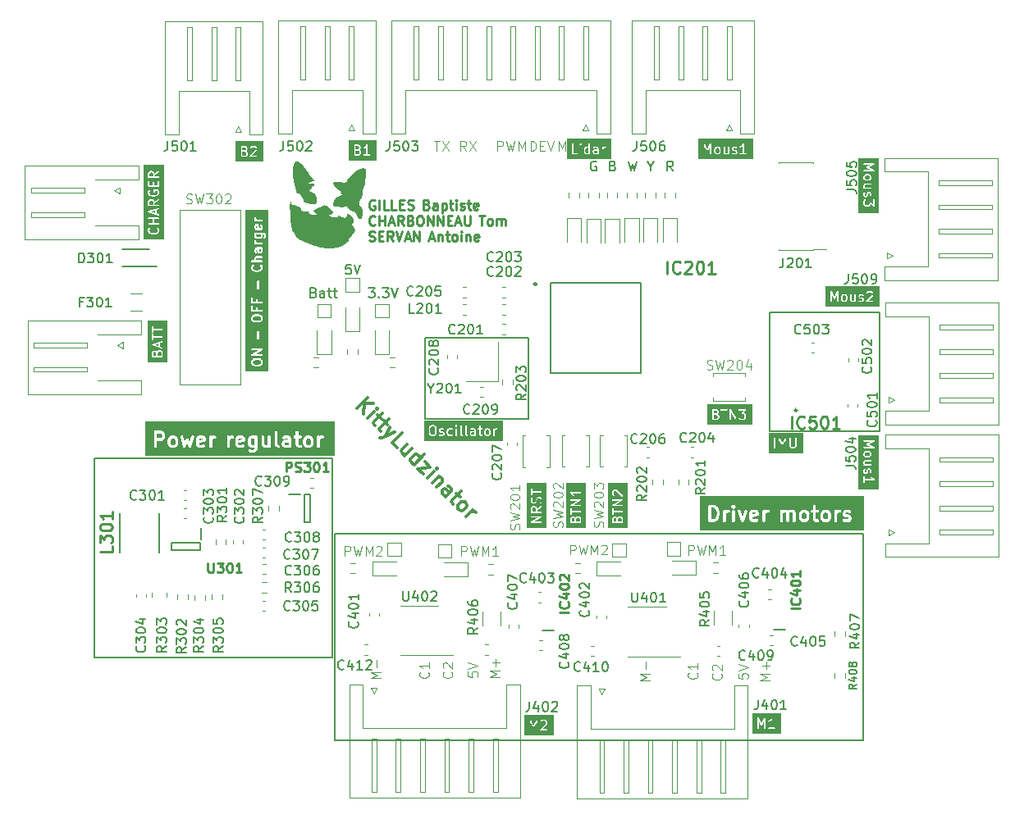
<source format=gbr>
%TF.GenerationSoftware,KiCad,Pcbnew,(7.0.0)*%
%TF.CreationDate,2023-10-26T11:16:44+02:00*%
%TF.ProjectId,Kyttiludzinator,4b797474-696c-4756-947a-696e61746f72,rev?*%
%TF.SameCoordinates,Original*%
%TF.FileFunction,Legend,Top*%
%TF.FilePolarity,Positive*%
%FSLAX46Y46*%
G04 Gerber Fmt 4.6, Leading zero omitted, Abs format (unit mm)*
G04 Created by KiCad (PCBNEW (7.0.0)) date 2023-10-26 11:16:44*
%MOMM*%
%LPD*%
G01*
G04 APERTURE LIST*
%ADD10C,0.150000*%
%ADD11C,0.200000*%
%ADD12C,0.125000*%
%ADD13C,0.187500*%
%ADD14C,0.300000*%
%ADD15C,0.250000*%
%ADD16C,0.254000*%
%ADD17C,0.100000*%
%ADD18C,0.120000*%
G04 APERTURE END LIST*
D10*
X198628000Y-63119000D02*
X209931000Y-63119000D01*
X209931000Y-63119000D02*
X209931000Y-75438000D01*
X209931000Y-75438000D02*
X198628000Y-75438000D01*
X198628000Y-75438000D02*
X198628000Y-63119000D01*
D11*
X153724000Y-85979000D02*
X208280000Y-85979000D01*
X208280000Y-85979000D02*
X208280000Y-107315000D01*
X208280000Y-107315000D02*
X153724000Y-107315000D01*
X153724000Y-107315000D02*
X153724000Y-85979000D01*
D10*
X128905000Y-78232000D02*
X153470000Y-78232000D01*
X153470000Y-78232000D02*
X153470000Y-98806000D01*
X153470000Y-98806000D02*
X128905000Y-98806000D01*
X128905000Y-98806000D02*
X128905000Y-78232000D01*
D11*
X163068000Y-65786000D02*
X173736000Y-65786000D01*
X173736000Y-65786000D02*
X173736000Y-74168000D01*
X173736000Y-74168000D02*
X163068000Y-74168000D01*
X163068000Y-74168000D02*
X163068000Y-65786000D01*
D12*
X191087142Y-100390476D02*
X191134761Y-100438095D01*
X191134761Y-100438095D02*
X191182380Y-100580952D01*
X191182380Y-100580952D02*
X191182380Y-100676190D01*
X191182380Y-100676190D02*
X191134761Y-100819047D01*
X191134761Y-100819047D02*
X191039523Y-100914285D01*
X191039523Y-100914285D02*
X190944285Y-100961904D01*
X190944285Y-100961904D02*
X190753809Y-101009523D01*
X190753809Y-101009523D02*
X190610952Y-101009523D01*
X190610952Y-101009523D02*
X190420476Y-100961904D01*
X190420476Y-100961904D02*
X190325238Y-100914285D01*
X190325238Y-100914285D02*
X190230000Y-100819047D01*
X190230000Y-100819047D02*
X190182380Y-100676190D01*
X190182380Y-100676190D02*
X190182380Y-100580952D01*
X190182380Y-100580952D02*
X190230000Y-100438095D01*
X190230000Y-100438095D02*
X190277619Y-100390476D01*
X191182380Y-99438095D02*
X191182380Y-100009523D01*
X191182380Y-99723809D02*
X190182380Y-99723809D01*
X190182380Y-99723809D02*
X190325238Y-99819047D01*
X190325238Y-99819047D02*
X190420476Y-99914285D01*
X190420476Y-99914285D02*
X190468095Y-100009523D01*
D13*
X188642523Y-48550380D02*
X188309190Y-48074190D01*
X188071095Y-48550380D02*
X188071095Y-47550380D01*
X188071095Y-47550380D02*
X188452047Y-47550380D01*
X188452047Y-47550380D02*
X188547285Y-47598000D01*
X188547285Y-47598000D02*
X188594904Y-47645619D01*
X188594904Y-47645619D02*
X188642523Y-47740857D01*
X188642523Y-47740857D02*
X188642523Y-47883714D01*
X188642523Y-47883714D02*
X188594904Y-47978952D01*
X188594904Y-47978952D02*
X188547285Y-48026571D01*
X188547285Y-48026571D02*
X188452047Y-48074190D01*
X188452047Y-48074190D02*
X188071095Y-48074190D01*
D10*
G36*
X169610908Y-75297973D02*
G01*
X169641313Y-75328378D01*
X169675572Y-75396894D01*
X169675572Y-75647198D01*
X169641313Y-75715715D01*
X169610906Y-75746122D01*
X169542391Y-75780380D01*
X169434945Y-75780380D01*
X169366427Y-75746121D01*
X169336020Y-75715714D01*
X169301763Y-75647199D01*
X169301763Y-75396896D01*
X169336022Y-75328378D01*
X169366427Y-75297972D01*
X169434943Y-75263714D01*
X169542390Y-75263714D01*
X169610908Y-75297973D01*
G37*
G36*
X168151762Y-75761409D02*
G01*
X168113819Y-75780380D01*
X167911135Y-75780380D01*
X167854092Y-75751858D01*
X167825572Y-75694818D01*
X167825572Y-75634991D01*
X167854093Y-75577948D01*
X167911133Y-75549428D01*
X168127484Y-75549428D01*
X168145368Y-75551359D01*
X168151762Y-75548162D01*
X168151762Y-75761409D01*
G37*
G36*
X163991858Y-74964639D02*
G01*
X164063800Y-75036581D01*
X164104142Y-75197948D01*
X164104142Y-75512813D01*
X164063800Y-75674179D01*
X163991857Y-75746122D01*
X163923342Y-75780380D01*
X163768277Y-75780380D01*
X163699759Y-75746121D01*
X163627817Y-75674179D01*
X163587476Y-75512813D01*
X163587476Y-75197949D01*
X163627817Y-75036581D01*
X163699760Y-74964638D01*
X163768276Y-74930380D01*
X163923341Y-74930380D01*
X163991858Y-74964639D01*
G37*
G36*
X171102954Y-76440857D02*
G01*
X162954143Y-76440857D01*
X162954143Y-75518873D01*
X163434374Y-75518873D01*
X163437476Y-75531281D01*
X163437476Y-75532829D01*
X163440080Y-75541698D01*
X163487056Y-75729601D01*
X163491490Y-75749984D01*
X163500270Y-75758764D01*
X163506551Y-75769469D01*
X163515519Y-75774013D01*
X163595651Y-75854145D01*
X163602095Y-75864995D01*
X163620596Y-75874245D01*
X163638718Y-75884141D01*
X163640178Y-75884036D01*
X163713422Y-75920658D01*
X163728549Y-75930380D01*
X163743879Y-75930380D01*
X163758962Y-75933094D01*
X163765506Y-75930380D01*
X163937007Y-75930380D01*
X163954891Y-75932311D01*
X163968604Y-75925454D01*
X163983307Y-75921137D01*
X163987945Y-75915783D01*
X164061414Y-75879048D01*
X164073746Y-75876366D01*
X164088373Y-75861738D01*
X164103491Y-75847677D01*
X164103853Y-75846258D01*
X164183735Y-75766376D01*
X164198943Y-75752078D01*
X164201954Y-75740031D01*
X164207903Y-75729138D01*
X164207185Y-75719108D01*
X164248909Y-75552210D01*
X164254142Y-75544069D01*
X164254142Y-75531281D01*
X164254518Y-75529777D01*
X164254142Y-75520531D01*
X164254142Y-75339962D01*
X164482381Y-75339962D01*
X164485095Y-75346506D01*
X164485095Y-75375150D01*
X164483164Y-75393034D01*
X164490020Y-75406747D01*
X164494338Y-75421450D01*
X164499691Y-75426088D01*
X164532087Y-75490879D01*
X164531985Y-75493793D01*
X164541846Y-75510397D01*
X164545454Y-75517612D01*
X164547328Y-75519626D01*
X164554476Y-75531662D01*
X164562040Y-75535444D01*
X164567798Y-75541634D01*
X164581351Y-75545099D01*
X164665803Y-75587325D01*
X164680930Y-75597047D01*
X164696260Y-75597047D01*
X164711343Y-75599761D01*
X164717887Y-75597047D01*
X164828103Y-75597047D01*
X164885145Y-75625568D01*
X164913666Y-75682608D01*
X164913666Y-75694817D01*
X164885144Y-75751859D01*
X164828104Y-75780380D01*
X164673039Y-75780380D01*
X164583992Y-75735857D01*
X164551704Y-75730047D01*
X164511021Y-75746920D01*
X164485918Y-75783110D01*
X164484366Y-75827126D01*
X164506857Y-75864995D01*
X164618184Y-75920658D01*
X164633311Y-75930380D01*
X164648641Y-75930380D01*
X164663724Y-75933094D01*
X164670268Y-75930380D01*
X164841769Y-75930380D01*
X164859653Y-75932311D01*
X164873366Y-75925454D01*
X164888069Y-75921137D01*
X164892707Y-75915783D01*
X164957498Y-75883387D01*
X164960412Y-75883490D01*
X164977016Y-75873628D01*
X164984231Y-75870021D01*
X164986245Y-75868146D01*
X164998281Y-75860999D01*
X165002063Y-75853434D01*
X165008253Y-75847677D01*
X165011718Y-75834123D01*
X165053944Y-75749671D01*
X165063666Y-75734545D01*
X165063666Y-75719215D01*
X165066380Y-75704132D01*
X165063666Y-75697588D01*
X165063666Y-75668935D01*
X165065596Y-75651060D01*
X165058741Y-75637350D01*
X165054423Y-75622644D01*
X165049068Y-75618004D01*
X165016673Y-75553213D01*
X165016776Y-75550301D01*
X165006916Y-75533700D01*
X165003307Y-75526481D01*
X165001431Y-75524464D01*
X164994285Y-75512432D01*
X164986720Y-75508649D01*
X164980963Y-75502460D01*
X164967409Y-75498994D01*
X164882960Y-75456770D01*
X164867831Y-75447047D01*
X164852501Y-75447047D01*
X164837418Y-75444333D01*
X164830874Y-75447047D01*
X164720658Y-75447047D01*
X164663615Y-75418525D01*
X164648143Y-75387581D01*
X165291905Y-75387581D01*
X165294619Y-75394125D01*
X165294619Y-75660864D01*
X165292688Y-75678748D01*
X165299544Y-75692461D01*
X165303862Y-75707164D01*
X165309215Y-75711802D01*
X165345950Y-75785271D01*
X165348633Y-75797603D01*
X165363260Y-75812230D01*
X165377322Y-75827348D01*
X165378740Y-75827710D01*
X165405175Y-75854145D01*
X165411619Y-75864995D01*
X165430128Y-75874249D01*
X165448242Y-75884140D01*
X165449700Y-75884035D01*
X165522946Y-75920658D01*
X165538073Y-75930380D01*
X165553403Y-75930380D01*
X165568486Y-75933094D01*
X165575030Y-75930380D01*
X165746531Y-75930380D01*
X165764415Y-75932311D01*
X165778128Y-75925454D01*
X165792831Y-75921137D01*
X165797469Y-75915783D01*
X165888993Y-75870021D01*
X165893142Y-75866162D01*
X166199381Y-75866162D01*
X166208624Y-75897640D01*
X166241910Y-75926482D01*
X166285505Y-75932750D01*
X166325569Y-75914454D01*
X166349381Y-75877402D01*
X166349381Y-75726367D01*
X166673640Y-75726367D01*
X166680496Y-75740080D01*
X166684814Y-75754783D01*
X166690167Y-75759421D01*
X166722563Y-75824212D01*
X166722461Y-75827126D01*
X166732322Y-75843730D01*
X166735930Y-75850945D01*
X166737804Y-75852959D01*
X166744952Y-75864995D01*
X166752516Y-75868777D01*
X166758274Y-75874967D01*
X166771827Y-75878432D01*
X166869530Y-75927284D01*
X166901819Y-75933094D01*
X166942502Y-75916221D01*
X166967604Y-75880031D01*
X166969157Y-75836015D01*
X166946666Y-75798146D01*
X166854091Y-75751858D01*
X166841345Y-75726367D01*
X167197450Y-75726367D01*
X167204306Y-75740080D01*
X167208624Y-75754783D01*
X167213977Y-75759421D01*
X167246373Y-75824212D01*
X167246271Y-75827126D01*
X167256132Y-75843730D01*
X167259740Y-75850945D01*
X167261614Y-75852959D01*
X167268762Y-75864995D01*
X167276326Y-75868777D01*
X167282084Y-75874967D01*
X167295637Y-75878432D01*
X167393340Y-75927284D01*
X167425629Y-75933094D01*
X167466312Y-75916221D01*
X167491414Y-75880031D01*
X167492967Y-75836015D01*
X167470476Y-75798146D01*
X167377901Y-75751858D01*
X167349381Y-75694818D01*
X167349381Y-75625676D01*
X167672858Y-75625676D01*
X167675572Y-75632220D01*
X167675572Y-75708483D01*
X167673641Y-75726367D01*
X167680497Y-75740080D01*
X167684815Y-75754783D01*
X167690168Y-75759421D01*
X167722564Y-75824212D01*
X167722462Y-75827126D01*
X167732323Y-75843730D01*
X167735931Y-75850945D01*
X167737805Y-75852959D01*
X167744953Y-75864995D01*
X167752517Y-75868777D01*
X167758275Y-75874967D01*
X167771828Y-75878432D01*
X167856280Y-75920658D01*
X167871407Y-75930380D01*
X167886737Y-75930380D01*
X167901820Y-75933094D01*
X167908364Y-75930380D01*
X168127484Y-75930380D01*
X168145368Y-75932311D01*
X168159081Y-75925454D01*
X168173784Y-75921137D01*
X168178422Y-75915783D01*
X168180655Y-75914666D01*
X168194291Y-75926482D01*
X168237886Y-75932750D01*
X168277950Y-75914454D01*
X168301762Y-75877402D01*
X168301762Y-75817196D01*
X168304879Y-75805006D01*
X168301762Y-75795627D01*
X168301762Y-75436244D01*
X168304879Y-75424054D01*
X168301762Y-75414675D01*
X168301762Y-75335602D01*
X168303692Y-75317727D01*
X168296837Y-75304017D01*
X168292519Y-75289311D01*
X168287164Y-75284671D01*
X168254769Y-75219880D01*
X168254872Y-75216968D01*
X168245012Y-75200367D01*
X168244748Y-75199838D01*
X168482726Y-75199838D01*
X168501022Y-75239902D01*
X168538074Y-75263714D01*
X168627953Y-75263714D01*
X168627953Y-75708483D01*
X168626022Y-75726367D01*
X168632878Y-75740080D01*
X168637196Y-75754783D01*
X168642549Y-75759421D01*
X168674945Y-75824212D01*
X168674843Y-75827126D01*
X168684704Y-75843730D01*
X168688312Y-75850945D01*
X168690186Y-75852959D01*
X168697334Y-75864995D01*
X168704898Y-75868777D01*
X168710656Y-75874967D01*
X168724209Y-75878432D01*
X168808661Y-75920658D01*
X168823788Y-75930380D01*
X168839118Y-75930380D01*
X168854201Y-75933094D01*
X168860745Y-75930380D01*
X168951830Y-75930380D01*
X168983308Y-75921137D01*
X169012150Y-75887851D01*
X169018418Y-75844256D01*
X169000122Y-75804192D01*
X168963070Y-75780380D01*
X168863516Y-75780380D01*
X168806473Y-75751858D01*
X168777953Y-75694818D01*
X168777953Y-75387581D01*
X169149049Y-75387581D01*
X169151763Y-75394125D01*
X169151763Y-75660864D01*
X169149832Y-75678748D01*
X169156688Y-75692461D01*
X169161006Y-75707164D01*
X169166359Y-75711802D01*
X169203094Y-75785271D01*
X169205777Y-75797603D01*
X169220404Y-75812230D01*
X169234466Y-75827348D01*
X169235884Y-75827710D01*
X169262319Y-75854145D01*
X169268763Y-75864995D01*
X169287272Y-75874249D01*
X169305386Y-75884140D01*
X169306844Y-75884035D01*
X169380090Y-75920658D01*
X169395217Y-75930380D01*
X169410547Y-75930380D01*
X169425630Y-75933094D01*
X169432174Y-75930380D01*
X169556056Y-75930380D01*
X169573940Y-75932311D01*
X169587653Y-75925454D01*
X169602356Y-75921137D01*
X169606994Y-75915783D01*
X169680463Y-75879048D01*
X169692795Y-75876366D01*
X169707422Y-75861738D01*
X169722540Y-75847677D01*
X169722902Y-75846258D01*
X169749337Y-75819823D01*
X169760187Y-75813380D01*
X169769441Y-75794870D01*
X169779332Y-75776757D01*
X169779227Y-75775298D01*
X169815850Y-75702052D01*
X169825572Y-75686926D01*
X169825572Y-75671596D01*
X169828286Y-75656513D01*
X169825572Y-75649969D01*
X169825572Y-75387581D01*
X170101430Y-75387581D01*
X170104144Y-75394125D01*
X170104144Y-75866162D01*
X170113387Y-75897640D01*
X170146673Y-75926482D01*
X170190268Y-75932750D01*
X170230332Y-75914454D01*
X170254144Y-75877402D01*
X170254144Y-75396896D01*
X170288403Y-75328378D01*
X170318808Y-75297972D01*
X170387324Y-75263714D01*
X170475640Y-75263714D01*
X170507118Y-75254471D01*
X170535960Y-75221185D01*
X170542228Y-75177590D01*
X170523932Y-75137526D01*
X170486880Y-75113714D01*
X170373651Y-75113714D01*
X170355776Y-75111784D01*
X170342066Y-75118638D01*
X170327360Y-75122957D01*
X170322720Y-75128311D01*
X170250218Y-75164562D01*
X170244901Y-75146454D01*
X170211615Y-75117612D01*
X170168020Y-75111344D01*
X170127956Y-75129640D01*
X170104144Y-75166692D01*
X170104144Y-75372498D01*
X170101430Y-75387581D01*
X169825572Y-75387581D01*
X169825572Y-75383221D01*
X169827502Y-75365346D01*
X169820647Y-75351636D01*
X169816329Y-75336930D01*
X169810974Y-75332290D01*
X169774240Y-75258821D01*
X169771558Y-75246491D01*
X169756938Y-75231871D01*
X169742869Y-75216746D01*
X169741450Y-75216383D01*
X169715015Y-75189948D01*
X169708572Y-75179099D01*
X169690071Y-75169848D01*
X169671949Y-75159953D01*
X169670488Y-75160057D01*
X169597247Y-75123437D01*
X169582118Y-75113714D01*
X169566788Y-75113714D01*
X169551705Y-75111000D01*
X169545161Y-75113714D01*
X169421270Y-75113714D01*
X169403395Y-75111784D01*
X169389685Y-75118638D01*
X169374979Y-75122957D01*
X169370339Y-75128311D01*
X169296870Y-75165045D01*
X169284540Y-75167728D01*
X169269920Y-75182347D01*
X169254795Y-75196417D01*
X169254432Y-75197835D01*
X169227997Y-75224270D01*
X169217148Y-75230714D01*
X169207897Y-75249214D01*
X169198002Y-75267337D01*
X169198106Y-75268797D01*
X169161486Y-75342038D01*
X169151763Y-75357168D01*
X169151763Y-75372498D01*
X169149049Y-75387581D01*
X168777953Y-75387581D01*
X168777953Y-75263714D01*
X168951830Y-75263714D01*
X168983308Y-75254471D01*
X169012150Y-75221185D01*
X169018418Y-75177590D01*
X169000122Y-75137526D01*
X168963070Y-75113714D01*
X168777953Y-75113714D01*
X168777953Y-74844598D01*
X168768710Y-74813120D01*
X168735424Y-74784278D01*
X168691829Y-74778010D01*
X168651765Y-74796306D01*
X168627953Y-74833358D01*
X168627953Y-75113714D01*
X168549314Y-75113714D01*
X168517836Y-75122957D01*
X168488994Y-75156243D01*
X168482726Y-75199838D01*
X168244748Y-75199838D01*
X168241403Y-75193148D01*
X168239527Y-75191131D01*
X168232381Y-75179099D01*
X168224816Y-75175316D01*
X168219059Y-75169127D01*
X168205505Y-75165661D01*
X168121056Y-75123437D01*
X168105927Y-75113714D01*
X168090597Y-75113714D01*
X168075514Y-75111000D01*
X168068970Y-75113714D01*
X167897460Y-75113714D01*
X167879585Y-75111784D01*
X167865875Y-75118638D01*
X167851169Y-75122957D01*
X167846529Y-75128311D01*
X167755006Y-75174073D01*
X167730985Y-75196417D01*
X167720074Y-75239088D01*
X167733964Y-75280884D01*
X167768246Y-75308536D01*
X167812035Y-75313264D01*
X167911133Y-75263714D01*
X168066199Y-75263714D01*
X168123241Y-75292235D01*
X168151762Y-75349275D01*
X168151762Y-75380457D01*
X168113819Y-75399428D01*
X167897460Y-75399428D01*
X167879585Y-75397498D01*
X167865875Y-75404352D01*
X167851169Y-75408671D01*
X167846529Y-75414025D01*
X167781738Y-75446420D01*
X167778826Y-75446318D01*
X167762225Y-75456177D01*
X167755006Y-75459787D01*
X167752989Y-75461662D01*
X167740957Y-75468809D01*
X167737174Y-75476373D01*
X167730985Y-75482131D01*
X167727519Y-75495684D01*
X167685295Y-75580133D01*
X167675572Y-75595263D01*
X167675572Y-75610593D01*
X167672858Y-75625676D01*
X167349381Y-75625676D01*
X167349381Y-74844598D01*
X167340138Y-74813120D01*
X167306852Y-74784278D01*
X167263257Y-74778010D01*
X167223193Y-74796306D01*
X167199381Y-74833358D01*
X167199381Y-75708483D01*
X167197450Y-75726367D01*
X166841345Y-75726367D01*
X166825571Y-75694818D01*
X166825571Y-74844598D01*
X166816328Y-74813120D01*
X166783042Y-74784278D01*
X166739447Y-74778010D01*
X166699383Y-74796306D01*
X166675571Y-74833358D01*
X166675571Y-75708483D01*
X166673640Y-75726367D01*
X166349381Y-75726367D01*
X166349381Y-75177932D01*
X166340138Y-75146454D01*
X166306852Y-75117612D01*
X166263257Y-75111344D01*
X166223193Y-75129640D01*
X166199381Y-75166692D01*
X166199381Y-75866162D01*
X165893142Y-75866162D01*
X165913015Y-75847677D01*
X165923926Y-75805006D01*
X165910036Y-75763211D01*
X165875754Y-75735559D01*
X165831965Y-75730831D01*
X165732866Y-75780380D01*
X165577801Y-75780380D01*
X165509283Y-75746121D01*
X165478876Y-75715714D01*
X165444619Y-75647199D01*
X165444619Y-75396896D01*
X165478878Y-75328378D01*
X165509283Y-75297972D01*
X165577799Y-75263714D01*
X165732865Y-75263714D01*
X165821911Y-75308237D01*
X165854200Y-75314047D01*
X165894883Y-75297174D01*
X165919985Y-75260984D01*
X165921538Y-75216968D01*
X165899047Y-75179099D01*
X165787722Y-75123437D01*
X165772593Y-75113714D01*
X165757263Y-75113714D01*
X165742180Y-75111000D01*
X165735636Y-75113714D01*
X165564126Y-75113714D01*
X165546251Y-75111784D01*
X165532541Y-75118638D01*
X165517835Y-75122957D01*
X165513195Y-75128311D01*
X165439726Y-75165045D01*
X165427396Y-75167728D01*
X165412776Y-75182347D01*
X165397651Y-75196417D01*
X165397288Y-75197835D01*
X165370853Y-75224270D01*
X165360004Y-75230714D01*
X165350753Y-75249214D01*
X165340858Y-75267337D01*
X165340962Y-75268797D01*
X165304342Y-75342038D01*
X165294619Y-75357168D01*
X165294619Y-75372498D01*
X165291905Y-75387581D01*
X164648143Y-75387581D01*
X164635095Y-75361485D01*
X164635095Y-75349277D01*
X164663616Y-75292234D01*
X164720656Y-75263714D01*
X164828103Y-75263714D01*
X164917149Y-75308237D01*
X164949438Y-75314047D01*
X164990121Y-75297174D01*
X165015223Y-75260984D01*
X165016776Y-75216968D01*
X164994285Y-75179099D01*
X164882960Y-75123437D01*
X164867831Y-75113714D01*
X164852501Y-75113714D01*
X164837418Y-75111000D01*
X164830874Y-75113714D01*
X164706983Y-75113714D01*
X164689108Y-75111784D01*
X164675398Y-75118638D01*
X164660692Y-75122957D01*
X164656052Y-75128311D01*
X164591261Y-75160706D01*
X164588349Y-75160604D01*
X164571748Y-75170463D01*
X164564529Y-75174073D01*
X164562512Y-75175948D01*
X164550480Y-75183095D01*
X164546697Y-75190659D01*
X164540508Y-75196417D01*
X164537042Y-75209970D01*
X164494818Y-75294419D01*
X164485095Y-75309549D01*
X164485095Y-75324879D01*
X164482381Y-75339962D01*
X164254142Y-75339962D01*
X164254142Y-75201057D01*
X164257244Y-75191888D01*
X164254142Y-75179480D01*
X164254142Y-75177932D01*
X164251537Y-75169062D01*
X164204561Y-74981159D01*
X164200128Y-74960777D01*
X164191348Y-74951997D01*
X164185067Y-74941291D01*
X164176096Y-74936745D01*
X164136775Y-74897424D01*
X166148795Y-74897424D01*
X166152336Y-74913703D01*
X166153525Y-74930317D01*
X166156943Y-74934883D01*
X166158157Y-74940461D01*
X166169940Y-74952244D01*
X166179920Y-74965575D01*
X166185264Y-74967568D01*
X166207812Y-74990116D01*
X166208624Y-74992879D01*
X166219173Y-75002019D01*
X166227538Y-75013194D01*
X166235493Y-75016161D01*
X166241910Y-75021721D01*
X166250314Y-75022929D01*
X166257766Y-75026998D01*
X166263456Y-75026591D01*
X166268805Y-75028586D01*
X166277102Y-75026780D01*
X166285505Y-75027989D01*
X166293229Y-75024461D01*
X166301697Y-75023856D01*
X166306263Y-75020437D01*
X166311842Y-75019224D01*
X166317846Y-75013219D01*
X166325569Y-75009693D01*
X166330160Y-75002548D01*
X166336955Y-74997462D01*
X166338948Y-74992117D01*
X166371243Y-74959822D01*
X166384574Y-74949844D01*
X166390396Y-74934234D01*
X166398379Y-74919615D01*
X166397972Y-74913925D01*
X166399967Y-74908577D01*
X166396425Y-74892294D01*
X166395237Y-74875684D01*
X166391818Y-74871117D01*
X166390605Y-74865540D01*
X166378822Y-74853757D01*
X166368843Y-74840426D01*
X166363498Y-74838432D01*
X166340948Y-74815881D01*
X166340138Y-74813120D01*
X166329587Y-74803977D01*
X166321223Y-74792805D01*
X166313269Y-74789838D01*
X166306852Y-74784278D01*
X166298448Y-74783069D01*
X166290997Y-74779001D01*
X166285304Y-74779408D01*
X166279956Y-74777413D01*
X166271659Y-74779218D01*
X166263257Y-74778010D01*
X166255532Y-74781537D01*
X166247066Y-74782143D01*
X166242498Y-74785562D01*
X166236919Y-74786776D01*
X166230915Y-74792779D01*
X166223193Y-74796306D01*
X166218602Y-74803449D01*
X166211807Y-74808536D01*
X166209812Y-74813882D01*
X166177518Y-74846177D01*
X166164187Y-74856157D01*
X166158365Y-74871764D01*
X166150382Y-74886386D01*
X166150789Y-74892077D01*
X166148795Y-74897424D01*
X164136775Y-74897424D01*
X164095968Y-74856617D01*
X164089524Y-74845767D01*
X164071027Y-74836518D01*
X164052900Y-74826620D01*
X164051439Y-74826724D01*
X163978196Y-74790101D01*
X163963069Y-74780380D01*
X163947740Y-74780380D01*
X163932657Y-74777666D01*
X163926113Y-74780380D01*
X163754611Y-74780380D01*
X163736727Y-74778449D01*
X163723013Y-74785305D01*
X163708311Y-74789623D01*
X163703671Y-74794976D01*
X163630201Y-74831712D01*
X163617872Y-74834395D01*
X163603247Y-74849019D01*
X163588127Y-74863085D01*
X163587764Y-74864502D01*
X163507873Y-74944393D01*
X163492675Y-74958684D01*
X163489663Y-74970728D01*
X163483715Y-74981623D01*
X163484432Y-74991653D01*
X163442708Y-75158550D01*
X163437476Y-75166692D01*
X163437476Y-75179480D01*
X163437100Y-75180984D01*
X163437476Y-75190230D01*
X163437476Y-75509704D01*
X163434374Y-75518873D01*
X162954143Y-75518873D01*
X162954143Y-74330143D01*
X171102954Y-74330143D01*
X171102954Y-76440857D01*
G37*
D12*
X195382380Y-100485714D02*
X195382380Y-100961904D01*
X195382380Y-100961904D02*
X195858571Y-101009523D01*
X195858571Y-101009523D02*
X195810952Y-100961904D01*
X195810952Y-100961904D02*
X195763333Y-100866666D01*
X195763333Y-100866666D02*
X195763333Y-100628571D01*
X195763333Y-100628571D02*
X195810952Y-100533333D01*
X195810952Y-100533333D02*
X195858571Y-100485714D01*
X195858571Y-100485714D02*
X195953809Y-100438095D01*
X195953809Y-100438095D02*
X196191904Y-100438095D01*
X196191904Y-100438095D02*
X196287142Y-100485714D01*
X196287142Y-100485714D02*
X196334761Y-100533333D01*
X196334761Y-100533333D02*
X196382380Y-100628571D01*
X196382380Y-100628571D02*
X196382380Y-100866666D01*
X196382380Y-100866666D02*
X196334761Y-100961904D01*
X196334761Y-100961904D02*
X196287142Y-101009523D01*
X195382380Y-100152380D02*
X196382380Y-99819047D01*
X196382380Y-99819047D02*
X195382380Y-99485714D01*
D10*
G36*
X135184666Y-52902847D02*
G01*
X134782550Y-52768808D01*
X135184666Y-52634771D01*
X135184666Y-52902847D01*
G37*
G36*
X134929526Y-51639973D02*
G01*
X134959931Y-51670378D01*
X134994190Y-51738894D01*
X134994190Y-51860175D01*
X134992320Y-51878220D01*
X134994190Y-51881920D01*
X134994190Y-52027142D01*
X134620380Y-52027142D01*
X134620380Y-51738896D01*
X134654639Y-51670378D01*
X134685045Y-51639972D01*
X134753561Y-51605714D01*
X134861008Y-51605714D01*
X134929526Y-51639973D01*
G37*
G36*
X134929526Y-48735211D02*
G01*
X134959931Y-48765616D01*
X134994190Y-48834132D01*
X134994190Y-48955413D01*
X134992320Y-48973458D01*
X134994190Y-48977158D01*
X134994190Y-49122380D01*
X134620380Y-49122380D01*
X134620380Y-48834134D01*
X134654639Y-48765616D01*
X134685045Y-48735210D01*
X134753561Y-48700952D01*
X134861008Y-48700952D01*
X134929526Y-48735211D01*
G37*
G36*
X136130857Y-55612857D02*
G01*
X134020143Y-55612857D01*
X134020143Y-54724016D01*
X134467265Y-54724016D01*
X134473803Y-54743629D01*
X134479623Y-54763450D01*
X134480729Y-54764408D01*
X134520571Y-54883929D01*
X134524395Y-54901508D01*
X134535236Y-54912349D01*
X134543982Y-54924933D01*
X134550527Y-54927640D01*
X134628556Y-55005669D01*
X134635000Y-55016519D01*
X134653501Y-55025769D01*
X134671623Y-55035665D01*
X134673083Y-55035560D01*
X134737986Y-55068012D01*
X134743921Y-55074324D01*
X134757298Y-55077668D01*
X134759578Y-55078808D01*
X134767710Y-55080271D01*
X134943788Y-55124290D01*
X134951930Y-55129523D01*
X134964718Y-55129523D01*
X134966222Y-55129899D01*
X134975468Y-55129523D01*
X135104466Y-55129523D01*
X135113635Y-55132625D01*
X135126043Y-55129523D01*
X135127591Y-55129523D01*
X135136460Y-55126918D01*
X135312515Y-55082904D01*
X135321129Y-55083835D01*
X135333462Y-55077668D01*
X135335935Y-55077050D01*
X135343062Y-55072867D01*
X135427652Y-55030572D01*
X135439984Y-55027890D01*
X135454611Y-55013262D01*
X135469729Y-54999201D01*
X135470091Y-54997782D01*
X135547939Y-54919934D01*
X135561948Y-54908656D01*
X135566795Y-54894114D01*
X135574141Y-54880662D01*
X135573635Y-54873594D01*
X135613558Y-54753826D01*
X135620380Y-54743212D01*
X135620380Y-54722533D01*
X135621126Y-54701893D01*
X135620380Y-54700634D01*
X135620380Y-54635354D01*
X135623495Y-54623126D01*
X135616955Y-54603506D01*
X135611137Y-54583692D01*
X135610030Y-54582733D01*
X135570188Y-54463204D01*
X135566366Y-54445634D01*
X135555527Y-54434795D01*
X135546780Y-54422209D01*
X135540232Y-54419500D01*
X135495551Y-54374819D01*
X135466757Y-54359096D01*
X135422826Y-54362239D01*
X135387567Y-54388633D01*
X135372175Y-54429900D01*
X135381537Y-54472937D01*
X135432208Y-54523608D01*
X135470380Y-54638123D01*
X135470380Y-54709020D01*
X135432208Y-54823533D01*
X135358095Y-54897646D01*
X135281109Y-54936139D01*
X135107575Y-54979523D01*
X134983186Y-54979523D01*
X134809653Y-54936139D01*
X134732664Y-54897645D01*
X134658551Y-54823532D01*
X134620380Y-54709020D01*
X134620380Y-54638123D01*
X134658552Y-54523608D01*
X134701276Y-54480885D01*
X134716998Y-54452091D01*
X134713856Y-54408160D01*
X134687462Y-54372902D01*
X134646195Y-54357509D01*
X134603158Y-54366871D01*
X134542824Y-54427204D01*
X134528813Y-54438485D01*
X134523964Y-54453029D01*
X134516620Y-54466480D01*
X134517125Y-54473546D01*
X134477201Y-54593315D01*
X134470380Y-54603930D01*
X134470380Y-54624609D01*
X134469634Y-54645249D01*
X134470380Y-54646508D01*
X134470380Y-54711788D01*
X134467265Y-54724016D01*
X134020143Y-54724016D01*
X134020143Y-54018028D01*
X134468010Y-54018028D01*
X134486306Y-54058092D01*
X134523358Y-54081904D01*
X135016211Y-54081904D01*
X135032695Y-54084274D01*
X135037885Y-54081904D01*
X135556162Y-54081904D01*
X135587640Y-54072661D01*
X135616482Y-54039375D01*
X135622750Y-53995780D01*
X135604454Y-53955716D01*
X135567402Y-53931904D01*
X135096571Y-53931904D01*
X135096571Y-53510476D01*
X135556162Y-53510476D01*
X135587640Y-53501233D01*
X135616482Y-53467947D01*
X135622750Y-53424352D01*
X135604454Y-53384288D01*
X135567402Y-53360476D01*
X135026931Y-53360476D01*
X135010447Y-53358106D01*
X135005257Y-53360476D01*
X134534598Y-53360476D01*
X134503120Y-53369719D01*
X134474278Y-53403005D01*
X134468010Y-53446600D01*
X134486306Y-53486664D01*
X134523358Y-53510476D01*
X134946571Y-53510476D01*
X134946571Y-53931904D01*
X134534598Y-53931904D01*
X134503120Y-53941147D01*
X134474278Y-53974433D01*
X134468010Y-54018028D01*
X134020143Y-54018028D01*
X134020143Y-52760489D01*
X134467658Y-52760489D01*
X134471095Y-52779490D01*
X134473150Y-52798689D01*
X134474979Y-52800960D01*
X134475498Y-52803829D01*
X134488658Y-52817951D01*
X134500771Y-52832996D01*
X134503537Y-52833918D01*
X134505525Y-52836051D01*
X134524236Y-52840817D01*
X135221814Y-53073344D01*
X135227195Y-53078006D01*
X135242327Y-53080181D01*
X135531891Y-53176703D01*
X135564677Y-53177888D01*
X135602565Y-53155431D01*
X135622297Y-53116055D01*
X135617609Y-53072261D01*
X135589989Y-53037955D01*
X135334666Y-52952847D01*
X135334666Y-52584771D01*
X135579325Y-52503218D01*
X135606265Y-52484495D01*
X135623101Y-52443796D01*
X135615261Y-52400456D01*
X135585235Y-52368234D01*
X135542554Y-52357361D01*
X135252777Y-52453952D01*
X135248542Y-52453344D01*
X135232157Y-52460826D01*
X134534530Y-52693368D01*
X134526083Y-52693063D01*
X134514050Y-52700194D01*
X134511434Y-52701067D01*
X134504796Y-52705679D01*
X134488195Y-52715520D01*
X134486889Y-52718125D01*
X134484494Y-52719790D01*
X134477108Y-52737643D01*
X134468463Y-52754896D01*
X134468773Y-52757793D01*
X134467658Y-52760489D01*
X134020143Y-52760489D01*
X134020143Y-51729580D01*
X134467666Y-51729580D01*
X134470380Y-51736124D01*
X134470380Y-52096782D01*
X134468010Y-52113266D01*
X134474929Y-52128418D01*
X134479623Y-52144402D01*
X134483935Y-52148138D01*
X134486306Y-52153330D01*
X134500322Y-52162337D01*
X134512909Y-52173244D01*
X134518555Y-52174055D01*
X134523358Y-52177142D01*
X134540020Y-52177142D01*
X134556504Y-52179512D01*
X134561694Y-52177142D01*
X135063830Y-52177142D01*
X135080314Y-52179512D01*
X135085504Y-52177142D01*
X135556162Y-52177142D01*
X135587640Y-52167899D01*
X135616482Y-52134613D01*
X135622750Y-52091018D01*
X135604454Y-52050954D01*
X135567402Y-52027142D01*
X135144190Y-52027142D01*
X135144190Y-51903096D01*
X135597223Y-51585973D01*
X135617710Y-51560350D01*
X135622250Y-51516541D01*
X135602385Y-51477232D01*
X135564421Y-51454902D01*
X135520411Y-51456643D01*
X135144800Y-51719570D01*
X135146120Y-51707346D01*
X135139265Y-51693636D01*
X135134947Y-51678930D01*
X135129592Y-51674290D01*
X135092858Y-51600821D01*
X135090176Y-51588491D01*
X135075556Y-51573871D01*
X135061487Y-51558746D01*
X135060068Y-51558383D01*
X135033633Y-51531948D01*
X135027190Y-51521099D01*
X135008689Y-51511848D01*
X134990567Y-51501953D01*
X134989106Y-51502057D01*
X134915865Y-51465437D01*
X134900736Y-51455714D01*
X134885406Y-51455714D01*
X134870323Y-51453000D01*
X134863779Y-51455714D01*
X134739888Y-51455714D01*
X134722013Y-51453784D01*
X134708303Y-51460638D01*
X134693597Y-51464957D01*
X134688957Y-51470311D01*
X134615488Y-51507045D01*
X134603158Y-51509728D01*
X134588538Y-51524347D01*
X134573413Y-51538417D01*
X134573050Y-51539835D01*
X134546617Y-51566268D01*
X134535767Y-51572713D01*
X134526518Y-51591209D01*
X134516620Y-51609337D01*
X134516724Y-51610797D01*
X134480101Y-51684040D01*
X134470380Y-51699168D01*
X134470380Y-51714497D01*
X134467666Y-51729580D01*
X134020143Y-51729580D01*
X134020143Y-50819254D01*
X134467265Y-50819254D01*
X134473803Y-50838867D01*
X134479623Y-50858688D01*
X134480729Y-50859646D01*
X134520571Y-50979167D01*
X134524395Y-50996746D01*
X134535236Y-51007587D01*
X134543982Y-51020171D01*
X134550527Y-51022878D01*
X134628556Y-51100907D01*
X134635000Y-51111757D01*
X134653501Y-51121007D01*
X134671623Y-51130903D01*
X134673083Y-51130798D01*
X134737986Y-51163250D01*
X134743921Y-51169562D01*
X134757298Y-51172906D01*
X134759578Y-51174046D01*
X134767710Y-51175509D01*
X134943788Y-51219528D01*
X134951930Y-51224761D01*
X134964718Y-51224761D01*
X134966222Y-51225137D01*
X134975468Y-51224761D01*
X135104466Y-51224761D01*
X135113635Y-51227863D01*
X135126043Y-51224761D01*
X135127591Y-51224761D01*
X135136460Y-51222156D01*
X135312515Y-51178142D01*
X135321129Y-51179073D01*
X135333462Y-51172906D01*
X135335935Y-51172288D01*
X135343062Y-51168105D01*
X135427652Y-51125810D01*
X135439984Y-51123128D01*
X135454611Y-51108500D01*
X135469729Y-51094439D01*
X135470091Y-51093020D01*
X135547939Y-51015172D01*
X135561948Y-51003894D01*
X135566795Y-50989352D01*
X135574141Y-50975900D01*
X135573635Y-50968832D01*
X135613558Y-50849064D01*
X135620380Y-50838450D01*
X135620380Y-50817771D01*
X135621126Y-50797131D01*
X135620380Y-50795872D01*
X135620380Y-50730592D01*
X135623495Y-50718364D01*
X135616955Y-50698744D01*
X135611137Y-50678930D01*
X135610030Y-50677971D01*
X135570188Y-50558442D01*
X135566366Y-50540872D01*
X135555527Y-50530033D01*
X135546780Y-50517447D01*
X135540232Y-50514738D01*
X135512742Y-50487248D01*
X135509216Y-50479526D01*
X135497473Y-50471979D01*
X135495551Y-50470057D01*
X135488440Y-50466174D01*
X135472164Y-50455714D01*
X135469284Y-50455714D01*
X135466757Y-50454334D01*
X135447468Y-50455714D01*
X135122169Y-50455714D01*
X135105685Y-50453344D01*
X135090532Y-50460263D01*
X135074549Y-50464957D01*
X135070812Y-50469269D01*
X135065621Y-50471640D01*
X135056613Y-50485656D01*
X135045707Y-50498243D01*
X135044895Y-50503889D01*
X135041809Y-50508692D01*
X135041809Y-50525354D01*
X135039439Y-50541838D01*
X135041809Y-50547028D01*
X135041809Y-50731972D01*
X135051052Y-50763450D01*
X135084338Y-50792292D01*
X135127933Y-50798560D01*
X135167997Y-50780264D01*
X135191809Y-50743212D01*
X135191809Y-50605714D01*
X135419076Y-50605714D01*
X135432208Y-50618846D01*
X135470380Y-50733361D01*
X135470380Y-50804258D01*
X135432208Y-50918771D01*
X135358095Y-50992884D01*
X135281109Y-51031377D01*
X135107575Y-51074761D01*
X134983186Y-51074761D01*
X134809653Y-51031377D01*
X134732664Y-50992883D01*
X134658551Y-50918770D01*
X134620380Y-50804258D01*
X134620380Y-50691277D01*
X134664904Y-50602231D01*
X134670714Y-50569942D01*
X134653841Y-50529259D01*
X134617652Y-50504156D01*
X134573635Y-50502603D01*
X134535767Y-50525094D01*
X134480101Y-50636421D01*
X134470380Y-50651549D01*
X134470380Y-50666878D01*
X134467666Y-50681961D01*
X134470380Y-50688505D01*
X134470380Y-50807026D01*
X134467265Y-50819254D01*
X134020143Y-50819254D01*
X134020143Y-50113266D01*
X134468010Y-50113266D01*
X134474929Y-50128418D01*
X134479623Y-50144402D01*
X134483935Y-50148138D01*
X134486306Y-50153330D01*
X134500322Y-50162337D01*
X134512909Y-50173244D01*
X134518555Y-50174055D01*
X134523358Y-50177142D01*
X134540020Y-50177142D01*
X134556504Y-50179512D01*
X134561694Y-50177142D01*
X135016211Y-50177142D01*
X135032695Y-50179512D01*
X135037885Y-50177142D01*
X135540020Y-50177142D01*
X135556504Y-50179512D01*
X135571656Y-50172592D01*
X135587640Y-50167899D01*
X135591376Y-50163586D01*
X135596568Y-50161216D01*
X135605575Y-50147199D01*
X135616482Y-50134613D01*
X135617293Y-50128966D01*
X135620380Y-50124164D01*
X135620380Y-50107502D01*
X135622750Y-50091018D01*
X135620380Y-50085828D01*
X135620380Y-49615170D01*
X135611137Y-49583692D01*
X135577851Y-49554850D01*
X135534256Y-49548582D01*
X135494192Y-49566878D01*
X135470380Y-49603930D01*
X135470380Y-50027142D01*
X135096571Y-50027142D01*
X135096571Y-49758027D01*
X135087328Y-49726549D01*
X135054042Y-49697707D01*
X135010447Y-49691439D01*
X134970383Y-49709735D01*
X134946571Y-49746787D01*
X134946571Y-50027142D01*
X134620380Y-50027142D01*
X134620380Y-49615170D01*
X134611137Y-49583692D01*
X134577851Y-49554850D01*
X134534256Y-49548582D01*
X134494192Y-49566878D01*
X134470380Y-49603930D01*
X134470380Y-50096782D01*
X134468010Y-50113266D01*
X134020143Y-50113266D01*
X134020143Y-48824818D01*
X134467666Y-48824818D01*
X134470380Y-48831362D01*
X134470380Y-49192020D01*
X134468010Y-49208504D01*
X134474929Y-49223656D01*
X134479623Y-49239640D01*
X134483935Y-49243376D01*
X134486306Y-49248568D01*
X134500322Y-49257575D01*
X134512909Y-49268482D01*
X134518555Y-49269293D01*
X134523358Y-49272380D01*
X134540020Y-49272380D01*
X134556504Y-49274750D01*
X134561694Y-49272380D01*
X135063830Y-49272380D01*
X135080314Y-49274750D01*
X135085504Y-49272380D01*
X135556162Y-49272380D01*
X135587640Y-49263137D01*
X135616482Y-49229851D01*
X135622750Y-49186256D01*
X135604454Y-49146192D01*
X135567402Y-49122380D01*
X135144190Y-49122380D01*
X135144190Y-48998334D01*
X135597223Y-48681211D01*
X135617710Y-48655588D01*
X135622250Y-48611779D01*
X135602385Y-48572470D01*
X135564421Y-48550140D01*
X135520411Y-48551881D01*
X135144800Y-48814808D01*
X135146120Y-48802584D01*
X135139265Y-48788874D01*
X135134947Y-48774168D01*
X135129592Y-48769528D01*
X135092858Y-48696059D01*
X135090176Y-48683729D01*
X135075556Y-48669109D01*
X135061487Y-48653984D01*
X135060068Y-48653621D01*
X135033633Y-48627186D01*
X135027190Y-48616337D01*
X135008689Y-48607086D01*
X134990567Y-48597191D01*
X134989106Y-48597295D01*
X134915865Y-48560675D01*
X134900736Y-48550952D01*
X134885406Y-48550952D01*
X134870323Y-48548238D01*
X134863779Y-48550952D01*
X134739888Y-48550952D01*
X134722013Y-48549022D01*
X134708303Y-48555876D01*
X134693597Y-48560195D01*
X134688957Y-48565549D01*
X134615488Y-48602283D01*
X134603158Y-48604966D01*
X134588538Y-48619585D01*
X134573413Y-48633655D01*
X134573050Y-48635073D01*
X134546617Y-48661506D01*
X134535767Y-48667951D01*
X134526518Y-48686447D01*
X134516620Y-48704575D01*
X134516724Y-48706035D01*
X134480101Y-48779278D01*
X134470380Y-48794406D01*
X134470380Y-48809735D01*
X134467666Y-48824818D01*
X134020143Y-48824818D01*
X134020143Y-47892619D01*
X136130857Y-47892619D01*
X136130857Y-55612857D01*
G37*
D14*
G36*
X192947544Y-83376105D02*
G01*
X193048150Y-83476711D01*
X193101328Y-83583065D01*
X193164285Y-83834892D01*
X193164285Y-84012250D01*
X193101329Y-84264072D01*
X193048151Y-84370430D01*
X192947543Y-84471037D01*
X192789943Y-84523571D01*
X192607142Y-84523571D01*
X192607142Y-83323571D01*
X192789944Y-83323571D01*
X192947544Y-83376105D01*
G37*
G36*
X204554003Y-83868278D02*
G01*
X204591006Y-83905281D01*
X204635713Y-83994695D01*
X204635713Y-84352447D01*
X204591005Y-84441861D01*
X204554003Y-84478863D01*
X204464589Y-84523571D01*
X204321123Y-84523571D01*
X204231710Y-84478864D01*
X204194704Y-84441859D01*
X204149999Y-84352447D01*
X204149999Y-83994695D01*
X204194705Y-83905281D01*
X204231709Y-83868277D01*
X204321123Y-83823571D01*
X204464588Y-83823571D01*
X204554003Y-83868278D01*
G37*
G36*
X202339717Y-83868278D02*
G01*
X202376720Y-83905281D01*
X202421427Y-83994695D01*
X202421427Y-84352447D01*
X202376719Y-84441861D01*
X202339717Y-84478863D01*
X202250303Y-84523571D01*
X202106837Y-84523571D01*
X202017424Y-84478864D01*
X201980418Y-84441859D01*
X201935713Y-84352447D01*
X201935713Y-83994695D01*
X201980419Y-83905281D01*
X202017423Y-83868277D01*
X202106837Y-83823571D01*
X202250302Y-83823571D01*
X202339717Y-83868278D01*
G37*
G36*
X197202482Y-83856803D02*
G01*
X197228657Y-83909154D01*
X196821428Y-83990601D01*
X196821428Y-83923267D01*
X196854659Y-83856803D01*
X196921125Y-83823571D01*
X197136017Y-83823571D01*
X197202482Y-83856803D01*
G37*
G36*
X208328571Y-85664286D02*
G01*
X191435714Y-85664286D01*
X191435714Y-84695820D01*
X192302400Y-84695820D01*
X192316240Y-84726126D01*
X192325626Y-84758091D01*
X192334251Y-84765565D01*
X192338993Y-84775947D01*
X192367020Y-84793959D01*
X192392199Y-84815776D01*
X192403496Y-84817400D01*
X192413098Y-84823571D01*
X192446411Y-84823571D01*
X192479391Y-84828313D01*
X192489774Y-84823571D01*
X192795479Y-84823571D01*
X192819936Y-84829801D01*
X192859127Y-84816737D01*
X192898805Y-84805087D01*
X192900724Y-84802871D01*
X193068340Y-84746999D01*
X193103493Y-84739352D01*
X193125169Y-84717675D01*
X193150342Y-84700181D01*
X193155759Y-84687085D01*
X193264193Y-84578651D01*
X193285895Y-84565762D01*
X193304380Y-84528791D01*
X193324188Y-84492516D01*
X193323979Y-84489593D01*
X193365072Y-84407406D01*
X193377696Y-84395537D01*
X193384384Y-84368783D01*
X193386666Y-84364220D01*
X193389597Y-84347929D01*
X193453818Y-84091044D01*
X193464285Y-84074758D01*
X193464285Y-84049178D01*
X193465037Y-84046170D01*
X193464285Y-84027665D01*
X193464285Y-83976066D01*
X193801712Y-83976066D01*
X193807142Y-83989158D01*
X193807142Y-84695139D01*
X193825626Y-84758091D01*
X193892199Y-84815776D01*
X193979391Y-84828313D01*
X194059518Y-84791720D01*
X194107142Y-84717615D01*
X194107142Y-84695139D01*
X194735713Y-84695139D01*
X194754197Y-84758091D01*
X194820770Y-84815776D01*
X194907962Y-84828313D01*
X194988089Y-84791720D01*
X195035713Y-84717615D01*
X195035713Y-83682543D01*
X195301067Y-83682543D01*
X195662784Y-84695352D01*
X195662004Y-84708933D01*
X195677342Y-84736112D01*
X195680278Y-84744333D01*
X195687890Y-84754803D01*
X195705297Y-84785649D01*
X195713440Y-84789949D01*
X195718858Y-84797401D01*
X195751870Y-84810242D01*
X195783192Y-84826781D01*
X195792371Y-84825995D01*
X195800954Y-84829334D01*
X195835661Y-84822290D01*
X195870959Y-84819270D01*
X195878255Y-84813646D01*
X195887283Y-84811815D01*
X195912678Y-84787119D01*
X195940733Y-84765500D01*
X195943830Y-84756826D01*
X195950435Y-84750404D01*
X195958447Y-84715899D01*
X196248183Y-83904639D01*
X196515998Y-83904639D01*
X196521428Y-83917731D01*
X196521428Y-84133940D01*
X196519248Y-84137778D01*
X196521428Y-84177675D01*
X196521428Y-84451209D01*
X196517567Y-84486972D01*
X196531274Y-84514386D01*
X196539912Y-84543805D01*
X196550623Y-84553086D01*
X196591601Y-84635043D01*
X196591396Y-84640872D01*
X196611118Y-84674076D01*
X196618337Y-84688515D01*
X196622089Y-84692549D01*
X196636380Y-84716609D01*
X196651503Y-84724170D01*
X196663023Y-84736555D01*
X196690140Y-84743489D01*
X196811411Y-84804125D01*
X196841670Y-84823571D01*
X196872321Y-84823571D01*
X196902495Y-84829001D01*
X196915587Y-84823571D01*
X197163353Y-84823571D01*
X197199116Y-84827432D01*
X197226530Y-84813724D01*
X197255948Y-84805087D01*
X197265230Y-84794374D01*
X197400658Y-84726660D01*
X197448698Y-84681975D01*
X197470520Y-84596632D01*
X197442740Y-84513039D01*
X197374176Y-84457736D01*
X197286596Y-84448281D01*
X197136018Y-84523571D01*
X196921124Y-84523571D01*
X196854659Y-84490338D01*
X196821428Y-84423875D01*
X196821428Y-84296542D01*
X197389866Y-84182853D01*
X197407963Y-84185456D01*
X197432200Y-84174387D01*
X197436281Y-84173571D01*
X197451745Y-84165461D01*
X197488090Y-84148863D01*
X197490476Y-84145149D01*
X197494385Y-84143100D01*
X197514117Y-84108363D01*
X197535714Y-84074758D01*
X197535714Y-84070345D01*
X197537894Y-84066507D01*
X197535714Y-84026610D01*
X197535714Y-83976066D01*
X197873140Y-83976066D01*
X197878570Y-83989158D01*
X197878570Y-84695139D01*
X197897054Y-84758091D01*
X197963627Y-84815776D01*
X198050819Y-84828313D01*
X198130946Y-84791720D01*
X198178570Y-84717615D01*
X198178570Y-83994696D01*
X198223277Y-83905281D01*
X198260281Y-83868277D01*
X198349695Y-83823571D01*
X198478710Y-83823571D01*
X198541662Y-83805087D01*
X198560630Y-83783196D01*
X199704381Y-83783196D01*
X199707141Y-83821786D01*
X199707141Y-84695139D01*
X199725625Y-84758091D01*
X199792198Y-84815776D01*
X199879390Y-84828313D01*
X199959517Y-84791720D01*
X200007141Y-84717615D01*
X200007141Y-83878560D01*
X200017423Y-83868277D01*
X200106837Y-83823571D01*
X200250302Y-83823571D01*
X200316767Y-83856803D01*
X200349999Y-83923267D01*
X200349999Y-84695139D01*
X200368483Y-84758091D01*
X200435056Y-84815776D01*
X200522248Y-84828313D01*
X200602375Y-84791720D01*
X200649999Y-84717615D01*
X200649999Y-83923267D01*
X200683230Y-83856802D01*
X200749694Y-83823571D01*
X200893159Y-83823571D01*
X200959624Y-83856803D01*
X200992856Y-83923267D01*
X200992856Y-84695139D01*
X201011340Y-84758091D01*
X201077913Y-84815776D01*
X201165105Y-84828313D01*
X201245232Y-84791720D01*
X201292856Y-84717615D01*
X201292856Y-83976067D01*
X201630283Y-83976067D01*
X201635713Y-83989159D01*
X201635713Y-84379781D01*
X201631852Y-84415544D01*
X201645559Y-84442958D01*
X201654197Y-84472377D01*
X201664908Y-84481658D01*
X201714566Y-84580976D01*
X201719932Y-84605637D01*
X201749136Y-84634840D01*
X201777308Y-84665127D01*
X201780149Y-84665853D01*
X201809203Y-84694906D01*
X201822093Y-84716609D01*
X201859067Y-84735096D01*
X201895340Y-84754903D01*
X201898262Y-84754693D01*
X201997121Y-84804123D01*
X202027383Y-84823571D01*
X202058036Y-84823571D01*
X202088208Y-84829001D01*
X202101300Y-84823571D01*
X202277638Y-84823571D01*
X202313401Y-84827432D01*
X202340815Y-84813724D01*
X202370233Y-84805087D01*
X202379515Y-84794374D01*
X202478829Y-84744716D01*
X202503491Y-84739352D01*
X202532705Y-84710137D01*
X202562983Y-84681975D01*
X202563709Y-84679134D01*
X202592765Y-84650079D01*
X202614466Y-84637190D01*
X202632945Y-84600231D01*
X202652759Y-84563946D01*
X202652549Y-84561021D01*
X202701979Y-84462162D01*
X202721427Y-84431901D01*
X202721427Y-84401249D01*
X202726857Y-84371075D01*
X202721427Y-84357983D01*
X202721427Y-83967361D01*
X202725288Y-83931598D01*
X202711580Y-83904183D01*
X202702943Y-83874765D01*
X202692231Y-83865483D01*
X202642573Y-83766165D01*
X202637208Y-83741505D01*
X202608000Y-83712297D01*
X202592673Y-83695820D01*
X202845257Y-83695820D01*
X202881850Y-83775947D01*
X202955955Y-83823571D01*
X203064284Y-83823571D01*
X203064284Y-84451210D01*
X203060423Y-84486973D01*
X203074130Y-84514387D01*
X203082768Y-84543805D01*
X203093480Y-84553087D01*
X203134458Y-84635042D01*
X203134253Y-84640872D01*
X203153982Y-84674090D01*
X203161195Y-84688515D01*
X203164943Y-84692544D01*
X203179236Y-84716609D01*
X203194361Y-84724171D01*
X203205880Y-84736555D01*
X203232993Y-84743487D01*
X203354264Y-84804123D01*
X203384526Y-84823571D01*
X203415179Y-84823571D01*
X203445351Y-84829001D01*
X203458443Y-84823571D01*
X203592995Y-84823571D01*
X203655947Y-84805087D01*
X203713632Y-84738514D01*
X203726169Y-84651322D01*
X203689576Y-84571195D01*
X203615471Y-84523571D01*
X203463980Y-84523571D01*
X203397516Y-84490339D01*
X203364284Y-84423875D01*
X203364284Y-83976067D01*
X203844569Y-83976067D01*
X203849999Y-83989159D01*
X203849999Y-84379781D01*
X203846138Y-84415544D01*
X203859845Y-84442958D01*
X203868483Y-84472377D01*
X203879194Y-84481658D01*
X203928852Y-84580976D01*
X203934218Y-84605637D01*
X203963422Y-84634840D01*
X203991594Y-84665127D01*
X203994435Y-84665853D01*
X204023489Y-84694906D01*
X204036379Y-84716609D01*
X204073353Y-84735096D01*
X204109626Y-84754903D01*
X204112548Y-84754693D01*
X204211407Y-84804123D01*
X204241669Y-84823571D01*
X204272322Y-84823571D01*
X204302494Y-84829001D01*
X204315586Y-84823571D01*
X204491924Y-84823571D01*
X204527687Y-84827432D01*
X204555101Y-84813724D01*
X204584519Y-84805087D01*
X204593801Y-84794374D01*
X204693115Y-84744716D01*
X204717777Y-84739352D01*
X204746991Y-84710137D01*
X204777269Y-84681975D01*
X204777995Y-84679134D01*
X204807051Y-84650079D01*
X204828752Y-84637190D01*
X204847231Y-84600231D01*
X204867045Y-84563946D01*
X204866835Y-84561021D01*
X204916265Y-84462162D01*
X204935713Y-84431901D01*
X204935713Y-84401249D01*
X204941143Y-84371075D01*
X204935713Y-84357983D01*
X204935713Y-83976066D01*
X205273140Y-83976066D01*
X205278570Y-83989158D01*
X205278570Y-84695139D01*
X205297054Y-84758091D01*
X205363627Y-84815776D01*
X205450819Y-84828313D01*
X205530946Y-84791720D01*
X205578570Y-84717615D01*
X205578570Y-83994696D01*
X205623277Y-83905281D01*
X205623919Y-83904639D01*
X206130283Y-83904639D01*
X206135713Y-83917731D01*
X206135713Y-83951209D01*
X206131852Y-83986972D01*
X206145559Y-84014386D01*
X206154197Y-84043805D01*
X206164908Y-84053086D01*
X206205886Y-84135043D01*
X206205681Y-84140872D01*
X206225403Y-84174076D01*
X206232622Y-84188515D01*
X206236374Y-84192549D01*
X206250665Y-84216609D01*
X206265788Y-84224170D01*
X206277308Y-84236555D01*
X206304425Y-84243489D01*
X206425696Y-84304125D01*
X206455955Y-84323571D01*
X206486606Y-84323571D01*
X206516780Y-84329001D01*
X206529872Y-84323571D01*
X206678873Y-84323571D01*
X206745338Y-84356803D01*
X206778570Y-84423267D01*
X206778570Y-84423875D01*
X206745338Y-84490338D01*
X206678874Y-84523571D01*
X206463980Y-84523571D01*
X206333504Y-84458333D01*
X206268932Y-84446712D01*
X206187565Y-84480459D01*
X206137358Y-84552839D01*
X206134253Y-84640872D01*
X206179236Y-84716609D01*
X206354264Y-84804123D01*
X206384526Y-84823571D01*
X206415179Y-84823571D01*
X206445351Y-84829001D01*
X206458443Y-84823571D01*
X206706209Y-84823571D01*
X206741972Y-84827432D01*
X206769386Y-84813724D01*
X206798804Y-84805087D01*
X206808086Y-84794374D01*
X206890041Y-84753396D01*
X206895871Y-84753602D01*
X206929089Y-84733872D01*
X206943514Y-84726660D01*
X206947543Y-84722911D01*
X206971608Y-84708619D01*
X206979170Y-84693493D01*
X206991554Y-84681975D01*
X206998486Y-84654861D01*
X207059122Y-84533590D01*
X207078570Y-84503329D01*
X207078570Y-84472676D01*
X207084000Y-84442504D01*
X207078570Y-84429412D01*
X207078570Y-84395932D01*
X207082431Y-84360168D01*
X207068722Y-84332752D01*
X207060086Y-84303337D01*
X207049374Y-84294055D01*
X207008395Y-84212099D01*
X207008601Y-84206270D01*
X206988873Y-84173056D01*
X206981659Y-84158627D01*
X206977908Y-84154595D01*
X206963617Y-84130533D01*
X206948493Y-84122971D01*
X206936974Y-84110587D01*
X206909858Y-84103653D01*
X206788593Y-84043021D01*
X206758328Y-84023571D01*
X206727675Y-84023571D01*
X206697503Y-84018141D01*
X206684411Y-84023571D01*
X206535409Y-84023571D01*
X206468944Y-83990338D01*
X206435713Y-83923875D01*
X206435713Y-83923267D01*
X206468944Y-83856803D01*
X206535410Y-83823571D01*
X206678873Y-83823571D01*
X206809349Y-83888809D01*
X206873922Y-83900430D01*
X206955289Y-83866683D01*
X207005496Y-83794303D01*
X207008601Y-83706270D01*
X206963617Y-83630533D01*
X206788593Y-83543021D01*
X206758328Y-83523571D01*
X206727675Y-83523571D01*
X206697503Y-83518141D01*
X206684411Y-83523571D01*
X206508075Y-83523571D01*
X206472311Y-83519710D01*
X206444895Y-83533417D01*
X206415479Y-83542055D01*
X206406197Y-83552766D01*
X206324239Y-83593745D01*
X206318411Y-83593540D01*
X206285206Y-83613261D01*
X206270768Y-83620481D01*
X206266733Y-83624233D01*
X206242674Y-83638524D01*
X206235112Y-83653647D01*
X206222728Y-83665167D01*
X206215794Y-83692283D01*
X206155158Y-83813554D01*
X206135713Y-83843813D01*
X206135713Y-83874464D01*
X206130283Y-83904639D01*
X205623919Y-83904639D01*
X205660281Y-83868277D01*
X205749695Y-83823571D01*
X205878710Y-83823571D01*
X205941662Y-83805087D01*
X205999347Y-83738514D01*
X206011884Y-83651322D01*
X205975291Y-83571195D01*
X205901186Y-83523571D01*
X205722360Y-83523571D01*
X205686596Y-83519710D01*
X205659180Y-83533418D01*
X205629765Y-83542055D01*
X205620483Y-83552766D01*
X205555632Y-83585192D01*
X205493513Y-83531366D01*
X205406321Y-83518829D01*
X205326194Y-83555422D01*
X205278570Y-83629527D01*
X205278570Y-83945894D01*
X205273140Y-83976066D01*
X204935713Y-83976066D01*
X204935713Y-83967361D01*
X204939574Y-83931598D01*
X204925866Y-83904183D01*
X204917229Y-83874765D01*
X204906517Y-83865483D01*
X204856859Y-83766165D01*
X204851494Y-83741505D01*
X204822286Y-83712297D01*
X204794118Y-83682015D01*
X204791277Y-83681288D01*
X204762219Y-83652231D01*
X204749332Y-83630533D01*
X204712382Y-83612058D01*
X204676086Y-83592239D01*
X204673162Y-83592448D01*
X204574308Y-83543021D01*
X204544043Y-83523571D01*
X204513390Y-83523571D01*
X204483218Y-83518141D01*
X204470126Y-83523571D01*
X204293788Y-83523571D01*
X204258024Y-83519710D01*
X204230608Y-83533418D01*
X204201193Y-83542055D01*
X204191911Y-83552766D01*
X204092596Y-83602425D01*
X204067935Y-83607790D01*
X204038720Y-83637004D01*
X204008443Y-83665167D01*
X204007716Y-83668007D01*
X203978660Y-83697062D01*
X203956960Y-83709952D01*
X203938479Y-83746912D01*
X203918667Y-83783196D01*
X203918876Y-83786119D01*
X203869444Y-83884982D01*
X203849999Y-83915241D01*
X203849999Y-83945892D01*
X203844569Y-83976067D01*
X203364284Y-83976067D01*
X203364284Y-83823571D01*
X203592995Y-83823571D01*
X203655947Y-83805087D01*
X203713632Y-83738514D01*
X203726169Y-83651322D01*
X203689576Y-83571195D01*
X203615471Y-83523571D01*
X203364284Y-83523571D01*
X203364284Y-83152003D01*
X203345800Y-83089051D01*
X203279227Y-83031366D01*
X203192035Y-83018829D01*
X203111908Y-83055422D01*
X203064284Y-83129527D01*
X203064284Y-83523571D01*
X202978431Y-83523571D01*
X202915479Y-83542055D01*
X202857794Y-83608628D01*
X202845257Y-83695820D01*
X202592673Y-83695820D01*
X202579832Y-83682015D01*
X202576991Y-83681288D01*
X202547933Y-83652231D01*
X202535046Y-83630533D01*
X202498096Y-83612058D01*
X202461800Y-83592239D01*
X202458876Y-83592448D01*
X202360022Y-83543021D01*
X202329757Y-83523571D01*
X202299104Y-83523571D01*
X202268932Y-83518141D01*
X202255840Y-83523571D01*
X202079502Y-83523571D01*
X202043738Y-83519710D01*
X202016322Y-83533418D01*
X201986907Y-83542055D01*
X201977625Y-83552766D01*
X201878310Y-83602425D01*
X201853649Y-83607790D01*
X201824434Y-83637004D01*
X201794157Y-83665167D01*
X201793430Y-83668007D01*
X201764374Y-83697062D01*
X201742674Y-83709952D01*
X201724193Y-83746912D01*
X201704381Y-83783196D01*
X201704590Y-83786119D01*
X201655158Y-83884982D01*
X201635713Y-83915241D01*
X201635713Y-83945892D01*
X201630283Y-83976067D01*
X201292856Y-83976067D01*
X201292856Y-83895932D01*
X201296717Y-83860168D01*
X201283008Y-83832752D01*
X201274372Y-83803337D01*
X201263660Y-83794055D01*
X201222681Y-83712099D01*
X201222887Y-83706270D01*
X201203159Y-83673056D01*
X201195945Y-83658627D01*
X201192194Y-83654595D01*
X201177903Y-83630533D01*
X201162779Y-83622971D01*
X201151260Y-83610587D01*
X201124144Y-83603653D01*
X201002879Y-83543021D01*
X200972614Y-83523571D01*
X200941961Y-83523571D01*
X200911789Y-83518141D01*
X200898697Y-83523571D01*
X200722359Y-83523571D01*
X200686595Y-83519710D01*
X200659179Y-83533418D01*
X200629764Y-83542055D01*
X200620482Y-83552766D01*
X200538526Y-83593745D01*
X200532697Y-83593540D01*
X200505322Y-83609799D01*
X200481287Y-83603653D01*
X200360022Y-83543021D01*
X200329757Y-83523571D01*
X200299104Y-83523571D01*
X200268932Y-83518141D01*
X200255840Y-83523571D01*
X200079502Y-83523571D01*
X200043738Y-83519710D01*
X200016322Y-83533418D01*
X199986907Y-83542055D01*
X199977625Y-83552766D01*
X199958067Y-83562545D01*
X199922084Y-83531366D01*
X199834892Y-83518829D01*
X199754765Y-83555422D01*
X199707141Y-83629527D01*
X199707141Y-83778142D01*
X199704381Y-83783196D01*
X198560630Y-83783196D01*
X198599347Y-83738514D01*
X198611884Y-83651322D01*
X198575291Y-83571195D01*
X198501186Y-83523571D01*
X198322360Y-83523571D01*
X198286596Y-83519710D01*
X198259180Y-83533418D01*
X198229765Y-83542055D01*
X198220483Y-83552766D01*
X198155632Y-83585192D01*
X198093513Y-83531366D01*
X198006321Y-83518829D01*
X197926194Y-83555422D01*
X197878570Y-83629527D01*
X197878570Y-83945894D01*
X197873140Y-83976066D01*
X197535714Y-83976066D01*
X197535714Y-83895932D01*
X197539575Y-83860168D01*
X197525866Y-83832752D01*
X197517230Y-83803337D01*
X197506518Y-83794055D01*
X197465539Y-83712099D01*
X197465745Y-83706270D01*
X197446017Y-83673056D01*
X197438803Y-83658627D01*
X197435052Y-83654595D01*
X197420761Y-83630533D01*
X197405637Y-83622971D01*
X197394118Y-83610587D01*
X197367002Y-83603653D01*
X197245737Y-83543021D01*
X197215472Y-83523571D01*
X197184819Y-83523571D01*
X197154647Y-83518141D01*
X197141555Y-83523571D01*
X196893790Y-83523571D01*
X196858026Y-83519710D01*
X196830610Y-83533417D01*
X196801194Y-83542055D01*
X196791912Y-83552766D01*
X196709954Y-83593745D01*
X196704126Y-83593540D01*
X196670921Y-83613261D01*
X196656483Y-83620481D01*
X196652448Y-83624233D01*
X196628389Y-83638524D01*
X196620827Y-83653647D01*
X196608443Y-83665167D01*
X196601509Y-83692283D01*
X196540873Y-83813554D01*
X196521428Y-83843813D01*
X196521428Y-83874464D01*
X196515998Y-83904639D01*
X196248183Y-83904639D01*
X196319943Y-83703710D01*
X196323709Y-83638209D01*
X196280416Y-83561493D01*
X196202521Y-83520361D01*
X196114754Y-83527872D01*
X196044980Y-83581643D01*
X195814285Y-84227589D01*
X195591149Y-83602809D01*
X195552569Y-83549741D01*
X195470473Y-83517808D01*
X195384144Y-83535327D01*
X195320992Y-83596738D01*
X195301067Y-83682543D01*
X195035713Y-83682543D01*
X195035713Y-83652003D01*
X195017229Y-83589051D01*
X194950656Y-83531366D01*
X194863464Y-83518829D01*
X194783337Y-83555422D01*
X194735713Y-83629527D01*
X194735713Y-84695139D01*
X194107142Y-84695139D01*
X194107142Y-83994696D01*
X194151849Y-83905281D01*
X194188853Y-83868277D01*
X194278267Y-83823571D01*
X194407282Y-83823571D01*
X194470234Y-83805087D01*
X194527919Y-83738514D01*
X194540456Y-83651322D01*
X194503863Y-83571195D01*
X194429758Y-83523571D01*
X194250932Y-83523571D01*
X194215168Y-83519710D01*
X194187752Y-83533418D01*
X194158337Y-83542055D01*
X194149055Y-83552766D01*
X194084204Y-83585192D01*
X194022085Y-83531366D01*
X193934893Y-83518829D01*
X193854766Y-83555422D01*
X193807142Y-83629527D01*
X193807142Y-83945894D01*
X193801712Y-83976066D01*
X193464285Y-83976066D01*
X193464285Y-83841115D01*
X193470489Y-83822777D01*
X193464285Y-83797961D01*
X193464285Y-83794860D01*
X193459066Y-83777086D01*
X193394857Y-83520253D01*
X193396718Y-83503025D01*
X193384383Y-83478356D01*
X193383147Y-83473410D01*
X193374775Y-83459140D01*
X193314003Y-83337597D01*
X193308638Y-83312935D01*
X193279417Y-83283714D01*
X193251261Y-83253444D01*
X193248420Y-83252717D01*
X193229550Y-83233847D01*
X194658350Y-83233847D01*
X194665432Y-83266404D01*
X194667810Y-83299634D01*
X194674648Y-83308769D01*
X194677075Y-83319922D01*
X194700631Y-83343478D01*
X194720599Y-83370152D01*
X194731293Y-83374140D01*
X194752574Y-83395421D01*
X194754197Y-83400948D01*
X194775295Y-83419229D01*
X194792025Y-83441579D01*
X194807938Y-83447514D01*
X194820770Y-83458633D01*
X194837576Y-83461049D01*
X194852481Y-83469188D01*
X194863863Y-83468373D01*
X194874559Y-83472363D01*
X194891152Y-83468753D01*
X194907962Y-83471170D01*
X194923411Y-83464114D01*
X194940345Y-83462903D01*
X194949480Y-83456064D01*
X194960634Y-83453638D01*
X194972639Y-83441632D01*
X194988089Y-83434577D01*
X194997270Y-83420289D01*
X195010864Y-83410114D01*
X195014852Y-83399420D01*
X195055616Y-83358657D01*
X195082294Y-83338687D01*
X195093938Y-83307466D01*
X195109902Y-83278232D01*
X195109087Y-83266848D01*
X195113077Y-83256153D01*
X195105994Y-83223595D01*
X195103618Y-83190369D01*
X195096778Y-83181232D01*
X195094352Y-83170078D01*
X195070794Y-83146520D01*
X195050829Y-83119849D01*
X195040133Y-83115859D01*
X195018851Y-83094577D01*
X195017229Y-83089051D01*
X194996128Y-83070767D01*
X194979399Y-83048419D01*
X194963487Y-83042484D01*
X194950656Y-83031366D01*
X194933850Y-83028949D01*
X194918944Y-83020810D01*
X194907558Y-83021624D01*
X194896865Y-83017636D01*
X194880272Y-83021245D01*
X194863464Y-83018829D01*
X194848016Y-83025883D01*
X194831081Y-83027095D01*
X194821942Y-83033935D01*
X194810790Y-83036362D01*
X194798785Y-83048367D01*
X194783337Y-83055422D01*
X194774157Y-83069706D01*
X194760561Y-83079884D01*
X194756571Y-83090581D01*
X194715807Y-83131345D01*
X194689133Y-83151313D01*
X194677489Y-83182531D01*
X194661524Y-83211770D01*
X194662338Y-83223153D01*
X194658350Y-83233847D01*
X193229550Y-83233847D01*
X193140347Y-83144644D01*
X193117789Y-83116625D01*
X193088708Y-83106931D01*
X193061802Y-83092239D01*
X193047664Y-83093250D01*
X192879560Y-83037215D01*
X192858329Y-83023571D01*
X192817016Y-83023571D01*
X192775692Y-83022076D01*
X192773170Y-83023571D01*
X192467873Y-83023571D01*
X192434893Y-83018829D01*
X192404586Y-83032669D01*
X192372622Y-83042055D01*
X192365147Y-83050680D01*
X192354766Y-83055422D01*
X192336753Y-83083449D01*
X192314937Y-83108628D01*
X192313312Y-83119925D01*
X192307142Y-83129527D01*
X192307142Y-83162840D01*
X192302400Y-83195820D01*
X192307142Y-83206203D01*
X192307142Y-84662840D01*
X192302400Y-84695820D01*
X191435714Y-84695820D01*
X191435714Y-82085714D01*
X208328571Y-82085714D01*
X208328571Y-85664286D01*
G37*
D10*
G36*
X176338095Y-106867857D02*
G01*
X173332143Y-106867857D01*
X173332143Y-105294140D01*
X173860818Y-105294140D01*
X173863095Y-105299019D01*
X173863095Y-106293162D01*
X173872338Y-106324640D01*
X173905624Y-106353482D01*
X173949219Y-106359750D01*
X173989283Y-106341454D01*
X174013095Y-106304402D01*
X174013095Y-105620448D01*
X174203208Y-106027833D01*
X174211935Y-106047366D01*
X174221865Y-106053864D01*
X174229711Y-106062769D01*
X174239913Y-106065673D01*
X174248790Y-106071482D01*
X174260658Y-106071579D01*
X174272071Y-106074829D01*
X174282222Y-106071757D01*
X174292832Y-106071845D01*
X174302868Y-106065510D01*
X174314227Y-106062074D01*
X174321108Y-106053999D01*
X174330079Y-106048338D01*
X174335097Y-106037584D01*
X174342795Y-106028552D01*
X174344218Y-106018038D01*
X174529761Y-105620447D01*
X174529761Y-106293162D01*
X174539004Y-106324640D01*
X174572290Y-106353482D01*
X174615885Y-106359750D01*
X174655949Y-106341454D01*
X174679761Y-106304402D01*
X174679761Y-106293504D01*
X174908344Y-106293504D01*
X174911871Y-106301227D01*
X174912477Y-106309696D01*
X174920840Y-106320868D01*
X174926640Y-106333568D01*
X174933783Y-106338158D01*
X174938871Y-106344955D01*
X174951947Y-106349832D01*
X174963692Y-106357380D01*
X174972183Y-106357380D01*
X174980138Y-106360347D01*
X174993777Y-106357380D01*
X175615543Y-106357380D01*
X175647021Y-106348137D01*
X175675863Y-106314851D01*
X175682131Y-106271256D01*
X175663835Y-106231192D01*
X175626783Y-106207380D01*
X175166780Y-106207380D01*
X175607320Y-105766839D01*
X175621329Y-105755561D01*
X175626177Y-105741017D01*
X175633521Y-105727567D01*
X175633015Y-105720501D01*
X175672939Y-105600731D01*
X175679761Y-105590117D01*
X175679761Y-105569438D01*
X175680507Y-105548798D01*
X175679761Y-105547539D01*
X175679761Y-105476888D01*
X175681691Y-105459013D01*
X175674836Y-105445303D01*
X175670518Y-105430597D01*
X175665163Y-105425957D01*
X175628429Y-105352488D01*
X175625747Y-105340158D01*
X175611127Y-105325538D01*
X175597058Y-105310413D01*
X175595639Y-105310050D01*
X175569206Y-105283617D01*
X175562762Y-105272767D01*
X175544265Y-105263518D01*
X175526138Y-105253620D01*
X175524677Y-105253724D01*
X175451434Y-105217101D01*
X175436307Y-105207380D01*
X175420978Y-105207380D01*
X175405895Y-105204666D01*
X175399351Y-105207380D01*
X175180230Y-105207380D01*
X175162346Y-105205449D01*
X175148632Y-105212305D01*
X175133930Y-105216623D01*
X175129290Y-105221976D01*
X175055820Y-105258712D01*
X175043491Y-105261395D01*
X175028866Y-105276019D01*
X175013746Y-105290085D01*
X175013383Y-105291502D01*
X174972676Y-105332210D01*
X174956953Y-105361004D01*
X174960096Y-105404935D01*
X174986490Y-105440194D01*
X175027757Y-105455586D01*
X175070794Y-105446224D01*
X175125379Y-105391638D01*
X175193895Y-105357380D01*
X175396579Y-105357380D01*
X175465096Y-105391639D01*
X175495502Y-105422045D01*
X175529761Y-105490561D01*
X175529761Y-105555925D01*
X175491589Y-105670438D01*
X174946216Y-106215811D01*
X174943454Y-106216623D01*
X174930791Y-106231236D01*
X174925057Y-106236971D01*
X174923752Y-106239360D01*
X174914612Y-106249909D01*
X174913403Y-106258311D01*
X174909334Y-106265765D01*
X174910330Y-106279689D01*
X174908344Y-106293504D01*
X174679761Y-106293504D01*
X174679761Y-105288050D01*
X174682220Y-105271892D01*
X174675298Y-105256399D01*
X174670518Y-105240120D01*
X174666449Y-105236595D01*
X174664254Y-105231680D01*
X174650054Y-105222388D01*
X174637232Y-105211278D01*
X174631904Y-105210511D01*
X174627399Y-105207564D01*
X174610427Y-105207424D01*
X174593637Y-105205010D01*
X174588742Y-105207245D01*
X174583357Y-105207201D01*
X174569002Y-105216259D01*
X174553573Y-105223306D01*
X174550663Y-105227833D01*
X174546110Y-105230707D01*
X174538933Y-105246085D01*
X174529761Y-105260358D01*
X174529761Y-105265741D01*
X174271428Y-105819312D01*
X174008457Y-105255803D01*
X174003852Y-105240120D01*
X173991029Y-105229009D01*
X173979812Y-105216277D01*
X173974633Y-105214802D01*
X173970566Y-105211278D01*
X173953772Y-105208863D01*
X173937452Y-105204217D01*
X173932299Y-105205776D01*
X173926971Y-105205010D01*
X173911534Y-105212059D01*
X173895296Y-105216973D01*
X173891805Y-105221069D01*
X173886907Y-105223306D01*
X173877731Y-105237583D01*
X173866728Y-105250495D01*
X173866005Y-105255828D01*
X173863095Y-105260358D01*
X173863095Y-105277324D01*
X173860818Y-105294140D01*
X173332143Y-105294140D01*
X173332143Y-104757143D01*
X176338095Y-104757143D01*
X176338095Y-106867857D01*
G37*
D13*
X180720904Y-47598000D02*
X180625666Y-47550380D01*
X180625666Y-47550380D02*
X180482809Y-47550380D01*
X180482809Y-47550380D02*
X180339952Y-47598000D01*
X180339952Y-47598000D02*
X180244714Y-47693238D01*
X180244714Y-47693238D02*
X180197095Y-47788476D01*
X180197095Y-47788476D02*
X180149476Y-47978952D01*
X180149476Y-47978952D02*
X180149476Y-48121809D01*
X180149476Y-48121809D02*
X180197095Y-48312285D01*
X180197095Y-48312285D02*
X180244714Y-48407523D01*
X180244714Y-48407523D02*
X180339952Y-48502761D01*
X180339952Y-48502761D02*
X180482809Y-48550380D01*
X180482809Y-48550380D02*
X180578047Y-48550380D01*
X180578047Y-48550380D02*
X180720904Y-48502761D01*
X180720904Y-48502761D02*
X180768523Y-48455142D01*
X180768523Y-48455142D02*
X180768523Y-48121809D01*
X180768523Y-48121809D02*
X180578047Y-48121809D01*
D12*
X167482380Y-100285714D02*
X167482380Y-100761904D01*
X167482380Y-100761904D02*
X167958571Y-100809523D01*
X167958571Y-100809523D02*
X167910952Y-100761904D01*
X167910952Y-100761904D02*
X167863333Y-100666666D01*
X167863333Y-100666666D02*
X167863333Y-100428571D01*
X167863333Y-100428571D02*
X167910952Y-100333333D01*
X167910952Y-100333333D02*
X167958571Y-100285714D01*
X167958571Y-100285714D02*
X168053809Y-100238095D01*
X168053809Y-100238095D02*
X168291904Y-100238095D01*
X168291904Y-100238095D02*
X168387142Y-100285714D01*
X168387142Y-100285714D02*
X168434761Y-100333333D01*
X168434761Y-100333333D02*
X168482380Y-100428571D01*
X168482380Y-100428571D02*
X168482380Y-100666666D01*
X168482380Y-100666666D02*
X168434761Y-100761904D01*
X168434761Y-100761904D02*
X168387142Y-100809523D01*
X167482380Y-99952380D02*
X168482380Y-99619047D01*
X168482380Y-99619047D02*
X167482380Y-99285714D01*
X186242380Y-101161904D02*
X185242380Y-101161904D01*
X185242380Y-101161904D02*
X185956666Y-100828571D01*
X185956666Y-100828571D02*
X185242380Y-100495238D01*
X185242380Y-100495238D02*
X186242380Y-100495238D01*
X185861428Y-100019047D02*
X185861428Y-99257143D01*
D13*
X184038857Y-47550380D02*
X184276952Y-48550380D01*
X184276952Y-48550380D02*
X184467428Y-47836095D01*
X184467428Y-47836095D02*
X184657904Y-48550380D01*
X184657904Y-48550380D02*
X184896000Y-47550380D01*
D10*
G36*
X199838095Y-106667857D02*
G01*
X196832143Y-106667857D01*
X196832143Y-105094140D01*
X197360818Y-105094140D01*
X197363095Y-105099019D01*
X197363095Y-106093162D01*
X197372338Y-106124640D01*
X197405624Y-106153482D01*
X197449219Y-106159750D01*
X197489283Y-106141454D01*
X197513095Y-106104402D01*
X197513095Y-105420448D01*
X197703208Y-105827833D01*
X197711935Y-105847366D01*
X197721865Y-105853864D01*
X197729711Y-105862769D01*
X197739913Y-105865673D01*
X197748790Y-105871482D01*
X197760658Y-105871579D01*
X197772071Y-105874829D01*
X197782222Y-105871757D01*
X197792832Y-105871845D01*
X197802868Y-105865510D01*
X197814227Y-105862074D01*
X197821108Y-105853999D01*
X197830079Y-105848338D01*
X197835097Y-105837584D01*
X197842795Y-105828552D01*
X197844218Y-105818038D01*
X198029761Y-105420447D01*
X198029761Y-106093162D01*
X198039004Y-106124640D01*
X198072290Y-106153482D01*
X198115885Y-106159750D01*
X198155949Y-106141454D01*
X198179761Y-106104402D01*
X198179761Y-105370850D01*
X198455216Y-105370850D01*
X198469106Y-105412646D01*
X198503388Y-105440298D01*
X198547177Y-105445026D01*
X198653700Y-105391763D01*
X198666032Y-105389081D01*
X198680659Y-105374453D01*
X198695777Y-105360392D01*
X198696139Y-105358973D01*
X198744047Y-105311066D01*
X198744047Y-106007380D01*
X198522551Y-106007380D01*
X198491073Y-106016623D01*
X198462231Y-106049909D01*
X198455963Y-106093504D01*
X198474259Y-106133568D01*
X198511311Y-106157380D01*
X198813687Y-106157380D01*
X198830171Y-106159750D01*
X198835361Y-106157380D01*
X199115543Y-106157380D01*
X199147021Y-106148137D01*
X199175863Y-106114851D01*
X199182131Y-106071256D01*
X199163835Y-106031192D01*
X199126783Y-106007380D01*
X198894047Y-106007380D01*
X198894047Y-105093806D01*
X198897202Y-105083692D01*
X198894047Y-105072239D01*
X198894047Y-105071598D01*
X198891190Y-105061871D01*
X198885505Y-105041231D01*
X198884996Y-105040775D01*
X198884804Y-105040120D01*
X198868646Y-105026119D01*
X198852708Y-105011833D01*
X198852033Y-105011724D01*
X198851518Y-105011278D01*
X198830389Y-105008240D01*
X198809224Y-105004833D01*
X198808596Y-105005106D01*
X198807923Y-105005010D01*
X198788500Y-105013879D01*
X198768859Y-105022454D01*
X198768480Y-105023022D01*
X198767859Y-105023306D01*
X198756291Y-105041305D01*
X198665523Y-105177457D01*
X198584143Y-105258837D01*
X198490148Y-105305835D01*
X198466127Y-105328179D01*
X198455216Y-105370850D01*
X198179761Y-105370850D01*
X198179761Y-105088050D01*
X198182220Y-105071892D01*
X198175298Y-105056399D01*
X198170518Y-105040120D01*
X198166449Y-105036595D01*
X198164254Y-105031680D01*
X198150054Y-105022388D01*
X198137232Y-105011278D01*
X198131904Y-105010511D01*
X198127399Y-105007564D01*
X198110427Y-105007424D01*
X198093637Y-105005010D01*
X198088742Y-105007245D01*
X198083357Y-105007201D01*
X198069002Y-105016259D01*
X198053573Y-105023306D01*
X198050663Y-105027833D01*
X198046110Y-105030707D01*
X198038933Y-105046085D01*
X198029761Y-105060358D01*
X198029761Y-105065741D01*
X197771428Y-105619312D01*
X197508457Y-105055803D01*
X197503852Y-105040120D01*
X197491029Y-105029009D01*
X197479812Y-105016277D01*
X197474633Y-105014802D01*
X197470566Y-105011278D01*
X197453772Y-105008863D01*
X197437452Y-105004217D01*
X197432299Y-105005776D01*
X197426971Y-105005010D01*
X197411534Y-105012059D01*
X197395296Y-105016973D01*
X197391805Y-105021069D01*
X197386907Y-105023306D01*
X197377731Y-105037583D01*
X197366728Y-105050495D01*
X197366005Y-105055828D01*
X197363095Y-105060358D01*
X197363095Y-105077324D01*
X197360818Y-105094140D01*
X196832143Y-105094140D01*
X196832143Y-104557143D01*
X199838095Y-104557143D01*
X199838095Y-106667857D01*
G37*
D14*
X156058357Y-73046718D02*
X157119018Y-71986058D01*
X156664449Y-73652809D02*
X156815972Y-72592149D01*
X157725109Y-72592149D02*
X156512926Y-72592149D01*
X157119018Y-74107378D02*
X157826124Y-73400271D01*
X158179678Y-73046718D02*
X158078663Y-73046718D01*
X158078663Y-73046718D02*
X158078663Y-73147733D01*
X158078663Y-73147733D02*
X158179678Y-73147733D01*
X158179678Y-73147733D02*
X158179678Y-73046718D01*
X158179678Y-73046718D02*
X158078663Y-73147733D01*
X158179678Y-73753825D02*
X158583739Y-74157886D01*
X158684754Y-73551794D02*
X157775617Y-74460932D01*
X157775617Y-74460932D02*
X157725109Y-74612454D01*
X157725109Y-74612454D02*
X157775617Y-74763977D01*
X157775617Y-74763977D02*
X157876632Y-74864993D01*
X158785770Y-74359916D02*
X159189831Y-74763977D01*
X159290846Y-74157886D02*
X158381709Y-75067023D01*
X158381709Y-75067023D02*
X158331201Y-75218546D01*
X158331201Y-75218546D02*
X158381709Y-75370069D01*
X158381709Y-75370069D02*
X158482724Y-75471084D01*
X159442369Y-75016516D02*
X158987800Y-75976161D01*
X159947445Y-75521592D02*
X158987800Y-75976161D01*
X158987800Y-75976161D02*
X158634247Y-76127683D01*
X158634247Y-76127683D02*
X158533232Y-76127683D01*
X158533232Y-76127683D02*
X158381709Y-76077176D01*
X160149476Y-77137836D02*
X159644399Y-76632760D01*
X159644399Y-76632760D02*
X160705060Y-75572099D01*
X161664705Y-77238851D02*
X160957598Y-77945958D01*
X161210136Y-76784283D02*
X160654552Y-77339867D01*
X160654552Y-77339867D02*
X160604044Y-77491389D01*
X160604044Y-77491389D02*
X160654552Y-77642912D01*
X160654552Y-77642912D02*
X160806075Y-77794435D01*
X160806075Y-77794435D02*
X160957598Y-77844943D01*
X160957598Y-77844943D02*
X161058613Y-77844943D01*
X161917243Y-78905603D02*
X162977903Y-77844943D01*
X161967750Y-78855096D02*
X161816228Y-78804588D01*
X161816228Y-78804588D02*
X161614197Y-78602557D01*
X161614197Y-78602557D02*
X161563689Y-78451034D01*
X161563689Y-78451034D02*
X161563689Y-78350019D01*
X161563689Y-78350019D02*
X161614197Y-78198496D01*
X161614197Y-78198496D02*
X161917243Y-77895451D01*
X161917243Y-77895451D02*
X162068766Y-77844943D01*
X162068766Y-77844943D02*
X162169781Y-77844943D01*
X162169781Y-77844943D02*
X162321304Y-77895451D01*
X162321304Y-77895451D02*
X162523334Y-78097481D01*
X162523334Y-78097481D02*
X162573842Y-78249004D01*
X163028411Y-78602557D02*
X163583995Y-79158141D01*
X163583995Y-79158141D02*
X162321304Y-79309664D01*
X162321304Y-79309664D02*
X162876888Y-79865248D01*
X163280949Y-80269309D02*
X163988056Y-79562203D01*
X164341609Y-79208649D02*
X164240594Y-79208649D01*
X164240594Y-79208649D02*
X164240594Y-79309664D01*
X164240594Y-79309664D02*
X164341609Y-79309664D01*
X164341609Y-79309664D02*
X164341609Y-79208649D01*
X164341609Y-79208649D02*
X164240594Y-79309664D01*
X164493132Y-80067279D02*
X163786026Y-80774386D01*
X164392117Y-80168294D02*
X164493132Y-80168294D01*
X164493132Y-80168294D02*
X164644655Y-80218802D01*
X164644655Y-80218802D02*
X164796178Y-80370325D01*
X164796178Y-80370325D02*
X164846686Y-80521848D01*
X164846686Y-80521848D02*
X164796178Y-80673371D01*
X164796178Y-80673371D02*
X164240594Y-81228955D01*
X165200239Y-82188600D02*
X165755823Y-81633016D01*
X165755823Y-81633016D02*
X165806331Y-81481493D01*
X165806331Y-81481493D02*
X165755823Y-81329970D01*
X165755823Y-81329970D02*
X165553793Y-81127939D01*
X165553793Y-81127939D02*
X165402270Y-81077432D01*
X165250747Y-82138092D02*
X165099224Y-82087584D01*
X165099224Y-82087584D02*
X164846686Y-81835046D01*
X164846686Y-81835046D02*
X164796178Y-81683523D01*
X164796178Y-81683523D02*
X164846686Y-81532000D01*
X164846686Y-81532000D02*
X164947701Y-81430985D01*
X164947701Y-81430985D02*
X165099224Y-81380477D01*
X165099224Y-81380477D02*
X165250747Y-81430985D01*
X165250747Y-81430985D02*
X165503285Y-81683523D01*
X165503285Y-81683523D02*
X165654808Y-81734031D01*
X166260900Y-81835046D02*
X166664961Y-82239107D01*
X166765976Y-81633016D02*
X165856838Y-82542153D01*
X165856838Y-82542153D02*
X165806331Y-82693676D01*
X165806331Y-82693676D02*
X165856838Y-82845199D01*
X165856838Y-82845199D02*
X165957854Y-82946214D01*
X166462930Y-83451290D02*
X166412422Y-83299768D01*
X166412422Y-83299768D02*
X166412422Y-83198752D01*
X166412422Y-83198752D02*
X166462930Y-83047229D01*
X166462930Y-83047229D02*
X166765976Y-82744184D01*
X166765976Y-82744184D02*
X166917499Y-82693676D01*
X166917499Y-82693676D02*
X167018514Y-82693676D01*
X167018514Y-82693676D02*
X167170037Y-82744184D01*
X167170037Y-82744184D02*
X167321560Y-82895707D01*
X167321560Y-82895707D02*
X167372067Y-83047229D01*
X167372067Y-83047229D02*
X167372067Y-83148245D01*
X167372067Y-83148245D02*
X167321560Y-83299768D01*
X167321560Y-83299768D02*
X167018514Y-83602813D01*
X167018514Y-83602813D02*
X166866991Y-83653321D01*
X166866991Y-83653321D02*
X166765976Y-83653321D01*
X166765976Y-83653321D02*
X166614453Y-83602813D01*
X166614453Y-83602813D02*
X166462930Y-83451290D01*
X167271052Y-84259413D02*
X167978159Y-83552306D01*
X167776129Y-83754336D02*
X167927651Y-83703829D01*
X167927651Y-83703829D02*
X168028667Y-83703829D01*
X168028667Y-83703829D02*
X168180190Y-83754336D01*
X168180190Y-83754336D02*
X168281205Y-83855352D01*
D12*
X163387142Y-100290476D02*
X163434761Y-100338095D01*
X163434761Y-100338095D02*
X163482380Y-100480952D01*
X163482380Y-100480952D02*
X163482380Y-100576190D01*
X163482380Y-100576190D02*
X163434761Y-100719047D01*
X163434761Y-100719047D02*
X163339523Y-100814285D01*
X163339523Y-100814285D02*
X163244285Y-100861904D01*
X163244285Y-100861904D02*
X163053809Y-100909523D01*
X163053809Y-100909523D02*
X162910952Y-100909523D01*
X162910952Y-100909523D02*
X162720476Y-100861904D01*
X162720476Y-100861904D02*
X162625238Y-100814285D01*
X162625238Y-100814285D02*
X162530000Y-100719047D01*
X162530000Y-100719047D02*
X162482380Y-100576190D01*
X162482380Y-100576190D02*
X162482380Y-100480952D01*
X162482380Y-100480952D02*
X162530000Y-100338095D01*
X162530000Y-100338095D02*
X162577619Y-100290476D01*
X163482380Y-99338095D02*
X163482380Y-99909523D01*
X163482380Y-99623809D02*
X162482380Y-99623809D01*
X162482380Y-99623809D02*
X162625238Y-99719047D01*
X162625238Y-99719047D02*
X162720476Y-99814285D01*
X162720476Y-99814285D02*
X162768095Y-99909523D01*
D10*
G36*
X135786716Y-67244735D02*
G01*
X135817121Y-67275140D01*
X135851380Y-67343656D01*
X135851380Y-67631904D01*
X135477571Y-67631904D01*
X135477571Y-67385741D01*
X135515742Y-67271227D01*
X135542235Y-67244734D01*
X135610751Y-67210476D01*
X135718198Y-67210476D01*
X135786716Y-67244735D01*
G37*
G36*
X135262907Y-67292354D02*
G01*
X135293312Y-67322759D01*
X135326928Y-67389991D01*
X135326825Y-67392868D01*
X135327571Y-67394127D01*
X135327571Y-67631904D01*
X135001380Y-67631904D01*
X135001380Y-67391277D01*
X135035639Y-67322759D01*
X135066045Y-67292353D01*
X135134561Y-67258095D01*
X135194389Y-67258095D01*
X135262907Y-67292354D01*
G37*
G36*
X135565666Y-66650466D02*
G01*
X135163550Y-66516427D01*
X135565666Y-66382390D01*
X135565666Y-66650466D01*
G37*
G36*
X136511857Y-68312857D02*
G01*
X134401143Y-68312857D01*
X134401143Y-67381961D01*
X134848666Y-67381961D01*
X134851380Y-67388505D01*
X134851380Y-67701544D01*
X134849010Y-67718028D01*
X134855929Y-67733180D01*
X134860623Y-67749164D01*
X134864935Y-67752900D01*
X134867306Y-67758092D01*
X134881322Y-67767099D01*
X134893909Y-67778006D01*
X134899555Y-67778817D01*
X134904358Y-67781904D01*
X134921020Y-67781904D01*
X134937504Y-67784274D01*
X134942694Y-67781904D01*
X135397211Y-67781904D01*
X135413695Y-67784274D01*
X135418885Y-67781904D01*
X135921020Y-67781904D01*
X135937504Y-67784274D01*
X135952656Y-67777354D01*
X135968640Y-67772661D01*
X135972376Y-67768348D01*
X135977568Y-67765978D01*
X135986575Y-67751961D01*
X135997482Y-67739375D01*
X135998293Y-67733728D01*
X136001380Y-67728926D01*
X136001380Y-67712264D01*
X136003750Y-67695780D01*
X136001380Y-67690590D01*
X136001380Y-67329983D01*
X136003310Y-67312108D01*
X135996455Y-67298398D01*
X135992137Y-67283692D01*
X135986782Y-67279052D01*
X135950048Y-67205583D01*
X135947366Y-67193253D01*
X135932746Y-67178633D01*
X135918677Y-67163508D01*
X135917258Y-67163145D01*
X135890823Y-67136710D01*
X135884380Y-67125861D01*
X135865879Y-67116610D01*
X135847757Y-67106715D01*
X135846296Y-67106819D01*
X135773055Y-67070199D01*
X135757926Y-67060476D01*
X135742596Y-67060476D01*
X135727513Y-67057762D01*
X135720969Y-67060476D01*
X135597078Y-67060476D01*
X135579203Y-67058546D01*
X135565493Y-67065400D01*
X135550787Y-67069719D01*
X135546147Y-67075073D01*
X135472678Y-67111807D01*
X135460348Y-67114490D01*
X135445728Y-67129109D01*
X135430603Y-67143179D01*
X135430240Y-67144597D01*
X135400010Y-67174827D01*
X135386003Y-67186105D01*
X135381699Y-67199014D01*
X135367014Y-67184329D01*
X135360571Y-67173480D01*
X135342070Y-67164229D01*
X135323948Y-67154334D01*
X135322487Y-67154438D01*
X135249246Y-67117818D01*
X135234117Y-67108095D01*
X135218787Y-67108095D01*
X135203704Y-67105381D01*
X135197160Y-67108095D01*
X135120888Y-67108095D01*
X135103013Y-67106165D01*
X135089303Y-67113019D01*
X135074597Y-67117338D01*
X135069957Y-67122692D01*
X134996488Y-67159426D01*
X134984158Y-67162109D01*
X134969538Y-67176728D01*
X134954413Y-67190798D01*
X134954050Y-67192216D01*
X134927617Y-67218649D01*
X134916767Y-67225094D01*
X134907518Y-67243590D01*
X134897620Y-67261718D01*
X134897724Y-67263178D01*
X134861101Y-67336421D01*
X134851380Y-67351549D01*
X134851380Y-67366878D01*
X134848666Y-67381961D01*
X134401143Y-67381961D01*
X134401143Y-66508108D01*
X134848658Y-66508108D01*
X134852095Y-66527109D01*
X134854150Y-66546308D01*
X134855979Y-66548579D01*
X134856498Y-66551448D01*
X134869658Y-66565570D01*
X134881771Y-66580615D01*
X134884537Y-66581537D01*
X134886525Y-66583670D01*
X134905236Y-66588436D01*
X135602814Y-66820963D01*
X135608195Y-66825625D01*
X135623327Y-66827800D01*
X135912891Y-66924322D01*
X135945677Y-66925507D01*
X135983565Y-66903050D01*
X136003297Y-66863674D01*
X135998609Y-66819880D01*
X135970989Y-66785574D01*
X135715666Y-66700466D01*
X135715666Y-66332390D01*
X135960325Y-66250837D01*
X135987265Y-66232114D01*
X136004101Y-66191415D01*
X135996261Y-66148075D01*
X135966235Y-66115853D01*
X135923554Y-66104980D01*
X135633777Y-66201571D01*
X135629542Y-66200963D01*
X135613157Y-66208445D01*
X134915530Y-66440987D01*
X134907083Y-66440682D01*
X134895050Y-66447813D01*
X134892434Y-66448686D01*
X134885796Y-66453298D01*
X134869195Y-66463139D01*
X134867889Y-66465744D01*
X134865494Y-66467409D01*
X134858108Y-66485262D01*
X134849463Y-66502515D01*
X134849773Y-66505412D01*
X134848658Y-66508108D01*
X134401143Y-66508108D01*
X134401143Y-65718028D01*
X134849010Y-65718028D01*
X134851380Y-65723218D01*
X134851380Y-66003400D01*
X134860623Y-66034878D01*
X134893909Y-66063720D01*
X134937504Y-66069988D01*
X134977568Y-66051692D01*
X135001380Y-66014640D01*
X135001380Y-65781904D01*
X135937162Y-65781904D01*
X135968640Y-65772661D01*
X135997482Y-65739375D01*
X136003750Y-65695780D01*
X135985454Y-65655716D01*
X135948402Y-65631904D01*
X135001380Y-65631904D01*
X135001380Y-65410408D01*
X134992137Y-65378930D01*
X134958851Y-65350088D01*
X134915256Y-65343820D01*
X134875192Y-65362116D01*
X134851380Y-65399168D01*
X134851380Y-65701544D01*
X134849010Y-65718028D01*
X134401143Y-65718028D01*
X134401143Y-64956123D01*
X134849010Y-64956123D01*
X134851380Y-64961313D01*
X134851380Y-65241495D01*
X134860623Y-65272973D01*
X134893909Y-65301815D01*
X134937504Y-65308083D01*
X134977568Y-65289787D01*
X135001380Y-65252735D01*
X135001380Y-65019999D01*
X135937162Y-65019999D01*
X135968640Y-65010756D01*
X135997482Y-64977470D01*
X136003750Y-64933875D01*
X135985454Y-64893811D01*
X135948402Y-64869999D01*
X135001380Y-64869999D01*
X135001380Y-64648503D01*
X134992137Y-64617025D01*
X134958851Y-64588183D01*
X134915256Y-64581915D01*
X134875192Y-64600211D01*
X134851380Y-64637263D01*
X134851380Y-64939639D01*
X134849010Y-64956123D01*
X134401143Y-64956123D01*
X134401143Y-64021190D01*
X136511857Y-64021190D01*
X136511857Y-68312857D01*
G37*
G36*
X144564771Y-46615742D02*
G01*
X144591264Y-46642235D01*
X144625523Y-46710751D01*
X144625523Y-46818198D01*
X144591264Y-46886715D01*
X144560857Y-46917122D01*
X144492342Y-46951380D01*
X144204095Y-46951380D01*
X144204095Y-46577571D01*
X144450258Y-46577571D01*
X144564771Y-46615742D01*
G37*
G36*
X144513239Y-46135639D02*
G01*
X144543645Y-46166045D01*
X144577904Y-46234561D01*
X144577904Y-46294389D01*
X144543645Y-46362906D01*
X144513238Y-46393313D01*
X144446007Y-46426928D01*
X144443131Y-46426825D01*
X144441872Y-46427571D01*
X144204095Y-46427571D01*
X144204095Y-46101380D01*
X144444722Y-46101380D01*
X144513239Y-46135639D01*
G37*
G36*
X146386238Y-47611857D02*
G01*
X143523143Y-47611857D01*
X143523143Y-47037504D01*
X144051725Y-47037504D01*
X144058644Y-47052656D01*
X144063338Y-47068640D01*
X144067650Y-47072376D01*
X144070021Y-47077568D01*
X144084037Y-47086575D01*
X144096624Y-47097482D01*
X144102270Y-47098293D01*
X144107073Y-47101380D01*
X144123735Y-47101380D01*
X144140219Y-47103750D01*
X144145409Y-47101380D01*
X144506007Y-47101380D01*
X144523891Y-47103311D01*
X144537604Y-47096454D01*
X144552307Y-47092137D01*
X144556945Y-47086783D01*
X144630414Y-47050048D01*
X144642746Y-47047366D01*
X144652607Y-47037504D01*
X144956487Y-47037504D01*
X144960014Y-47045227D01*
X144960620Y-47053696D01*
X144968983Y-47064868D01*
X144974783Y-47077568D01*
X144981926Y-47082158D01*
X144987014Y-47088955D01*
X145000090Y-47093832D01*
X145011835Y-47101380D01*
X145020326Y-47101380D01*
X145028281Y-47104347D01*
X145041920Y-47101380D01*
X145663686Y-47101380D01*
X145695164Y-47092137D01*
X145724006Y-47058851D01*
X145730274Y-47015256D01*
X145711978Y-46975192D01*
X145674926Y-46951380D01*
X145214923Y-46951380D01*
X145655463Y-46510839D01*
X145669472Y-46499561D01*
X145674320Y-46485017D01*
X145681664Y-46471567D01*
X145681158Y-46464501D01*
X145721082Y-46344731D01*
X145727904Y-46334117D01*
X145727904Y-46313438D01*
X145728650Y-46292798D01*
X145727904Y-46291539D01*
X145727904Y-46220888D01*
X145729834Y-46203013D01*
X145722979Y-46189303D01*
X145718661Y-46174597D01*
X145713306Y-46169957D01*
X145676572Y-46096488D01*
X145673890Y-46084158D01*
X145659270Y-46069538D01*
X145645201Y-46054413D01*
X145643782Y-46054050D01*
X145617349Y-46027617D01*
X145610905Y-46016767D01*
X145592408Y-46007518D01*
X145574281Y-45997620D01*
X145572820Y-45997724D01*
X145499577Y-45961101D01*
X145484450Y-45951380D01*
X145469121Y-45951380D01*
X145454038Y-45948666D01*
X145447494Y-45951380D01*
X145228373Y-45951380D01*
X145210489Y-45949449D01*
X145196775Y-45956305D01*
X145182073Y-45960623D01*
X145177433Y-45965976D01*
X145103963Y-46002712D01*
X145091634Y-46005395D01*
X145077009Y-46020019D01*
X145061889Y-46034085D01*
X145061526Y-46035502D01*
X145020819Y-46076210D01*
X145005096Y-46105004D01*
X145008239Y-46148935D01*
X145034633Y-46184194D01*
X145075900Y-46199586D01*
X145118937Y-46190224D01*
X145173522Y-46135638D01*
X145242038Y-46101380D01*
X145444722Y-46101380D01*
X145513239Y-46135639D01*
X145543645Y-46166045D01*
X145577904Y-46234561D01*
X145577904Y-46299925D01*
X145539732Y-46414438D01*
X144994359Y-46959811D01*
X144991597Y-46960623D01*
X144978934Y-46975236D01*
X144973200Y-46980971D01*
X144971895Y-46983360D01*
X144962755Y-46993909D01*
X144961546Y-47002311D01*
X144957477Y-47009765D01*
X144958473Y-47023689D01*
X144956487Y-47037504D01*
X144652607Y-47037504D01*
X144657373Y-47032738D01*
X144672491Y-47018677D01*
X144672853Y-47017258D01*
X144699288Y-46990823D01*
X144710138Y-46984380D01*
X144719392Y-46965870D01*
X144729283Y-46947757D01*
X144729178Y-46946298D01*
X144765801Y-46873052D01*
X144775523Y-46857926D01*
X144775523Y-46842596D01*
X144778237Y-46827513D01*
X144775523Y-46820969D01*
X144775523Y-46697078D01*
X144777453Y-46679203D01*
X144770598Y-46665493D01*
X144766280Y-46650787D01*
X144760925Y-46646147D01*
X144724191Y-46572678D01*
X144721509Y-46560348D01*
X144706889Y-46545728D01*
X144692820Y-46530603D01*
X144691401Y-46530240D01*
X144661171Y-46500010D01*
X144649894Y-46486003D01*
X144636984Y-46481699D01*
X144651669Y-46467014D01*
X144662519Y-46460571D01*
X144671773Y-46442061D01*
X144681664Y-46423948D01*
X144681559Y-46422489D01*
X144718182Y-46349243D01*
X144727904Y-46334117D01*
X144727904Y-46318787D01*
X144730618Y-46303704D01*
X144727904Y-46297160D01*
X144727904Y-46220888D01*
X144729834Y-46203013D01*
X144722979Y-46189303D01*
X144718661Y-46174597D01*
X144713306Y-46169957D01*
X144676572Y-46096488D01*
X144673890Y-46084158D01*
X144659270Y-46069538D01*
X144645201Y-46054413D01*
X144643782Y-46054050D01*
X144617349Y-46027617D01*
X144610905Y-46016767D01*
X144592408Y-46007518D01*
X144574281Y-45997620D01*
X144572820Y-45997724D01*
X144499577Y-45961101D01*
X144484450Y-45951380D01*
X144469121Y-45951380D01*
X144454038Y-45948666D01*
X144447494Y-45951380D01*
X144134455Y-45951380D01*
X144117971Y-45949010D01*
X144102818Y-45955929D01*
X144086835Y-45960623D01*
X144083098Y-45964935D01*
X144077907Y-45967306D01*
X144068899Y-45981322D01*
X144057993Y-45993909D01*
X144057181Y-45999555D01*
X144054095Y-46004358D01*
X144054095Y-46021020D01*
X144051725Y-46037504D01*
X144054095Y-46042694D01*
X144054095Y-46497211D01*
X144051725Y-46513695D01*
X144054095Y-46518885D01*
X144054095Y-47021020D01*
X144051725Y-47037504D01*
X143523143Y-47037504D01*
X143523143Y-45501143D01*
X146386238Y-45501143D01*
X146386238Y-47611857D01*
G37*
D12*
X198622380Y-101161904D02*
X197622380Y-101161904D01*
X197622380Y-101161904D02*
X198336666Y-100828571D01*
X198336666Y-100828571D02*
X197622380Y-100495238D01*
X197622380Y-100495238D02*
X198622380Y-100495238D01*
X198241428Y-100019047D02*
X198241428Y-99257143D01*
X198622380Y-99638095D02*
X197860476Y-99638095D01*
D14*
G36*
X145481142Y-76180705D02*
G01*
X145481142Y-76852437D01*
X145452873Y-76866571D01*
X145237980Y-76866571D01*
X145148567Y-76821864D01*
X145111561Y-76784859D01*
X145066856Y-76695447D01*
X145066856Y-76337695D01*
X145111562Y-76248281D01*
X145148566Y-76211277D01*
X145237980Y-76166571D01*
X145452874Y-76166571D01*
X145481142Y-76180705D01*
G37*
G36*
X151185146Y-76211278D02*
G01*
X151222149Y-76248281D01*
X151266856Y-76337695D01*
X151266856Y-76695447D01*
X151222148Y-76784861D01*
X151185146Y-76821863D01*
X151095732Y-76866571D01*
X150952266Y-76866571D01*
X150862853Y-76821864D01*
X150825847Y-76784859D01*
X150781142Y-76695447D01*
X150781142Y-76337695D01*
X150825848Y-76248281D01*
X150862852Y-76211277D01*
X150952266Y-76166571D01*
X151095731Y-76166571D01*
X151185146Y-76211278D01*
G37*
G36*
X148981142Y-76595243D02*
G01*
X148981142Y-76852437D01*
X148952873Y-76866571D01*
X148666552Y-76866571D01*
X148600087Y-76833338D01*
X148566856Y-76766875D01*
X148566856Y-76694838D01*
X148600087Y-76628374D01*
X148666553Y-76595142D01*
X148980211Y-76595142D01*
X148981142Y-76595243D01*
G37*
G36*
X144162196Y-76199803D02*
G01*
X144188371Y-76252154D01*
X143781142Y-76333601D01*
X143781142Y-76266267D01*
X143814373Y-76199803D01*
X143880839Y-76166571D01*
X144095731Y-76166571D01*
X144162196Y-76199803D01*
G37*
G36*
X140119340Y-76199803D02*
G01*
X140145515Y-76252154D01*
X139738286Y-76333601D01*
X139738286Y-76266267D01*
X139771517Y-76199803D01*
X139837983Y-76166571D01*
X140052875Y-76166571D01*
X140119340Y-76199803D01*
G37*
G36*
X137213718Y-76211278D02*
G01*
X137250721Y-76248281D01*
X137295428Y-76337695D01*
X137295428Y-76695447D01*
X137250720Y-76784861D01*
X137213718Y-76821863D01*
X137124304Y-76866571D01*
X136980838Y-76866571D01*
X136891425Y-76821864D01*
X136854419Y-76784859D01*
X136809714Y-76695447D01*
X136809714Y-76337695D01*
X136854420Y-76248281D01*
X136891424Y-76211277D01*
X136980838Y-76166571D01*
X137124303Y-76166571D01*
X137213718Y-76211278D01*
G37*
G36*
X135856575Y-75711278D02*
G01*
X135893578Y-75748281D01*
X135938285Y-75837695D01*
X135938285Y-75981161D01*
X135893578Y-76070575D01*
X135856573Y-76107579D01*
X135767161Y-76152285D01*
X135381142Y-76152285D01*
X135381142Y-75666571D01*
X135767160Y-75666571D01*
X135856575Y-75711278D01*
G37*
G36*
X153745428Y-78007286D02*
G01*
X134209714Y-78007286D01*
X134209714Y-76324534D01*
X135076400Y-76324534D01*
X135081142Y-76334917D01*
X135081142Y-77038139D01*
X135099626Y-77101091D01*
X135166199Y-77158776D01*
X135253391Y-77171313D01*
X135333518Y-77134720D01*
X135381142Y-77060615D01*
X135381142Y-76452285D01*
X135794495Y-76452285D01*
X135830258Y-76456146D01*
X135857672Y-76442438D01*
X135887091Y-76433801D01*
X135896372Y-76423089D01*
X135995688Y-76373431D01*
X136020350Y-76368067D01*
X136049561Y-76338855D01*
X136070835Y-76319067D01*
X136504284Y-76319067D01*
X136509714Y-76332159D01*
X136509714Y-76722781D01*
X136505853Y-76758544D01*
X136519560Y-76785958D01*
X136528198Y-76815377D01*
X136538909Y-76824658D01*
X136588567Y-76923976D01*
X136593933Y-76948637D01*
X136623137Y-76977840D01*
X136651309Y-77008127D01*
X136654150Y-77008853D01*
X136683204Y-77037906D01*
X136696094Y-77059609D01*
X136733068Y-77078096D01*
X136769341Y-77097903D01*
X136772263Y-77097693D01*
X136871122Y-77147123D01*
X136901384Y-77166571D01*
X136932037Y-77166571D01*
X136962209Y-77172001D01*
X136975301Y-77166571D01*
X137151639Y-77166571D01*
X137187402Y-77170432D01*
X137214816Y-77156724D01*
X137244234Y-77148087D01*
X137253516Y-77137374D01*
X137352830Y-77087716D01*
X137377492Y-77082352D01*
X137406706Y-77053137D01*
X137436984Y-77024975D01*
X137437710Y-77022134D01*
X137466766Y-76993079D01*
X137488467Y-76980190D01*
X137506946Y-76943231D01*
X137526760Y-76906946D01*
X137526550Y-76904021D01*
X137575980Y-76805162D01*
X137595428Y-76774901D01*
X137595428Y-76744249D01*
X137600858Y-76714075D01*
X137595428Y-76700983D01*
X137595428Y-76310361D01*
X137599289Y-76274598D01*
X137585581Y-76247183D01*
X137576944Y-76217765D01*
X137566232Y-76208483D01*
X137516574Y-76109165D01*
X137511209Y-76084505D01*
X137482001Y-76055297D01*
X137453833Y-76025015D01*
X137450992Y-76024288D01*
X137442134Y-76015430D01*
X137789100Y-76015430D01*
X138079134Y-77030547D01*
X138077644Y-77046202D01*
X138091008Y-77072106D01*
X138092840Y-77078518D01*
X138100852Y-77091187D01*
X138118031Y-77124486D01*
X138124138Y-77128009D01*
X138127907Y-77133969D01*
X138161875Y-77149782D01*
X138194331Y-77168508D01*
X138201374Y-77168170D01*
X138207766Y-77171146D01*
X138244891Y-77166084D01*
X138282317Y-77164291D01*
X138288058Y-77160199D01*
X138295047Y-77159247D01*
X138323550Y-77134910D01*
X138354057Y-77113173D01*
X138356674Y-77106628D01*
X138362038Y-77102049D01*
X138372856Y-77066174D01*
X138516856Y-76706173D01*
X138652781Y-77045985D01*
X138652896Y-77061709D01*
X138668831Y-77086111D01*
X138671309Y-77092305D01*
X138680577Y-77104097D01*
X138701060Y-77135463D01*
X138707493Y-77138344D01*
X138711851Y-77143889D01*
X138747257Y-77156154D01*
X138781453Y-77171471D01*
X138788425Y-77170416D01*
X138795086Y-77172724D01*
X138831493Y-77163903D01*
X138868550Y-77158299D01*
X138873845Y-77153642D01*
X138880698Y-77151982D01*
X138906565Y-77124869D01*
X138934700Y-77100128D01*
X138936636Y-77093349D01*
X138941504Y-77088248D01*
X138948605Y-77051457D01*
X139178268Y-76247639D01*
X139432856Y-76247639D01*
X139438286Y-76260731D01*
X139438286Y-76476940D01*
X139436106Y-76480778D01*
X139438286Y-76520675D01*
X139438286Y-76794209D01*
X139434425Y-76829972D01*
X139448132Y-76857386D01*
X139456770Y-76886805D01*
X139467481Y-76896086D01*
X139508459Y-76978043D01*
X139508254Y-76983872D01*
X139527976Y-77017076D01*
X139535195Y-77031515D01*
X139538947Y-77035549D01*
X139553238Y-77059609D01*
X139568361Y-77067170D01*
X139579881Y-77079555D01*
X139606998Y-77086489D01*
X139728269Y-77147125D01*
X139758528Y-77166571D01*
X139789179Y-77166571D01*
X139819353Y-77172001D01*
X139832445Y-77166571D01*
X140080211Y-77166571D01*
X140115974Y-77170432D01*
X140143388Y-77156724D01*
X140172806Y-77148087D01*
X140182088Y-77137374D01*
X140317516Y-77069660D01*
X140365556Y-77024975D01*
X140387378Y-76939632D01*
X140359598Y-76856039D01*
X140291034Y-76800736D01*
X140203454Y-76791281D01*
X140052876Y-76866571D01*
X139837982Y-76866571D01*
X139771517Y-76833338D01*
X139738286Y-76766875D01*
X139738286Y-76639542D01*
X140306724Y-76525853D01*
X140324821Y-76528456D01*
X140349058Y-76517387D01*
X140353139Y-76516571D01*
X140368603Y-76508461D01*
X140404948Y-76491863D01*
X140407334Y-76488149D01*
X140411243Y-76486100D01*
X140430975Y-76451363D01*
X140452572Y-76417758D01*
X140452572Y-76413345D01*
X140454752Y-76409507D01*
X140452572Y-76369610D01*
X140452572Y-76319066D01*
X140789998Y-76319066D01*
X140795428Y-76332158D01*
X140795428Y-77038139D01*
X140813912Y-77101091D01*
X140880485Y-77158776D01*
X140967677Y-77171313D01*
X141047804Y-77134720D01*
X141095428Y-77060615D01*
X141095428Y-76337696D01*
X141104743Y-76319066D01*
X142618569Y-76319066D01*
X142623999Y-76332158D01*
X142623999Y-77038139D01*
X142642483Y-77101091D01*
X142709056Y-77158776D01*
X142796248Y-77171313D01*
X142876375Y-77134720D01*
X142923999Y-77060615D01*
X142923999Y-76337696D01*
X142968706Y-76248281D01*
X142969348Y-76247639D01*
X143475712Y-76247639D01*
X143481142Y-76260731D01*
X143481142Y-76476940D01*
X143478962Y-76480778D01*
X143481142Y-76520675D01*
X143481142Y-76794209D01*
X143477281Y-76829972D01*
X143490988Y-76857386D01*
X143499626Y-76886805D01*
X143510337Y-76896086D01*
X143551315Y-76978043D01*
X143551110Y-76983872D01*
X143570832Y-77017076D01*
X143578051Y-77031515D01*
X143581803Y-77035549D01*
X143596094Y-77059609D01*
X143611217Y-77067170D01*
X143622737Y-77079555D01*
X143649854Y-77086489D01*
X143771125Y-77147125D01*
X143801384Y-77166571D01*
X143832035Y-77166571D01*
X143862209Y-77172001D01*
X143875301Y-77166571D01*
X144123067Y-77166571D01*
X144158830Y-77170432D01*
X144186244Y-77156724D01*
X144215662Y-77148087D01*
X144224944Y-77137374D01*
X144360372Y-77069660D01*
X144408412Y-77024975D01*
X144430234Y-76939632D01*
X144402454Y-76856039D01*
X144333890Y-76800736D01*
X144246310Y-76791281D01*
X144095732Y-76866571D01*
X143880838Y-76866571D01*
X143814373Y-76833338D01*
X143781142Y-76766875D01*
X143781142Y-76639542D01*
X144349580Y-76525853D01*
X144367677Y-76528456D01*
X144391914Y-76517387D01*
X144395995Y-76516571D01*
X144411459Y-76508461D01*
X144447804Y-76491863D01*
X144450190Y-76488149D01*
X144454099Y-76486100D01*
X144473831Y-76451363D01*
X144495428Y-76417758D01*
X144495428Y-76413345D01*
X144497608Y-76409507D01*
X144495428Y-76369610D01*
X144495428Y-76319067D01*
X144761426Y-76319067D01*
X144766856Y-76332159D01*
X144766856Y-76722781D01*
X144762995Y-76758544D01*
X144776702Y-76785958D01*
X144785340Y-76815377D01*
X144796051Y-76824658D01*
X144845709Y-76923976D01*
X144851075Y-76948637D01*
X144880279Y-76977840D01*
X144908451Y-77008127D01*
X144911292Y-77008853D01*
X144940346Y-77037906D01*
X144953236Y-77059609D01*
X144990210Y-77078096D01*
X145026483Y-77097903D01*
X145029405Y-77097693D01*
X145128264Y-77147123D01*
X145158526Y-77166571D01*
X145189179Y-77166571D01*
X145219351Y-77172001D01*
X145232443Y-77166571D01*
X145480208Y-77166571D01*
X145481142Y-77166672D01*
X145481142Y-77195447D01*
X145436435Y-77284859D01*
X145399431Y-77321863D01*
X145310017Y-77366571D01*
X145166552Y-77366571D01*
X145036075Y-77301332D01*
X144971503Y-77289712D01*
X144890135Y-77323459D01*
X144839928Y-77395839D01*
X144836824Y-77483872D01*
X144881808Y-77559609D01*
X145056839Y-77647125D01*
X145087098Y-77666571D01*
X145117749Y-77666571D01*
X145147923Y-77672001D01*
X145161015Y-77666571D01*
X145337352Y-77666571D01*
X145373115Y-77670432D01*
X145400529Y-77656724D01*
X145429947Y-77648087D01*
X145439229Y-77637374D01*
X145538543Y-77587716D01*
X145563205Y-77582352D01*
X145592419Y-77553137D01*
X145622697Y-77524975D01*
X145623423Y-77522134D01*
X145652477Y-77493080D01*
X145674180Y-77480191D01*
X145692666Y-77443218D01*
X145712473Y-77406946D01*
X145712263Y-77404023D01*
X145761694Y-77305162D01*
X145781142Y-77274901D01*
X145781142Y-77244248D01*
X145786572Y-77214076D01*
X145781142Y-77200984D01*
X145781142Y-76964017D01*
X145787377Y-76939633D01*
X145781142Y-76920871D01*
X145781142Y-76829973D01*
X146191566Y-76829973D01*
X146205273Y-76857387D01*
X146213911Y-76886805D01*
X146224623Y-76896087D01*
X146265601Y-76978042D01*
X146265396Y-76983872D01*
X146285125Y-77017090D01*
X146292338Y-77031515D01*
X146296086Y-77035544D01*
X146310379Y-77059609D01*
X146325504Y-77067171D01*
X146337023Y-77079555D01*
X146364136Y-77086487D01*
X146485407Y-77147123D01*
X146515669Y-77166571D01*
X146546322Y-77166571D01*
X146576494Y-77172001D01*
X146589586Y-77166571D01*
X146765924Y-77166571D01*
X146801687Y-77170432D01*
X146829101Y-77156724D01*
X146858519Y-77148087D01*
X146867801Y-77137374D01*
X146887357Y-77127596D01*
X146923342Y-77158776D01*
X147010534Y-77171313D01*
X147090661Y-77134720D01*
X147138285Y-77060615D01*
X147138285Y-76912000D01*
X147141045Y-76906946D01*
X147138285Y-76868356D01*
X147138285Y-76829973D01*
X147548709Y-76829973D01*
X147562416Y-76857387D01*
X147571054Y-76886805D01*
X147581766Y-76896087D01*
X147622744Y-76978042D01*
X147622539Y-76983872D01*
X147642268Y-77017090D01*
X147649481Y-77031515D01*
X147653229Y-77035544D01*
X147667522Y-77059609D01*
X147682647Y-77067171D01*
X147694166Y-77079555D01*
X147721279Y-77086487D01*
X147869064Y-77160380D01*
X147933637Y-77172001D01*
X148015004Y-77138254D01*
X148065211Y-77065874D01*
X148068316Y-76977841D01*
X148023332Y-76902104D01*
X147885802Y-76833339D01*
X147852570Y-76766875D01*
X147852570Y-76676210D01*
X148261426Y-76676210D01*
X148266856Y-76689302D01*
X148266856Y-76794209D01*
X148262995Y-76829972D01*
X148276702Y-76857386D01*
X148285340Y-76886805D01*
X148296051Y-76896086D01*
X148337029Y-76978043D01*
X148336824Y-76983872D01*
X148356546Y-77017076D01*
X148363765Y-77031515D01*
X148367517Y-77035549D01*
X148381808Y-77059609D01*
X148396931Y-77067170D01*
X148408451Y-77079555D01*
X148435568Y-77086489D01*
X148556839Y-77147125D01*
X148587098Y-77166571D01*
X148617749Y-77166571D01*
X148647923Y-77172001D01*
X148661015Y-77166571D01*
X148980208Y-77166571D01*
X149015972Y-77170432D01*
X149043387Y-77156724D01*
X149058656Y-77152240D01*
X149066199Y-77158776D01*
X149153391Y-77171313D01*
X149233518Y-77134720D01*
X149281142Y-77060615D01*
X149281142Y-76964017D01*
X149287377Y-76939633D01*
X149281142Y-76920871D01*
X149281142Y-76392592D01*
X149287378Y-76368205D01*
X149281142Y-76349440D01*
X149281142Y-76238932D01*
X149285003Y-76203168D01*
X149271294Y-76175752D01*
X149262658Y-76146337D01*
X149251946Y-76137055D01*
X149210967Y-76055099D01*
X149211173Y-76049270D01*
X149204966Y-76038820D01*
X149476400Y-76038820D01*
X149512993Y-76118947D01*
X149587098Y-76166571D01*
X149695427Y-76166571D01*
X149695427Y-76794210D01*
X149691566Y-76829973D01*
X149705273Y-76857387D01*
X149713911Y-76886805D01*
X149724623Y-76896087D01*
X149765601Y-76978042D01*
X149765396Y-76983872D01*
X149785125Y-77017090D01*
X149792338Y-77031515D01*
X149796086Y-77035544D01*
X149810379Y-77059609D01*
X149825504Y-77067171D01*
X149837023Y-77079555D01*
X149864136Y-77086487D01*
X149985407Y-77147123D01*
X150015669Y-77166571D01*
X150046322Y-77166571D01*
X150076494Y-77172001D01*
X150089586Y-77166571D01*
X150224138Y-77166571D01*
X150287090Y-77148087D01*
X150344775Y-77081514D01*
X150357312Y-76994322D01*
X150320719Y-76914195D01*
X150246614Y-76866571D01*
X150095123Y-76866571D01*
X150028659Y-76833339D01*
X149995427Y-76766875D01*
X149995427Y-76319067D01*
X150475712Y-76319067D01*
X150481142Y-76332159D01*
X150481142Y-76722781D01*
X150477281Y-76758544D01*
X150490988Y-76785958D01*
X150499626Y-76815377D01*
X150510337Y-76824658D01*
X150559995Y-76923976D01*
X150565361Y-76948637D01*
X150594565Y-76977840D01*
X150622737Y-77008127D01*
X150625578Y-77008853D01*
X150654632Y-77037906D01*
X150667522Y-77059609D01*
X150704496Y-77078096D01*
X150740769Y-77097903D01*
X150743691Y-77097693D01*
X150842550Y-77147123D01*
X150872812Y-77166571D01*
X150903465Y-77166571D01*
X150933637Y-77172001D01*
X150946729Y-77166571D01*
X151123067Y-77166571D01*
X151158830Y-77170432D01*
X151186244Y-77156724D01*
X151215662Y-77148087D01*
X151224944Y-77137374D01*
X151324258Y-77087716D01*
X151348920Y-77082352D01*
X151378134Y-77053137D01*
X151408412Y-77024975D01*
X151409138Y-77022134D01*
X151438194Y-76993079D01*
X151459895Y-76980190D01*
X151478374Y-76943231D01*
X151498188Y-76906946D01*
X151497978Y-76904021D01*
X151547408Y-76805162D01*
X151566856Y-76774901D01*
X151566856Y-76744249D01*
X151572286Y-76714075D01*
X151566856Y-76700983D01*
X151566856Y-76319066D01*
X151904283Y-76319066D01*
X151909713Y-76332158D01*
X151909713Y-77038139D01*
X151928197Y-77101091D01*
X151994770Y-77158776D01*
X152081962Y-77171313D01*
X152162089Y-77134720D01*
X152209713Y-77060615D01*
X152209713Y-76337696D01*
X152254420Y-76248281D01*
X152291424Y-76211277D01*
X152380838Y-76166571D01*
X152509853Y-76166571D01*
X152572805Y-76148087D01*
X152630490Y-76081514D01*
X152643027Y-75994322D01*
X152606434Y-75914195D01*
X152532329Y-75866571D01*
X152353503Y-75866571D01*
X152317739Y-75862710D01*
X152290323Y-75876418D01*
X152260908Y-75885055D01*
X152251626Y-75895766D01*
X152186775Y-75928192D01*
X152124656Y-75874366D01*
X152037464Y-75861829D01*
X151957337Y-75898422D01*
X151909713Y-75972527D01*
X151909713Y-76288894D01*
X151904283Y-76319066D01*
X151566856Y-76319066D01*
X151566856Y-76310361D01*
X151570717Y-76274598D01*
X151557009Y-76247183D01*
X151548372Y-76217765D01*
X151537660Y-76208483D01*
X151488002Y-76109165D01*
X151482637Y-76084505D01*
X151453429Y-76055297D01*
X151425261Y-76025015D01*
X151422420Y-76024288D01*
X151393362Y-75995231D01*
X151380475Y-75973533D01*
X151343525Y-75955058D01*
X151307229Y-75935239D01*
X151304305Y-75935448D01*
X151205451Y-75886021D01*
X151175186Y-75866571D01*
X151144533Y-75866571D01*
X151114361Y-75861141D01*
X151101269Y-75866571D01*
X150924931Y-75866571D01*
X150889167Y-75862710D01*
X150861751Y-75876418D01*
X150832336Y-75885055D01*
X150823054Y-75895766D01*
X150723739Y-75945425D01*
X150699078Y-75950790D01*
X150669863Y-75980004D01*
X150639586Y-76008167D01*
X150638859Y-76011007D01*
X150609803Y-76040062D01*
X150588103Y-76052952D01*
X150569622Y-76089912D01*
X150549810Y-76126196D01*
X150550019Y-76129119D01*
X150500587Y-76227982D01*
X150481142Y-76258241D01*
X150481142Y-76288892D01*
X150475712Y-76319067D01*
X149995427Y-76319067D01*
X149995427Y-76166571D01*
X150224138Y-76166571D01*
X150287090Y-76148087D01*
X150344775Y-76081514D01*
X150357312Y-75994322D01*
X150320719Y-75914195D01*
X150246614Y-75866571D01*
X149995427Y-75866571D01*
X149995427Y-75495003D01*
X149976943Y-75432051D01*
X149910370Y-75374366D01*
X149823178Y-75361829D01*
X149743051Y-75398422D01*
X149695427Y-75472527D01*
X149695427Y-75866571D01*
X149609574Y-75866571D01*
X149546622Y-75885055D01*
X149488937Y-75951628D01*
X149476400Y-76038820D01*
X149204966Y-76038820D01*
X149191445Y-76016056D01*
X149184231Y-76001627D01*
X149180480Y-75997595D01*
X149166189Y-75973533D01*
X149151065Y-75965971D01*
X149139546Y-75953587D01*
X149112430Y-75946653D01*
X148991165Y-75886021D01*
X148960900Y-75866571D01*
X148930247Y-75866571D01*
X148900075Y-75861141D01*
X148886983Y-75866571D01*
X148639218Y-75866571D01*
X148603454Y-75862710D01*
X148576038Y-75876417D01*
X148546622Y-75885055D01*
X148537340Y-75895766D01*
X148401911Y-75963481D01*
X148353871Y-76008167D01*
X148332049Y-76093509D01*
X148359829Y-76177103D01*
X148428392Y-76232406D01*
X148515972Y-76241861D01*
X148666553Y-76166571D01*
X148881445Y-76166571D01*
X148947910Y-76199803D01*
X148981142Y-76266267D01*
X148981142Y-76281009D01*
X148952875Y-76295142D01*
X148639218Y-76295142D01*
X148603454Y-76291281D01*
X148576038Y-76304988D01*
X148546622Y-76313626D01*
X148537340Y-76324337D01*
X148455382Y-76365316D01*
X148449554Y-76365111D01*
X148416349Y-76384832D01*
X148401911Y-76392052D01*
X148397876Y-76395804D01*
X148373817Y-76410095D01*
X148366255Y-76425218D01*
X148353871Y-76436738D01*
X148346937Y-76463854D01*
X148286301Y-76585125D01*
X148266856Y-76615384D01*
X148266856Y-76646035D01*
X148261426Y-76676210D01*
X147852570Y-76676210D01*
X147852570Y-75495003D01*
X147834086Y-75432051D01*
X147767513Y-75374366D01*
X147680321Y-75361829D01*
X147600194Y-75398422D01*
X147552570Y-75472527D01*
X147552570Y-76794210D01*
X147548709Y-76829973D01*
X147138285Y-76829973D01*
X147138285Y-75995003D01*
X147119801Y-75932051D01*
X147053228Y-75874366D01*
X146966036Y-75861829D01*
X146885909Y-75898422D01*
X146838285Y-75972527D01*
X146838285Y-76811582D01*
X146828003Y-76821863D01*
X146738589Y-76866571D01*
X146595123Y-76866571D01*
X146528659Y-76833339D01*
X146495427Y-76766875D01*
X146495427Y-75995003D01*
X146476943Y-75932051D01*
X146410370Y-75874366D01*
X146323178Y-75861829D01*
X146243051Y-75898422D01*
X146195427Y-75972527D01*
X146195427Y-76794210D01*
X146191566Y-76829973D01*
X145781142Y-76829973D01*
X145781142Y-76090664D01*
X145782602Y-76049270D01*
X145781142Y-76046812D01*
X145781142Y-75995003D01*
X145762658Y-75932051D01*
X145696085Y-75874366D01*
X145608893Y-75861829D01*
X145559821Y-75884239D01*
X145532328Y-75866571D01*
X145501677Y-75866571D01*
X145471503Y-75861141D01*
X145458411Y-75866571D01*
X145210645Y-75866571D01*
X145174881Y-75862710D01*
X145147465Y-75876418D01*
X145118050Y-75885055D01*
X145108768Y-75895766D01*
X145009453Y-75945425D01*
X144984792Y-75950790D01*
X144955577Y-75980004D01*
X144925300Y-76008167D01*
X144924573Y-76011007D01*
X144895517Y-76040062D01*
X144873817Y-76052952D01*
X144855336Y-76089912D01*
X144835524Y-76126196D01*
X144835733Y-76129119D01*
X144786301Y-76227982D01*
X144766856Y-76258241D01*
X144766856Y-76288892D01*
X144761426Y-76319067D01*
X144495428Y-76319067D01*
X144495428Y-76238932D01*
X144499289Y-76203168D01*
X144485580Y-76175752D01*
X144476944Y-76146337D01*
X144466232Y-76137055D01*
X144425253Y-76055099D01*
X144425459Y-76049270D01*
X144405731Y-76016056D01*
X144398517Y-76001627D01*
X144394766Y-75997595D01*
X144380475Y-75973533D01*
X144365351Y-75965971D01*
X144353832Y-75953587D01*
X144326716Y-75946653D01*
X144205451Y-75886021D01*
X144175186Y-75866571D01*
X144144533Y-75866571D01*
X144114361Y-75861141D01*
X144101269Y-75866571D01*
X143853504Y-75866571D01*
X143817740Y-75862710D01*
X143790324Y-75876417D01*
X143760908Y-75885055D01*
X143751626Y-75895766D01*
X143669668Y-75936745D01*
X143663840Y-75936540D01*
X143630635Y-75956261D01*
X143616197Y-75963481D01*
X143612162Y-75967233D01*
X143588103Y-75981524D01*
X143580541Y-75996647D01*
X143568157Y-76008167D01*
X143561223Y-76035283D01*
X143500587Y-76156554D01*
X143481142Y-76186813D01*
X143481142Y-76217464D01*
X143475712Y-76247639D01*
X142969348Y-76247639D01*
X143005710Y-76211277D01*
X143095124Y-76166571D01*
X143224139Y-76166571D01*
X143287091Y-76148087D01*
X143344776Y-76081514D01*
X143357313Y-75994322D01*
X143320720Y-75914195D01*
X143246615Y-75866571D01*
X143067789Y-75866571D01*
X143032025Y-75862710D01*
X143004609Y-75876418D01*
X142975194Y-75885055D01*
X142965912Y-75895766D01*
X142901061Y-75928192D01*
X142838942Y-75874366D01*
X142751750Y-75861829D01*
X142671623Y-75898422D01*
X142623999Y-75972527D01*
X142623999Y-76288894D01*
X142618569Y-76319066D01*
X141104743Y-76319066D01*
X141140135Y-76248281D01*
X141177139Y-76211277D01*
X141266553Y-76166571D01*
X141395568Y-76166571D01*
X141458520Y-76148087D01*
X141516205Y-76081514D01*
X141528742Y-75994322D01*
X141492149Y-75914195D01*
X141418044Y-75866571D01*
X141239218Y-75866571D01*
X141203454Y-75862710D01*
X141176038Y-75876418D01*
X141146623Y-75885055D01*
X141137341Y-75895766D01*
X141072490Y-75928192D01*
X141010371Y-75874366D01*
X140923179Y-75861829D01*
X140843052Y-75898422D01*
X140795428Y-75972527D01*
X140795428Y-76288894D01*
X140789998Y-76319066D01*
X140452572Y-76319066D01*
X140452572Y-76238932D01*
X140456433Y-76203168D01*
X140442724Y-76175752D01*
X140434088Y-76146337D01*
X140423376Y-76137055D01*
X140382397Y-76055099D01*
X140382603Y-76049270D01*
X140362875Y-76016056D01*
X140355661Y-76001627D01*
X140351910Y-75997595D01*
X140337619Y-75973533D01*
X140322495Y-75965971D01*
X140310976Y-75953587D01*
X140283860Y-75946653D01*
X140162595Y-75886021D01*
X140132330Y-75866571D01*
X140101677Y-75866571D01*
X140071505Y-75861141D01*
X140058413Y-75866571D01*
X139810648Y-75866571D01*
X139774884Y-75862710D01*
X139747468Y-75876417D01*
X139718052Y-75885055D01*
X139708770Y-75895766D01*
X139626812Y-75936745D01*
X139620984Y-75936540D01*
X139587779Y-75956261D01*
X139573341Y-75963481D01*
X139569306Y-75967233D01*
X139545247Y-75981524D01*
X139537685Y-75996647D01*
X139525301Y-76008167D01*
X139518367Y-76035283D01*
X139457731Y-76156554D01*
X139438286Y-76186813D01*
X139438286Y-76217464D01*
X139432856Y-76247639D01*
X139178268Y-76247639D01*
X139238439Y-76037041D01*
X139237960Y-75971433D01*
X139189796Y-75897678D01*
X139109403Y-75861670D01*
X139022306Y-75874843D01*
X138956156Y-75933013D01*
X138778883Y-76553465D01*
X138669626Y-76280321D01*
X138670356Y-76272654D01*
X138653458Y-76239901D01*
X138648118Y-76226551D01*
X138643613Y-76220818D01*
X138629968Y-76194371D01*
X138616903Y-76186832D01*
X138607577Y-76174966D01*
X138579446Y-76165221D01*
X138553669Y-76150348D01*
X138538597Y-76151070D01*
X138524342Y-76146132D01*
X138495417Y-76153139D01*
X138465682Y-76154565D01*
X138453393Y-76163321D01*
X138438730Y-76166874D01*
X138418182Y-76188411D01*
X138393943Y-76205683D01*
X138388340Y-76219690D01*
X138377924Y-76230608D01*
X138372282Y-76259835D01*
X138254829Y-76553467D01*
X138083731Y-75954625D01*
X138048664Y-75899173D01*
X137968805Y-75861996D01*
X137881524Y-75873895D01*
X137814533Y-75931093D01*
X137789100Y-76015430D01*
X137442134Y-76015430D01*
X137421934Y-75995231D01*
X137409047Y-75973533D01*
X137372097Y-75955058D01*
X137335801Y-75935239D01*
X137332877Y-75935448D01*
X137234023Y-75886021D01*
X137203758Y-75866571D01*
X137173105Y-75866571D01*
X137142933Y-75861141D01*
X137129841Y-75866571D01*
X136953503Y-75866571D01*
X136917739Y-75862710D01*
X136890323Y-75876418D01*
X136860908Y-75885055D01*
X136851626Y-75895766D01*
X136752311Y-75945425D01*
X136727650Y-75950790D01*
X136698435Y-75980004D01*
X136668158Y-76008167D01*
X136667431Y-76011007D01*
X136638375Y-76040062D01*
X136616675Y-76052952D01*
X136598194Y-76089912D01*
X136578382Y-76126196D01*
X136578591Y-76129119D01*
X136529159Y-76227982D01*
X136509714Y-76258241D01*
X136509714Y-76288892D01*
X136504284Y-76319067D01*
X136070835Y-76319067D01*
X136079841Y-76310690D01*
X136080567Y-76307849D01*
X136109624Y-76278792D01*
X136131324Y-76265904D01*
X136149798Y-76228954D01*
X136169618Y-76192659D01*
X136169408Y-76189734D01*
X136218837Y-76090876D01*
X136238285Y-76060615D01*
X136238285Y-76029963D01*
X136243715Y-75999789D01*
X136238285Y-75986697D01*
X136238285Y-75810361D01*
X136242146Y-75774598D01*
X136228438Y-75747183D01*
X136219801Y-75717765D01*
X136209089Y-75708483D01*
X136159431Y-75609165D01*
X136154066Y-75584505D01*
X136124858Y-75555297D01*
X136096690Y-75525015D01*
X136093849Y-75524288D01*
X136064791Y-75495231D01*
X136051904Y-75473533D01*
X136014954Y-75455058D01*
X135978658Y-75435239D01*
X135975734Y-75435448D01*
X135876880Y-75386021D01*
X135846615Y-75366571D01*
X135815962Y-75366571D01*
X135785790Y-75361141D01*
X135772698Y-75366571D01*
X135241873Y-75366571D01*
X135208893Y-75361829D01*
X135178586Y-75375669D01*
X135146622Y-75385055D01*
X135139147Y-75393680D01*
X135128766Y-75398422D01*
X135110753Y-75426449D01*
X135088937Y-75451628D01*
X135087312Y-75462925D01*
X135081142Y-75472527D01*
X135081142Y-75505840D01*
X135076400Y-75538820D01*
X135081142Y-75549203D01*
X135081142Y-76291554D01*
X135076400Y-76324534D01*
X134209714Y-76324534D01*
X134209714Y-74428714D01*
X153745428Y-74428714D01*
X153745428Y-78007286D01*
G37*
D10*
G36*
X174426526Y-83342116D02*
G01*
X174456931Y-83372521D01*
X174491190Y-83441037D01*
X174491190Y-83562318D01*
X174489320Y-83580363D01*
X174491190Y-83584063D01*
X174491190Y-83729285D01*
X174117380Y-83729285D01*
X174117380Y-83441039D01*
X174151639Y-83372521D01*
X174182045Y-83342115D01*
X174250561Y-83307857D01*
X174358008Y-83307857D01*
X174426526Y-83342116D01*
G37*
G36*
X175627857Y-85457857D02*
G01*
X173517143Y-85457857D01*
X173517143Y-84858988D01*
X173964536Y-84858988D01*
X173965309Y-84860945D01*
X173965010Y-84863028D01*
X173973346Y-84881283D01*
X173980723Y-84899949D01*
X173982431Y-84901177D01*
X173983306Y-84903092D01*
X174000190Y-84913942D01*
X174016486Y-84925657D01*
X174018588Y-84925766D01*
X174020358Y-84926904D01*
X174040427Y-84926904D01*
X174060470Y-84927948D01*
X174062297Y-84926904D01*
X175053162Y-84926904D01*
X175084640Y-84917661D01*
X175113482Y-84884375D01*
X175119750Y-84840780D01*
X175101454Y-84800716D01*
X175064402Y-84776904D01*
X174324797Y-84776904D01*
X175071954Y-84349957D01*
X175084640Y-84346233D01*
X175097779Y-84331069D01*
X175111697Y-84316602D01*
X175112104Y-84314536D01*
X175113482Y-84312947D01*
X175116337Y-84293086D01*
X175120224Y-84273392D01*
X175119450Y-84271434D01*
X175119750Y-84269352D01*
X175111413Y-84251096D01*
X175104037Y-84232431D01*
X175102328Y-84231202D01*
X175101454Y-84229288D01*
X175084569Y-84218437D01*
X175068274Y-84206723D01*
X175066171Y-84206613D01*
X175064402Y-84205476D01*
X175044333Y-84205476D01*
X175024290Y-84204432D01*
X175022463Y-84205476D01*
X174031598Y-84205476D01*
X174000120Y-84214719D01*
X173971278Y-84248005D01*
X173965010Y-84291600D01*
X173983306Y-84331664D01*
X174020358Y-84355476D01*
X174759963Y-84355476D01*
X174012805Y-84782422D01*
X174000120Y-84786147D01*
X173986980Y-84801310D01*
X173973063Y-84815778D01*
X173972655Y-84817843D01*
X173971278Y-84819433D01*
X173968422Y-84839293D01*
X173964536Y-84858988D01*
X173517143Y-84858988D01*
X173517143Y-83431723D01*
X173964666Y-83431723D01*
X173967380Y-83438267D01*
X173967380Y-83798925D01*
X173965010Y-83815409D01*
X173971929Y-83830561D01*
X173976623Y-83846545D01*
X173980935Y-83850281D01*
X173983306Y-83855473D01*
X173997322Y-83864480D01*
X174009909Y-83875387D01*
X174015555Y-83876198D01*
X174020358Y-83879285D01*
X174037020Y-83879285D01*
X174053504Y-83881655D01*
X174058694Y-83879285D01*
X174560830Y-83879285D01*
X174577314Y-83881655D01*
X174582504Y-83879285D01*
X175053162Y-83879285D01*
X175084640Y-83870042D01*
X175113482Y-83836756D01*
X175119750Y-83793161D01*
X175101454Y-83753097D01*
X175064402Y-83729285D01*
X174641190Y-83729285D01*
X174641190Y-83605239D01*
X175094223Y-83288116D01*
X175114710Y-83262493D01*
X175119250Y-83218684D01*
X175099385Y-83179375D01*
X175061421Y-83157045D01*
X175017411Y-83158786D01*
X174641800Y-83421713D01*
X174643120Y-83409489D01*
X174636265Y-83395779D01*
X174631947Y-83381073D01*
X174626592Y-83376433D01*
X174589858Y-83302964D01*
X174587176Y-83290634D01*
X174572556Y-83276014D01*
X174558487Y-83260889D01*
X174557068Y-83260526D01*
X174530633Y-83234091D01*
X174524190Y-83223242D01*
X174505689Y-83213991D01*
X174487567Y-83204096D01*
X174486106Y-83204200D01*
X174412865Y-83167580D01*
X174397736Y-83157857D01*
X174382406Y-83157857D01*
X174367323Y-83155143D01*
X174360779Y-83157857D01*
X174236888Y-83157857D01*
X174219013Y-83155927D01*
X174205303Y-83162781D01*
X174190597Y-83167100D01*
X174185957Y-83172454D01*
X174112488Y-83209188D01*
X174100158Y-83211871D01*
X174085538Y-83226490D01*
X174070413Y-83240560D01*
X174070050Y-83241978D01*
X174043617Y-83268411D01*
X174032767Y-83274856D01*
X174023518Y-83293352D01*
X174013620Y-83311480D01*
X174013724Y-83312940D01*
X173977101Y-83386183D01*
X173967380Y-83401311D01*
X173967380Y-83416640D01*
X173964666Y-83431723D01*
X173517143Y-83431723D01*
X173517143Y-82675273D01*
X173965450Y-82675273D01*
X173972305Y-82688983D01*
X173976623Y-82703688D01*
X173981977Y-82708327D01*
X174018712Y-82781796D01*
X174021395Y-82794127D01*
X174036019Y-82808751D01*
X174050085Y-82823872D01*
X174051502Y-82824234D01*
X174077937Y-82850669D01*
X174084381Y-82861519D01*
X174102890Y-82870773D01*
X174121004Y-82880664D01*
X174122462Y-82880559D01*
X174195708Y-82917182D01*
X174210835Y-82926904D01*
X174226165Y-82926904D01*
X174241248Y-82929618D01*
X174247792Y-82926904D01*
X174324055Y-82926904D01*
X174341939Y-82928835D01*
X174355652Y-82921978D01*
X174370355Y-82917661D01*
X174374993Y-82912307D01*
X174448462Y-82875572D01*
X174460794Y-82872890D01*
X174475421Y-82858262D01*
X174490539Y-82844201D01*
X174490901Y-82842782D01*
X174517336Y-82816347D01*
X174528186Y-82809904D01*
X174537440Y-82791394D01*
X174547331Y-82773281D01*
X174547226Y-82771822D01*
X174579679Y-82706917D01*
X174585991Y-82700983D01*
X174589335Y-82687605D01*
X174590475Y-82685326D01*
X174591938Y-82677193D01*
X174636954Y-82497129D01*
X174675449Y-82420140D01*
X174705854Y-82389734D01*
X174774370Y-82355476D01*
X174834198Y-82355476D01*
X174902716Y-82389735D01*
X174933121Y-82420140D01*
X174967380Y-82488656D01*
X174967380Y-82696877D01*
X174920200Y-82838416D01*
X174919015Y-82871201D01*
X174941472Y-82909089D01*
X174980848Y-82928821D01*
X175024641Y-82924134D01*
X175058948Y-82896513D01*
X175110558Y-82741683D01*
X175117380Y-82731069D01*
X175117380Y-82710390D01*
X175118126Y-82689750D01*
X175117380Y-82688491D01*
X175117380Y-82474983D01*
X175119310Y-82457108D01*
X175112455Y-82443398D01*
X175108137Y-82428692D01*
X175102782Y-82424052D01*
X175066048Y-82350583D01*
X175063366Y-82338253D01*
X175048746Y-82323633D01*
X175034677Y-82308508D01*
X175033258Y-82308145D01*
X175006823Y-82281710D01*
X175000380Y-82270861D01*
X174981879Y-82261610D01*
X174963757Y-82251715D01*
X174962296Y-82251819D01*
X174889055Y-82215199D01*
X174873926Y-82205476D01*
X174858596Y-82205476D01*
X174843513Y-82202762D01*
X174836969Y-82205476D01*
X174760697Y-82205476D01*
X174742822Y-82203546D01*
X174729112Y-82210400D01*
X174714406Y-82214719D01*
X174709766Y-82220073D01*
X174636297Y-82256807D01*
X174623967Y-82259490D01*
X174609347Y-82274109D01*
X174594222Y-82288179D01*
X174593859Y-82289597D01*
X174567424Y-82316032D01*
X174556575Y-82322476D01*
X174547324Y-82340976D01*
X174537429Y-82359099D01*
X174537533Y-82360559D01*
X174505081Y-82425463D01*
X174498770Y-82431398D01*
X174495425Y-82444775D01*
X174494286Y-82447055D01*
X174492822Y-82455187D01*
X174447806Y-82635250D01*
X174409312Y-82712239D01*
X174378905Y-82742646D01*
X174310390Y-82776904D01*
X174250563Y-82776904D01*
X174182045Y-82742645D01*
X174151639Y-82712239D01*
X174117380Y-82643722D01*
X174117380Y-82435504D01*
X174164561Y-82293965D01*
X174165747Y-82261179D01*
X174143290Y-82223291D01*
X174103914Y-82203559D01*
X174060120Y-82208246D01*
X174025813Y-82235866D01*
X173974201Y-82390696D01*
X173967380Y-82401311D01*
X173967380Y-82421990D01*
X173966634Y-82442630D01*
X173967380Y-82443889D01*
X173967380Y-82657394D01*
X173965450Y-82675273D01*
X173517143Y-82675273D01*
X173517143Y-81720171D01*
X173965010Y-81720171D01*
X173967380Y-81725361D01*
X173967380Y-82005543D01*
X173976623Y-82037021D01*
X174009909Y-82065863D01*
X174053504Y-82072131D01*
X174093568Y-82053835D01*
X174117380Y-82016783D01*
X174117380Y-81784047D01*
X175053162Y-81784047D01*
X175084640Y-81774804D01*
X175113482Y-81741518D01*
X175119750Y-81697923D01*
X175101454Y-81657859D01*
X175064402Y-81634047D01*
X174117380Y-81634047D01*
X174117380Y-81412551D01*
X174108137Y-81381073D01*
X174074851Y-81352231D01*
X174031256Y-81345963D01*
X173991192Y-81364259D01*
X173967380Y-81401311D01*
X173967380Y-81703687D01*
X173965010Y-81720171D01*
X173517143Y-81720171D01*
X173517143Y-80785238D01*
X175627857Y-80785238D01*
X175627857Y-85457857D01*
G37*
G36*
X208897621Y-77642592D02*
G01*
X208928026Y-77672997D01*
X208962285Y-77741513D01*
X208962285Y-77848960D01*
X208928026Y-77917477D01*
X208897619Y-77947884D01*
X208829104Y-77982142D01*
X208578801Y-77982142D01*
X208510283Y-77947883D01*
X208479876Y-77917476D01*
X208445619Y-77848961D01*
X208445619Y-77741515D01*
X208479878Y-77672997D01*
X208510283Y-77642591D01*
X208578799Y-77608333D01*
X208829103Y-77608333D01*
X208897621Y-77642592D01*
G37*
G36*
X209895857Y-81457143D02*
G01*
X207785143Y-81457143D01*
X207785143Y-80449219D01*
X208293249Y-80449219D01*
X208295619Y-80454409D01*
X208295619Y-80734591D01*
X208304862Y-80766069D01*
X208338148Y-80794911D01*
X208381743Y-80801179D01*
X208421807Y-80782883D01*
X208445619Y-80745831D01*
X208445619Y-80513095D01*
X209359193Y-80513095D01*
X209369307Y-80516250D01*
X209380760Y-80513095D01*
X209381401Y-80513095D01*
X209391127Y-80510238D01*
X209411768Y-80504553D01*
X209412223Y-80504044D01*
X209412879Y-80503852D01*
X209426879Y-80487694D01*
X209441166Y-80471756D01*
X209441274Y-80471081D01*
X209441721Y-80470566D01*
X209444758Y-80449437D01*
X209448166Y-80428272D01*
X209447892Y-80427644D01*
X209447989Y-80426971D01*
X209439119Y-80407548D01*
X209430545Y-80387907D01*
X209429976Y-80387528D01*
X209429693Y-80386907D01*
X209411693Y-80375339D01*
X209275541Y-80284571D01*
X209194161Y-80203191D01*
X209147164Y-80109196D01*
X209124820Y-80085175D01*
X209082149Y-80074264D01*
X209040353Y-80088154D01*
X209012701Y-80122436D01*
X209007973Y-80166225D01*
X209061235Y-80272748D01*
X209063918Y-80285080D01*
X209078545Y-80299707D01*
X209092607Y-80314825D01*
X209094025Y-80315187D01*
X209141933Y-80363095D01*
X208445619Y-80363095D01*
X208445619Y-80141599D01*
X208436376Y-80110121D01*
X208403090Y-80081279D01*
X208359495Y-80075011D01*
X208319431Y-80093307D01*
X208295619Y-80130359D01*
X208295619Y-80432735D01*
X208293249Y-80449219D01*
X207785143Y-80449219D01*
X207785143Y-79446486D01*
X208292905Y-79446486D01*
X208295619Y-79453030D01*
X208295619Y-79624531D01*
X208293688Y-79642415D01*
X208300544Y-79656128D01*
X208304862Y-79670831D01*
X208310215Y-79675469D01*
X208342611Y-79740260D01*
X208342509Y-79743174D01*
X208352370Y-79759778D01*
X208355978Y-79766993D01*
X208357852Y-79769007D01*
X208365000Y-79781043D01*
X208372564Y-79784825D01*
X208378322Y-79791015D01*
X208391875Y-79794480D01*
X208476327Y-79836706D01*
X208491454Y-79846428D01*
X208506784Y-79846428D01*
X208521867Y-79849142D01*
X208528411Y-79846428D01*
X208557055Y-79846428D01*
X208574939Y-79848359D01*
X208588652Y-79841502D01*
X208603355Y-79837185D01*
X208607993Y-79831831D01*
X208672784Y-79799435D01*
X208675698Y-79799538D01*
X208692302Y-79789676D01*
X208699517Y-79786069D01*
X208701531Y-79784194D01*
X208713567Y-79777047D01*
X208717349Y-79769482D01*
X208723539Y-79763725D01*
X208727004Y-79750171D01*
X208769230Y-79665719D01*
X208778952Y-79650593D01*
X208778952Y-79635263D01*
X208781666Y-79620180D01*
X208778952Y-79613636D01*
X208778952Y-79503420D01*
X208807473Y-79446377D01*
X208864513Y-79417857D01*
X208876722Y-79417857D01*
X208933764Y-79446378D01*
X208962285Y-79503418D01*
X208962285Y-79610865D01*
X208917762Y-79699912D01*
X208911952Y-79732200D01*
X208928825Y-79772883D01*
X208965015Y-79797986D01*
X209009031Y-79799538D01*
X209046900Y-79777047D01*
X209102563Y-79665719D01*
X209112285Y-79650593D01*
X209112285Y-79635263D01*
X209114999Y-79620180D01*
X209112285Y-79613636D01*
X209112285Y-79489745D01*
X209114215Y-79471870D01*
X209107360Y-79458160D01*
X209103042Y-79443454D01*
X209097687Y-79438814D01*
X209065292Y-79374023D01*
X209065395Y-79371111D01*
X209055535Y-79354510D01*
X209051926Y-79347291D01*
X209050050Y-79345274D01*
X209042904Y-79333242D01*
X209035339Y-79329459D01*
X209029582Y-79323270D01*
X209016028Y-79319804D01*
X208931579Y-79277580D01*
X208916450Y-79267857D01*
X208901120Y-79267857D01*
X208886037Y-79265143D01*
X208879493Y-79267857D01*
X208850840Y-79267857D01*
X208832965Y-79265927D01*
X208819255Y-79272781D01*
X208804549Y-79277100D01*
X208799909Y-79282454D01*
X208735118Y-79314849D01*
X208732206Y-79314747D01*
X208715605Y-79324606D01*
X208708386Y-79328216D01*
X208706369Y-79330091D01*
X208694337Y-79337238D01*
X208690554Y-79344802D01*
X208684365Y-79350560D01*
X208680899Y-79364113D01*
X208638675Y-79448562D01*
X208628952Y-79463692D01*
X208628952Y-79479022D01*
X208626238Y-79494105D01*
X208628952Y-79500649D01*
X208628952Y-79610865D01*
X208600430Y-79667907D01*
X208543390Y-79696428D01*
X208531182Y-79696428D01*
X208474139Y-79667906D01*
X208445619Y-79610866D01*
X208445619Y-79455801D01*
X208490142Y-79366755D01*
X208495952Y-79334466D01*
X208479079Y-79293783D01*
X208442889Y-79268681D01*
X208398873Y-79267128D01*
X208361004Y-79289619D01*
X208305342Y-79400943D01*
X208295619Y-79416073D01*
X208295619Y-79431403D01*
X208292905Y-79446486D01*
X207785143Y-79446486D01*
X207785143Y-78636962D01*
X208292905Y-78636962D01*
X208295619Y-78643506D01*
X208295619Y-78767388D01*
X208293688Y-78785272D01*
X208300544Y-78798985D01*
X208304862Y-78813688D01*
X208310215Y-78818326D01*
X208326429Y-78850754D01*
X208299517Y-78881814D01*
X208293249Y-78925409D01*
X208311545Y-78965473D01*
X208348597Y-78989285D01*
X208446716Y-78989285D01*
X208449242Y-78990664D01*
X208468523Y-78989285D01*
X209048067Y-78989285D01*
X209079545Y-78980042D01*
X209108387Y-78946756D01*
X209114655Y-78903161D01*
X209096359Y-78863097D01*
X209059307Y-78839285D01*
X208496923Y-78839285D01*
X208479876Y-78822238D01*
X208445619Y-78753723D01*
X208445619Y-78646277D01*
X208474140Y-78589234D01*
X208531180Y-78560714D01*
X209048067Y-78560714D01*
X209079545Y-78551471D01*
X209108387Y-78518185D01*
X209114655Y-78474590D01*
X209096359Y-78434526D01*
X209059307Y-78410714D01*
X208517507Y-78410714D01*
X208499632Y-78408784D01*
X208485922Y-78415638D01*
X208471216Y-78419957D01*
X208466576Y-78425311D01*
X208401785Y-78457706D01*
X208398873Y-78457604D01*
X208382272Y-78467463D01*
X208375053Y-78471073D01*
X208373036Y-78472948D01*
X208361004Y-78480095D01*
X208357221Y-78487659D01*
X208351032Y-78493417D01*
X208347566Y-78506970D01*
X208305342Y-78591419D01*
X208295619Y-78606549D01*
X208295619Y-78621879D01*
X208292905Y-78636962D01*
X207785143Y-78636962D01*
X207785143Y-77732200D01*
X208292905Y-77732200D01*
X208295619Y-77738744D01*
X208295619Y-77862626D01*
X208293688Y-77880510D01*
X208300544Y-77894223D01*
X208304862Y-77908926D01*
X208310215Y-77913564D01*
X208346950Y-77987033D01*
X208349633Y-77999365D01*
X208364260Y-78013992D01*
X208378322Y-78029110D01*
X208379740Y-78029472D01*
X208406175Y-78055907D01*
X208412619Y-78066757D01*
X208431128Y-78076011D01*
X208449242Y-78085902D01*
X208450700Y-78085797D01*
X208523946Y-78122420D01*
X208539073Y-78132142D01*
X208554403Y-78132142D01*
X208569486Y-78134856D01*
X208576030Y-78132142D01*
X208842769Y-78132142D01*
X208860653Y-78134073D01*
X208874366Y-78127216D01*
X208889069Y-78122899D01*
X208893707Y-78117545D01*
X208967176Y-78080810D01*
X208979508Y-78078128D01*
X208994135Y-78063500D01*
X209009253Y-78049439D01*
X209009615Y-78048020D01*
X209036050Y-78021585D01*
X209046900Y-78015142D01*
X209056154Y-77996632D01*
X209066045Y-77978519D01*
X209065940Y-77977060D01*
X209102563Y-77903814D01*
X209112285Y-77888688D01*
X209112285Y-77873358D01*
X209114999Y-77858275D01*
X209112285Y-77851731D01*
X209112285Y-77727840D01*
X209114215Y-77709965D01*
X209107360Y-77696255D01*
X209103042Y-77681549D01*
X209097687Y-77676909D01*
X209060953Y-77603440D01*
X209058271Y-77591110D01*
X209043651Y-77576490D01*
X209029582Y-77561365D01*
X209028163Y-77561002D01*
X209001728Y-77534567D01*
X208995285Y-77523718D01*
X208976784Y-77514467D01*
X208958662Y-77504572D01*
X208957201Y-77504676D01*
X208883960Y-77468056D01*
X208868831Y-77458333D01*
X208853501Y-77458333D01*
X208838418Y-77455619D01*
X208831874Y-77458333D01*
X208565126Y-77458333D01*
X208547251Y-77456403D01*
X208533541Y-77463257D01*
X208518835Y-77467576D01*
X208514195Y-77472930D01*
X208440726Y-77509664D01*
X208428396Y-77512347D01*
X208413776Y-77526966D01*
X208398651Y-77541036D01*
X208398288Y-77542454D01*
X208371853Y-77568889D01*
X208361004Y-77575333D01*
X208351753Y-77593833D01*
X208341858Y-77611956D01*
X208341962Y-77613416D01*
X208305342Y-77686657D01*
X208295619Y-77701787D01*
X208295619Y-77717117D01*
X208292905Y-77732200D01*
X207785143Y-77732200D01*
X207785143Y-77115885D01*
X208293249Y-77115885D01*
X208311545Y-77155949D01*
X208348597Y-77179761D01*
X209364949Y-77179761D01*
X209381107Y-77182220D01*
X209396599Y-77175298D01*
X209412879Y-77170518D01*
X209416403Y-77166449D01*
X209421319Y-77164254D01*
X209430610Y-77150054D01*
X209441721Y-77137232D01*
X209442487Y-77131904D01*
X209445435Y-77127399D01*
X209445574Y-77110427D01*
X209447989Y-77093637D01*
X209445753Y-77088742D01*
X209445798Y-77083357D01*
X209436739Y-77069002D01*
X209429693Y-77053573D01*
X209425165Y-77050663D01*
X209422292Y-77046110D01*
X209406913Y-77038933D01*
X209392641Y-77029761D01*
X209387258Y-77029761D01*
X208833686Y-76771428D01*
X209397195Y-76508457D01*
X209412879Y-76503852D01*
X209423989Y-76491029D01*
X209436722Y-76479812D01*
X209438196Y-76474633D01*
X209441721Y-76470566D01*
X209444135Y-76453772D01*
X209448782Y-76437452D01*
X209447222Y-76432299D01*
X209447989Y-76426971D01*
X209440941Y-76411538D01*
X209436027Y-76395296D01*
X209431929Y-76391803D01*
X209429693Y-76386907D01*
X209415419Y-76377733D01*
X209402505Y-76366728D01*
X209397169Y-76366005D01*
X209392641Y-76363095D01*
X209375675Y-76363095D01*
X209358859Y-76360818D01*
X209353980Y-76363095D01*
X208359837Y-76363095D01*
X208328359Y-76372338D01*
X208299517Y-76405624D01*
X208293249Y-76449219D01*
X208311545Y-76489283D01*
X208348597Y-76513095D01*
X209032551Y-76513095D01*
X208625165Y-76703208D01*
X208605633Y-76711935D01*
X208599134Y-76721865D01*
X208590230Y-76729711D01*
X208587325Y-76739913D01*
X208581517Y-76748790D01*
X208581419Y-76760658D01*
X208578170Y-76772071D01*
X208581241Y-76782221D01*
X208581154Y-76792832D01*
X208587489Y-76802871D01*
X208590926Y-76814227D01*
X208598998Y-76821106D01*
X208604661Y-76830079D01*
X208615416Y-76835098D01*
X208624448Y-76842795D01*
X208634959Y-76844218D01*
X209032552Y-77029761D01*
X208359837Y-77029761D01*
X208328359Y-77039004D01*
X208299517Y-77072290D01*
X208293249Y-77115885D01*
X207785143Y-77115885D01*
X207785143Y-75832143D01*
X209895857Y-75832143D01*
X209895857Y-81457143D01*
G37*
G36*
X180836142Y-46678409D02*
G01*
X180798199Y-46697380D01*
X180595515Y-46697380D01*
X180538472Y-46668858D01*
X180509952Y-46611818D01*
X180509952Y-46551991D01*
X180538473Y-46494948D01*
X180595513Y-46466428D01*
X180811864Y-46466428D01*
X180829748Y-46468359D01*
X180836142Y-46465162D01*
X180836142Y-46678409D01*
G37*
G36*
X179931380Y-46199686D02*
G01*
X179931380Y-46678409D01*
X179893437Y-46697380D01*
X179738372Y-46697380D01*
X179669854Y-46663121D01*
X179639447Y-46632714D01*
X179605190Y-46564199D01*
X179605190Y-46313896D01*
X179639449Y-46245378D01*
X179669854Y-46214972D01*
X179738370Y-46180714D01*
X179893436Y-46180714D01*
X179931380Y-46199686D01*
G37*
G36*
X182311143Y-47357857D02*
G01*
X177686143Y-47357857D01*
X177686143Y-46783504D01*
X178214725Y-46783504D01*
X178221644Y-46798656D01*
X178226338Y-46814640D01*
X178230650Y-46818376D01*
X178233021Y-46823568D01*
X178247037Y-46832575D01*
X178259624Y-46843482D01*
X178265270Y-46844293D01*
X178270073Y-46847380D01*
X178286735Y-46847380D01*
X178303219Y-46849750D01*
X178308409Y-46847380D01*
X178779067Y-46847380D01*
X178810545Y-46838137D01*
X178839387Y-46804851D01*
X178842505Y-46783162D01*
X179026619Y-46783162D01*
X179035862Y-46814640D01*
X179069148Y-46843482D01*
X179112743Y-46849750D01*
X179152807Y-46831454D01*
X179176619Y-46794402D01*
X179176619Y-46304581D01*
X179452476Y-46304581D01*
X179455190Y-46311125D01*
X179455190Y-46577864D01*
X179453259Y-46595748D01*
X179460115Y-46609461D01*
X179464433Y-46624164D01*
X179469786Y-46628802D01*
X179506521Y-46702271D01*
X179509204Y-46714603D01*
X179523831Y-46729230D01*
X179537893Y-46744348D01*
X179539311Y-46744710D01*
X179565746Y-46771145D01*
X179572190Y-46781995D01*
X179590699Y-46791249D01*
X179608813Y-46801140D01*
X179610271Y-46801035D01*
X179683517Y-46837658D01*
X179698644Y-46847380D01*
X179713974Y-46847380D01*
X179729057Y-46850094D01*
X179735601Y-46847380D01*
X179907102Y-46847380D01*
X179924986Y-46849311D01*
X179938699Y-46842454D01*
X179953402Y-46838137D01*
X179958040Y-46832783D01*
X179960273Y-46831666D01*
X179973909Y-46843482D01*
X180017504Y-46849750D01*
X180057568Y-46831454D01*
X180081380Y-46794402D01*
X180081380Y-46734196D01*
X180084497Y-46722006D01*
X180081380Y-46712627D01*
X180081380Y-46542676D01*
X180357238Y-46542676D01*
X180359952Y-46549220D01*
X180359952Y-46625483D01*
X180358021Y-46643367D01*
X180364877Y-46657080D01*
X180369195Y-46671783D01*
X180374548Y-46676421D01*
X180406944Y-46741212D01*
X180406842Y-46744126D01*
X180416703Y-46760730D01*
X180420311Y-46767945D01*
X180422185Y-46769959D01*
X180429333Y-46781995D01*
X180436897Y-46785777D01*
X180442655Y-46791967D01*
X180456208Y-46795432D01*
X180540660Y-46837658D01*
X180555787Y-46847380D01*
X180571117Y-46847380D01*
X180586200Y-46850094D01*
X180592744Y-46847380D01*
X180811864Y-46847380D01*
X180829748Y-46849311D01*
X180843461Y-46842454D01*
X180858164Y-46838137D01*
X180862802Y-46832783D01*
X180865035Y-46831666D01*
X180878671Y-46843482D01*
X180922266Y-46849750D01*
X180962330Y-46831454D01*
X180986142Y-46794402D01*
X180986142Y-46734196D01*
X180989259Y-46722006D01*
X180986142Y-46712627D01*
X180986142Y-46353244D01*
X180989259Y-46341054D01*
X180986142Y-46331675D01*
X180986142Y-46304581D01*
X181309619Y-46304581D01*
X181312333Y-46311125D01*
X181312333Y-46783162D01*
X181321576Y-46814640D01*
X181354862Y-46843482D01*
X181398457Y-46849750D01*
X181438521Y-46831454D01*
X181462333Y-46794402D01*
X181462333Y-46313896D01*
X181496592Y-46245378D01*
X181526997Y-46214972D01*
X181595513Y-46180714D01*
X181683829Y-46180714D01*
X181715307Y-46171471D01*
X181744149Y-46138185D01*
X181750417Y-46094590D01*
X181732121Y-46054526D01*
X181695069Y-46030714D01*
X181581840Y-46030714D01*
X181563965Y-46028784D01*
X181550255Y-46035638D01*
X181535549Y-46039957D01*
X181530909Y-46045311D01*
X181458407Y-46081562D01*
X181453090Y-46063454D01*
X181419804Y-46034612D01*
X181376209Y-46028344D01*
X181336145Y-46046640D01*
X181312333Y-46083692D01*
X181312333Y-46289498D01*
X181309619Y-46304581D01*
X180986142Y-46304581D01*
X180986142Y-46252602D01*
X180988072Y-46234727D01*
X180981217Y-46221017D01*
X180976899Y-46206311D01*
X180971544Y-46201671D01*
X180939149Y-46136880D01*
X180939252Y-46133968D01*
X180929392Y-46117367D01*
X180925783Y-46110148D01*
X180923907Y-46108131D01*
X180916761Y-46096099D01*
X180909196Y-46092316D01*
X180903439Y-46086127D01*
X180889885Y-46082661D01*
X180805436Y-46040437D01*
X180790307Y-46030714D01*
X180774977Y-46030714D01*
X180759894Y-46028000D01*
X180753350Y-46030714D01*
X180581840Y-46030714D01*
X180563965Y-46028784D01*
X180550255Y-46035638D01*
X180535549Y-46039957D01*
X180530909Y-46045311D01*
X180439386Y-46091073D01*
X180415365Y-46113417D01*
X180404454Y-46156088D01*
X180418344Y-46197884D01*
X180452626Y-46225536D01*
X180496415Y-46230264D01*
X180595513Y-46180714D01*
X180750579Y-46180714D01*
X180807621Y-46209235D01*
X180836142Y-46266275D01*
X180836142Y-46297457D01*
X180798199Y-46316428D01*
X180581840Y-46316428D01*
X180563965Y-46314498D01*
X180550255Y-46321352D01*
X180535549Y-46325671D01*
X180530909Y-46331025D01*
X180466118Y-46363420D01*
X180463206Y-46363318D01*
X180446605Y-46373177D01*
X180439386Y-46376787D01*
X180437369Y-46378662D01*
X180425337Y-46385809D01*
X180421554Y-46393373D01*
X180415365Y-46399131D01*
X180411899Y-46412684D01*
X180369675Y-46497133D01*
X180359952Y-46512263D01*
X180359952Y-46527593D01*
X180357238Y-46542676D01*
X180081380Y-46542676D01*
X180081380Y-46154630D01*
X180082109Y-46133968D01*
X180081380Y-46132741D01*
X180081380Y-45761598D01*
X180072137Y-45730120D01*
X180038851Y-45701278D01*
X179995256Y-45695010D01*
X179955192Y-45713306D01*
X179931380Y-45750358D01*
X179931380Y-46030714D01*
X179917834Y-46030714D01*
X179902751Y-46028000D01*
X179896207Y-46030714D01*
X179724697Y-46030714D01*
X179706822Y-46028784D01*
X179693112Y-46035638D01*
X179678406Y-46039957D01*
X179673766Y-46045311D01*
X179600297Y-46082045D01*
X179587967Y-46084728D01*
X179573347Y-46099347D01*
X179558222Y-46113417D01*
X179557859Y-46114835D01*
X179531424Y-46141270D01*
X179520575Y-46147714D01*
X179511324Y-46166214D01*
X179501429Y-46184337D01*
X179501533Y-46185797D01*
X179464913Y-46259038D01*
X179455190Y-46274168D01*
X179455190Y-46289498D01*
X179452476Y-46304581D01*
X179176619Y-46304581D01*
X179176619Y-46094932D01*
X179167376Y-46063454D01*
X179134090Y-46034612D01*
X179090495Y-46028344D01*
X179050431Y-46046640D01*
X179026619Y-46083692D01*
X179026619Y-46783162D01*
X178842505Y-46783162D01*
X178845655Y-46761256D01*
X178827359Y-46721192D01*
X178790307Y-46697380D01*
X178367095Y-46697380D01*
X178367095Y-45814424D01*
X178976033Y-45814424D01*
X178979574Y-45830703D01*
X178980763Y-45847317D01*
X178984181Y-45851883D01*
X178985395Y-45857461D01*
X178997178Y-45869244D01*
X179007158Y-45882575D01*
X179012502Y-45884568D01*
X179035050Y-45907116D01*
X179035862Y-45909879D01*
X179046411Y-45919019D01*
X179054776Y-45930194D01*
X179062731Y-45933161D01*
X179069148Y-45938721D01*
X179077552Y-45939929D01*
X179085004Y-45943998D01*
X179090694Y-45943591D01*
X179096043Y-45945586D01*
X179104340Y-45943780D01*
X179112743Y-45944989D01*
X179120467Y-45941461D01*
X179128935Y-45940856D01*
X179133501Y-45937437D01*
X179139080Y-45936224D01*
X179145084Y-45930219D01*
X179152807Y-45926693D01*
X179157398Y-45919548D01*
X179164193Y-45914462D01*
X179166186Y-45909117D01*
X179198481Y-45876822D01*
X179211812Y-45866844D01*
X179217634Y-45851234D01*
X179225617Y-45836615D01*
X179225210Y-45830925D01*
X179227205Y-45825577D01*
X179223663Y-45809294D01*
X179222475Y-45792684D01*
X179219056Y-45788117D01*
X179217843Y-45782540D01*
X179206060Y-45770757D01*
X179196081Y-45757426D01*
X179190736Y-45755432D01*
X179168186Y-45732881D01*
X179167376Y-45730120D01*
X179156825Y-45720977D01*
X179148461Y-45709805D01*
X179140507Y-45706838D01*
X179134090Y-45701278D01*
X179125686Y-45700069D01*
X179118235Y-45696001D01*
X179112542Y-45696408D01*
X179107194Y-45694413D01*
X179098897Y-45696218D01*
X179090495Y-45695010D01*
X179082770Y-45698537D01*
X179074304Y-45699143D01*
X179069736Y-45702562D01*
X179064157Y-45703776D01*
X179058153Y-45709779D01*
X179050431Y-45713306D01*
X179045840Y-45720449D01*
X179039045Y-45725536D01*
X179037050Y-45730882D01*
X179004756Y-45763177D01*
X178991425Y-45773157D01*
X178985603Y-45788764D01*
X178977620Y-45803386D01*
X178978027Y-45809077D01*
X178976033Y-45814424D01*
X178367095Y-45814424D01*
X178367095Y-45761598D01*
X178357852Y-45730120D01*
X178324566Y-45701278D01*
X178280971Y-45695010D01*
X178240907Y-45713306D01*
X178217095Y-45750358D01*
X178217095Y-46767020D01*
X178214725Y-46783504D01*
X177686143Y-46783504D01*
X177686143Y-45247143D01*
X182311143Y-45247143D01*
X182311143Y-47357857D01*
G37*
D12*
X193587142Y-100490476D02*
X193634761Y-100538095D01*
X193634761Y-100538095D02*
X193682380Y-100680952D01*
X193682380Y-100680952D02*
X193682380Y-100776190D01*
X193682380Y-100776190D02*
X193634761Y-100919047D01*
X193634761Y-100919047D02*
X193539523Y-101014285D01*
X193539523Y-101014285D02*
X193444285Y-101061904D01*
X193444285Y-101061904D02*
X193253809Y-101109523D01*
X193253809Y-101109523D02*
X193110952Y-101109523D01*
X193110952Y-101109523D02*
X192920476Y-101061904D01*
X192920476Y-101061904D02*
X192825238Y-101014285D01*
X192825238Y-101014285D02*
X192730000Y-100919047D01*
X192730000Y-100919047D02*
X192682380Y-100776190D01*
X192682380Y-100776190D02*
X192682380Y-100680952D01*
X192682380Y-100680952D02*
X192730000Y-100538095D01*
X192730000Y-100538095D02*
X192777619Y-100490476D01*
X192777619Y-100109523D02*
X192730000Y-100061904D01*
X192730000Y-100061904D02*
X192682380Y-99966666D01*
X192682380Y-99966666D02*
X192682380Y-99728571D01*
X192682380Y-99728571D02*
X192730000Y-99633333D01*
X192730000Y-99633333D02*
X192777619Y-99585714D01*
X192777619Y-99585714D02*
X192872857Y-99538095D01*
X192872857Y-99538095D02*
X192968095Y-99538095D01*
X192968095Y-99538095D02*
X193110952Y-99585714D01*
X193110952Y-99585714D02*
X193682380Y-100157142D01*
X193682380Y-100157142D02*
X193682380Y-99538095D01*
X166801095Y-88301380D02*
X166801095Y-87301380D01*
X166801095Y-87301380D02*
X167182047Y-87301380D01*
X167182047Y-87301380D02*
X167277285Y-87349000D01*
X167277285Y-87349000D02*
X167324904Y-87396619D01*
X167324904Y-87396619D02*
X167372523Y-87491857D01*
X167372523Y-87491857D02*
X167372523Y-87634714D01*
X167372523Y-87634714D02*
X167324904Y-87729952D01*
X167324904Y-87729952D02*
X167277285Y-87777571D01*
X167277285Y-87777571D02*
X167182047Y-87825190D01*
X167182047Y-87825190D02*
X166801095Y-87825190D01*
X167705857Y-87301380D02*
X167943952Y-88301380D01*
X167943952Y-88301380D02*
X168134428Y-87587095D01*
X168134428Y-87587095D02*
X168324904Y-88301380D01*
X168324904Y-88301380D02*
X168563000Y-87301380D01*
X168943952Y-88301380D02*
X168943952Y-87301380D01*
X168943952Y-87301380D02*
X169277285Y-88015666D01*
X169277285Y-88015666D02*
X169610618Y-87301380D01*
X169610618Y-87301380D02*
X169610618Y-88301380D01*
X170610618Y-88301380D02*
X170039190Y-88301380D01*
X170324904Y-88301380D02*
X170324904Y-87301380D01*
X170324904Y-87301380D02*
X170229666Y-87444238D01*
X170229666Y-87444238D02*
X170134428Y-87539476D01*
X170134428Y-87539476D02*
X170039190Y-87587095D01*
X165787142Y-100290476D02*
X165834761Y-100338095D01*
X165834761Y-100338095D02*
X165882380Y-100480952D01*
X165882380Y-100480952D02*
X165882380Y-100576190D01*
X165882380Y-100576190D02*
X165834761Y-100719047D01*
X165834761Y-100719047D02*
X165739523Y-100814285D01*
X165739523Y-100814285D02*
X165644285Y-100861904D01*
X165644285Y-100861904D02*
X165453809Y-100909523D01*
X165453809Y-100909523D02*
X165310952Y-100909523D01*
X165310952Y-100909523D02*
X165120476Y-100861904D01*
X165120476Y-100861904D02*
X165025238Y-100814285D01*
X165025238Y-100814285D02*
X164930000Y-100719047D01*
X164930000Y-100719047D02*
X164882380Y-100576190D01*
X164882380Y-100576190D02*
X164882380Y-100480952D01*
X164882380Y-100480952D02*
X164930000Y-100338095D01*
X164930000Y-100338095D02*
X164977619Y-100290476D01*
X164977619Y-99909523D02*
X164930000Y-99861904D01*
X164930000Y-99861904D02*
X164882380Y-99766666D01*
X164882380Y-99766666D02*
X164882380Y-99528571D01*
X164882380Y-99528571D02*
X164930000Y-99433333D01*
X164930000Y-99433333D02*
X164977619Y-99385714D01*
X164977619Y-99385714D02*
X165072857Y-99338095D01*
X165072857Y-99338095D02*
X165168095Y-99338095D01*
X165168095Y-99338095D02*
X165310952Y-99385714D01*
X165310952Y-99385714D02*
X165882380Y-99957142D01*
X165882380Y-99957142D02*
X165882380Y-99338095D01*
D10*
G36*
X206441478Y-61454973D02*
G01*
X206471883Y-61485378D01*
X206506142Y-61553894D01*
X206506142Y-61804198D01*
X206471883Y-61872715D01*
X206441476Y-61903122D01*
X206372961Y-61937380D01*
X206265515Y-61937380D01*
X206196997Y-61903121D01*
X206166590Y-61872714D01*
X206132333Y-61804199D01*
X206132333Y-61553896D01*
X206166592Y-61485378D01*
X206196997Y-61454972D01*
X206265513Y-61420714D01*
X206372960Y-61420714D01*
X206441478Y-61454973D01*
G37*
G36*
X209981143Y-62597857D02*
G01*
X204356143Y-62597857D01*
X204356143Y-61024140D01*
X204884818Y-61024140D01*
X204887095Y-61029019D01*
X204887095Y-62023162D01*
X204896338Y-62054640D01*
X204929624Y-62083482D01*
X204973219Y-62089750D01*
X205013283Y-62071454D01*
X205037095Y-62034402D01*
X205037095Y-61350448D01*
X205227208Y-61757833D01*
X205235935Y-61777366D01*
X205245865Y-61783864D01*
X205253711Y-61792769D01*
X205263913Y-61795673D01*
X205272790Y-61801482D01*
X205284658Y-61801579D01*
X205296071Y-61804829D01*
X205306222Y-61801757D01*
X205316832Y-61801845D01*
X205326868Y-61795510D01*
X205338227Y-61792074D01*
X205345108Y-61783999D01*
X205354079Y-61778338D01*
X205359097Y-61767584D01*
X205366795Y-61758552D01*
X205368218Y-61748038D01*
X205553761Y-61350447D01*
X205553761Y-62023162D01*
X205563004Y-62054640D01*
X205596290Y-62083482D01*
X205639885Y-62089750D01*
X205679949Y-62071454D01*
X205703761Y-62034402D01*
X205703761Y-61544581D01*
X205979619Y-61544581D01*
X205982333Y-61551125D01*
X205982333Y-61817864D01*
X205980402Y-61835748D01*
X205987258Y-61849461D01*
X205991576Y-61864164D01*
X205996929Y-61868802D01*
X206033664Y-61942271D01*
X206036347Y-61954603D01*
X206050974Y-61969230D01*
X206065036Y-61984348D01*
X206066454Y-61984710D01*
X206092889Y-62011145D01*
X206099333Y-62021995D01*
X206117842Y-62031249D01*
X206135956Y-62041140D01*
X206137414Y-62041035D01*
X206210660Y-62077658D01*
X206225787Y-62087380D01*
X206241117Y-62087380D01*
X206256200Y-62090094D01*
X206262744Y-62087380D01*
X206386626Y-62087380D01*
X206404510Y-62089311D01*
X206418223Y-62082454D01*
X206432926Y-62078137D01*
X206437564Y-62072783D01*
X206511033Y-62036048D01*
X206523365Y-62033366D01*
X206537992Y-62018738D01*
X206553110Y-62004677D01*
X206553472Y-62003258D01*
X206579907Y-61976823D01*
X206590757Y-61970380D01*
X206600011Y-61951870D01*
X206609902Y-61933757D01*
X206609797Y-61932298D01*
X206634263Y-61883367D01*
X206932783Y-61883367D01*
X206939639Y-61897080D01*
X206943957Y-61911783D01*
X206949310Y-61916421D01*
X206981706Y-61981212D01*
X206981604Y-61984126D01*
X206991465Y-62000730D01*
X206995073Y-62007945D01*
X206996947Y-62009959D01*
X207004095Y-62021995D01*
X207011659Y-62025777D01*
X207017417Y-62031967D01*
X207030970Y-62035432D01*
X207115422Y-62077658D01*
X207130549Y-62087380D01*
X207145879Y-62087380D01*
X207160962Y-62090094D01*
X207167506Y-62087380D01*
X207291388Y-62087380D01*
X207309272Y-62089311D01*
X207322985Y-62082454D01*
X207337688Y-62078137D01*
X207342326Y-62072783D01*
X207374754Y-62056569D01*
X207405814Y-62083482D01*
X207449409Y-62089750D01*
X207489473Y-62071454D01*
X207513285Y-62034402D01*
X207513285Y-61936283D01*
X207514664Y-61933757D01*
X207513285Y-61914476D01*
X207513285Y-61496962D01*
X207789143Y-61496962D01*
X207791857Y-61503506D01*
X207791857Y-61532150D01*
X207789926Y-61550034D01*
X207796782Y-61563747D01*
X207801100Y-61578450D01*
X207806453Y-61583088D01*
X207838849Y-61647879D01*
X207838747Y-61650793D01*
X207848608Y-61667397D01*
X207852216Y-61674612D01*
X207854090Y-61676626D01*
X207861238Y-61688662D01*
X207868802Y-61692444D01*
X207874560Y-61698634D01*
X207888113Y-61702099D01*
X207972565Y-61744325D01*
X207987692Y-61754047D01*
X208003022Y-61754047D01*
X208018105Y-61756761D01*
X208024649Y-61754047D01*
X208134865Y-61754047D01*
X208191907Y-61782568D01*
X208220428Y-61839608D01*
X208220428Y-61851817D01*
X208191906Y-61908859D01*
X208134866Y-61937380D01*
X207979801Y-61937380D01*
X207890754Y-61892857D01*
X207858466Y-61887047D01*
X207817783Y-61903920D01*
X207792680Y-61940110D01*
X207791128Y-61984126D01*
X207813619Y-62021995D01*
X207924946Y-62077658D01*
X207940073Y-62087380D01*
X207955403Y-62087380D01*
X207970486Y-62090094D01*
X207977030Y-62087380D01*
X208148531Y-62087380D01*
X208166415Y-62089311D01*
X208180128Y-62082454D01*
X208194831Y-62078137D01*
X208199469Y-62072783D01*
X208264260Y-62040387D01*
X208267174Y-62040490D01*
X208283778Y-62030628D01*
X208290993Y-62027021D01*
X208293007Y-62025146D01*
X208295772Y-62023504D01*
X208551392Y-62023504D01*
X208554919Y-62031227D01*
X208555525Y-62039696D01*
X208563888Y-62050868D01*
X208569688Y-62063568D01*
X208576831Y-62068158D01*
X208581919Y-62074955D01*
X208594995Y-62079832D01*
X208606740Y-62087380D01*
X208615231Y-62087380D01*
X208623186Y-62090347D01*
X208636825Y-62087380D01*
X209258591Y-62087380D01*
X209290069Y-62078137D01*
X209318911Y-62044851D01*
X209325179Y-62001256D01*
X209306883Y-61961192D01*
X209269831Y-61937380D01*
X208809828Y-61937380D01*
X209250368Y-61496839D01*
X209264377Y-61485561D01*
X209269225Y-61471017D01*
X209276569Y-61457567D01*
X209276063Y-61450501D01*
X209315987Y-61330731D01*
X209322809Y-61320117D01*
X209322809Y-61299438D01*
X209323555Y-61278798D01*
X209322809Y-61277539D01*
X209322809Y-61206888D01*
X209324739Y-61189013D01*
X209317884Y-61175303D01*
X209313566Y-61160597D01*
X209308211Y-61155957D01*
X209271477Y-61082488D01*
X209268795Y-61070158D01*
X209254175Y-61055538D01*
X209240106Y-61040413D01*
X209238687Y-61040050D01*
X209212254Y-61013617D01*
X209205810Y-61002767D01*
X209187313Y-60993518D01*
X209169186Y-60983620D01*
X209167725Y-60983724D01*
X209094482Y-60947101D01*
X209079355Y-60937380D01*
X209064026Y-60937380D01*
X209048943Y-60934666D01*
X209042399Y-60937380D01*
X208823278Y-60937380D01*
X208805394Y-60935449D01*
X208791680Y-60942305D01*
X208776978Y-60946623D01*
X208772338Y-60951976D01*
X208698868Y-60988712D01*
X208686539Y-60991395D01*
X208671914Y-61006019D01*
X208656794Y-61020085D01*
X208656431Y-61021502D01*
X208615724Y-61062210D01*
X208600001Y-61091004D01*
X208603144Y-61134935D01*
X208629538Y-61170194D01*
X208670805Y-61185586D01*
X208713842Y-61176224D01*
X208768427Y-61121638D01*
X208836943Y-61087380D01*
X209039627Y-61087380D01*
X209108144Y-61121639D01*
X209138550Y-61152045D01*
X209172809Y-61220561D01*
X209172809Y-61285925D01*
X209134637Y-61400438D01*
X208589264Y-61945811D01*
X208586502Y-61946623D01*
X208573839Y-61961236D01*
X208568105Y-61966971D01*
X208566800Y-61969360D01*
X208557660Y-61979909D01*
X208556451Y-61988311D01*
X208552382Y-61995765D01*
X208553378Y-62009689D01*
X208551392Y-62023504D01*
X208295772Y-62023504D01*
X208305043Y-62017999D01*
X208308825Y-62010434D01*
X208315015Y-62004677D01*
X208318480Y-61991123D01*
X208360706Y-61906671D01*
X208370428Y-61891545D01*
X208370428Y-61876215D01*
X208373142Y-61861132D01*
X208370428Y-61854588D01*
X208370428Y-61825935D01*
X208372358Y-61808060D01*
X208365503Y-61794350D01*
X208361185Y-61779644D01*
X208355830Y-61775004D01*
X208323435Y-61710213D01*
X208323538Y-61707301D01*
X208313678Y-61690700D01*
X208310069Y-61683481D01*
X208308193Y-61681464D01*
X208301047Y-61669432D01*
X208293482Y-61665649D01*
X208287725Y-61659460D01*
X208274171Y-61655994D01*
X208189722Y-61613770D01*
X208174593Y-61604047D01*
X208159263Y-61604047D01*
X208144180Y-61601333D01*
X208137636Y-61604047D01*
X208027420Y-61604047D01*
X207970377Y-61575525D01*
X207941857Y-61518485D01*
X207941857Y-61506277D01*
X207970378Y-61449234D01*
X208027418Y-61420714D01*
X208134865Y-61420714D01*
X208223911Y-61465237D01*
X208256200Y-61471047D01*
X208296883Y-61454174D01*
X208321985Y-61417984D01*
X208323538Y-61373968D01*
X208301047Y-61336099D01*
X208189722Y-61280437D01*
X208174593Y-61270714D01*
X208159263Y-61270714D01*
X208144180Y-61268000D01*
X208137636Y-61270714D01*
X208013745Y-61270714D01*
X207995870Y-61268784D01*
X207982160Y-61275638D01*
X207967454Y-61279957D01*
X207962814Y-61285311D01*
X207898023Y-61317706D01*
X207895111Y-61317604D01*
X207878510Y-61327463D01*
X207871291Y-61331073D01*
X207869274Y-61332948D01*
X207857242Y-61340095D01*
X207853459Y-61347659D01*
X207847270Y-61353417D01*
X207843804Y-61366970D01*
X207801580Y-61451419D01*
X207791857Y-61466549D01*
X207791857Y-61481879D01*
X207789143Y-61496962D01*
X207513285Y-61496962D01*
X207513285Y-61334932D01*
X207504042Y-61303454D01*
X207470756Y-61274612D01*
X207427161Y-61268344D01*
X207387097Y-61286640D01*
X207363285Y-61323692D01*
X207363285Y-61886076D01*
X207346238Y-61903122D01*
X207277723Y-61937380D01*
X207170277Y-61937380D01*
X207113234Y-61908858D01*
X207084714Y-61851818D01*
X207084714Y-61334932D01*
X207075471Y-61303454D01*
X207042185Y-61274612D01*
X206998590Y-61268344D01*
X206958526Y-61286640D01*
X206934714Y-61323692D01*
X206934714Y-61865483D01*
X206932783Y-61883367D01*
X206634263Y-61883367D01*
X206646420Y-61859052D01*
X206656142Y-61843926D01*
X206656142Y-61828596D01*
X206658856Y-61813513D01*
X206656142Y-61806969D01*
X206656142Y-61540221D01*
X206658072Y-61522346D01*
X206651217Y-61508636D01*
X206646899Y-61493930D01*
X206641544Y-61489290D01*
X206604810Y-61415821D01*
X206602128Y-61403491D01*
X206587508Y-61388871D01*
X206573439Y-61373746D01*
X206572020Y-61373383D01*
X206545585Y-61346948D01*
X206539142Y-61336099D01*
X206520641Y-61326848D01*
X206502519Y-61316953D01*
X206501058Y-61317057D01*
X206427817Y-61280437D01*
X206412688Y-61270714D01*
X206397358Y-61270714D01*
X206382275Y-61268000D01*
X206375731Y-61270714D01*
X206251840Y-61270714D01*
X206233965Y-61268784D01*
X206220255Y-61275638D01*
X206205549Y-61279957D01*
X206200909Y-61285311D01*
X206127440Y-61322045D01*
X206115110Y-61324728D01*
X206100490Y-61339347D01*
X206085365Y-61353417D01*
X206085002Y-61354835D01*
X206058567Y-61381270D01*
X206047718Y-61387714D01*
X206038467Y-61406214D01*
X206028572Y-61424337D01*
X206028676Y-61425797D01*
X205992056Y-61499038D01*
X205982333Y-61514168D01*
X205982333Y-61529498D01*
X205979619Y-61544581D01*
X205703761Y-61544581D01*
X205703761Y-61018050D01*
X205706220Y-61001892D01*
X205699298Y-60986399D01*
X205694518Y-60970120D01*
X205690449Y-60966595D01*
X205688254Y-60961680D01*
X205674054Y-60952388D01*
X205661232Y-60941278D01*
X205655904Y-60940511D01*
X205651399Y-60937564D01*
X205634427Y-60937424D01*
X205617637Y-60935010D01*
X205612742Y-60937245D01*
X205607357Y-60937201D01*
X205593002Y-60946259D01*
X205577573Y-60953306D01*
X205574663Y-60957833D01*
X205570110Y-60960707D01*
X205562933Y-60976085D01*
X205553761Y-60990358D01*
X205553761Y-60995741D01*
X205295428Y-61549312D01*
X205032457Y-60985803D01*
X205027852Y-60970120D01*
X205015029Y-60959009D01*
X205003812Y-60946277D01*
X204998633Y-60944802D01*
X204994566Y-60941278D01*
X204977772Y-60938863D01*
X204961452Y-60934217D01*
X204956299Y-60935776D01*
X204950971Y-60935010D01*
X204935534Y-60942059D01*
X204919296Y-60946973D01*
X204915805Y-60951069D01*
X204910907Y-60953306D01*
X204901731Y-60967583D01*
X204890728Y-60980495D01*
X204890005Y-60985828D01*
X204887095Y-60990358D01*
X204887095Y-61007324D01*
X204884818Y-61024140D01*
X204356143Y-61024140D01*
X204356143Y-60487143D01*
X209981143Y-60487143D01*
X209981143Y-62597857D01*
G37*
D11*
G36*
X146019399Y-68114773D02*
G01*
X146083576Y-68178950D01*
X146113380Y-68238558D01*
X146113380Y-68381822D01*
X146083576Y-68441428D01*
X146019398Y-68505607D01*
X145867736Y-68543523D01*
X145559026Y-68543523D01*
X145407362Y-68505607D01*
X145343185Y-68441430D01*
X145313380Y-68381820D01*
X145313380Y-68238560D01*
X145343185Y-68178949D01*
X145407362Y-68114772D01*
X145559025Y-68076857D01*
X145867735Y-68076857D01*
X146019399Y-68114773D01*
G37*
G36*
X146019399Y-63581440D02*
G01*
X146083576Y-63645617D01*
X146113380Y-63705225D01*
X146113380Y-63848489D01*
X146083576Y-63908095D01*
X146019398Y-63972274D01*
X145867736Y-64010190D01*
X145559026Y-64010190D01*
X145407362Y-63972274D01*
X145343185Y-63908097D01*
X145313380Y-63848487D01*
X145313380Y-63705227D01*
X145343185Y-63645616D01*
X145407362Y-63581439D01*
X145559025Y-63543524D01*
X145867735Y-63543524D01*
X146019399Y-63581440D01*
G37*
G36*
X146113380Y-56648082D02*
G01*
X146113380Y-56838965D01*
X146091225Y-56883273D01*
X146046917Y-56905428D01*
X145998891Y-56905428D01*
X145954582Y-56883273D01*
X145932428Y-56838965D01*
X145932428Y-56629860D01*
X145932495Y-56629238D01*
X146103958Y-56629238D01*
X146113380Y-56648082D01*
G37*
G36*
X146113380Y-55124272D02*
G01*
X146113380Y-55267536D01*
X146083576Y-55327144D01*
X146058906Y-55351813D01*
X145999298Y-55381618D01*
X145760796Y-55381618D01*
X145701188Y-55351814D01*
X145676518Y-55327144D01*
X145646714Y-55267536D01*
X145646714Y-55124272D01*
X145656136Y-55105428D01*
X146103958Y-55105428D01*
X146113380Y-55124272D01*
G37*
G36*
X145758067Y-54476856D02*
G01*
X145713177Y-54476856D01*
X145668868Y-54454701D01*
X145646714Y-54410393D01*
X145646714Y-54267129D01*
X145668868Y-54222820D01*
X145703769Y-54205369D01*
X145758067Y-54476856D01*
G37*
G36*
X146873857Y-69276857D02*
G01*
X144488143Y-69276857D01*
X144488143Y-68226139D01*
X145109760Y-68226139D01*
X145113380Y-68234867D01*
X145113380Y-68400044D01*
X145110806Y-68423887D01*
X145119944Y-68442164D01*
X145125703Y-68461775D01*
X145132844Y-68467962D01*
X145165950Y-68534174D01*
X145169527Y-68550614D01*
X145188998Y-68570085D01*
X145207779Y-68590275D01*
X145209672Y-68590759D01*
X145284415Y-68665502D01*
X145303498Y-68685797D01*
X145319557Y-68689811D01*
X145334084Y-68697744D01*
X145347459Y-68696787D01*
X145506494Y-68736546D01*
X145517351Y-68743523D01*
X145534402Y-68743523D01*
X145536410Y-68744025D01*
X145548756Y-68743523D01*
X145863588Y-68743523D01*
X145875814Y-68747659D01*
X145892358Y-68743523D01*
X145894426Y-68743523D01*
X145906276Y-68740043D01*
X146093278Y-68693292D01*
X146120471Y-68687377D01*
X146132174Y-68675673D01*
X146146452Y-68667297D01*
X146152514Y-68655333D01*
X146227605Y-68580242D01*
X146242072Y-68571650D01*
X146254390Y-68547013D01*
X146267601Y-68522820D01*
X146267461Y-68520871D01*
X146300414Y-68454966D01*
X146313380Y-68434791D01*
X146313380Y-68414356D01*
X146317000Y-68394240D01*
X146313380Y-68385512D01*
X146313380Y-68220336D01*
X146315954Y-68196493D01*
X146306815Y-68178215D01*
X146301057Y-68158605D01*
X146293915Y-68152417D01*
X146260812Y-68086210D01*
X146257235Y-68069766D01*
X146237748Y-68050279D01*
X146218983Y-68030105D01*
X146217089Y-68029620D01*
X146142336Y-67954868D01*
X146123263Y-67934583D01*
X146107203Y-67930568D01*
X146092677Y-67922636D01*
X146079301Y-67923592D01*
X145920266Y-67883833D01*
X145909410Y-67876857D01*
X145892359Y-67876857D01*
X145890351Y-67876355D01*
X145878005Y-67876857D01*
X145563173Y-67876857D01*
X145550947Y-67872721D01*
X145534403Y-67876857D01*
X145532335Y-67876857D01*
X145520484Y-67880336D01*
X145333498Y-67927083D01*
X145306290Y-67933002D01*
X145294584Y-67944707D01*
X145280309Y-67953083D01*
X145274247Y-67965044D01*
X145199155Y-68040137D01*
X145184690Y-68048729D01*
X145172373Y-68073361D01*
X145159160Y-68097560D01*
X145159299Y-68099508D01*
X145126346Y-68165412D01*
X145113380Y-68185589D01*
X145113380Y-68206024D01*
X145109760Y-68226139D01*
X144488143Y-68226139D01*
X144488143Y-67557730D01*
X145109587Y-67557730D01*
X145110618Y-67560339D01*
X145110219Y-67563117D01*
X145121336Y-67587460D01*
X145131170Y-67612345D01*
X145133447Y-67613982D01*
X145134614Y-67616536D01*
X145157129Y-67631005D01*
X145178854Y-67646622D01*
X145181656Y-67646767D01*
X145184017Y-67648285D01*
X145210778Y-67648285D01*
X145237500Y-67649677D01*
X145239936Y-67648285D01*
X146227759Y-67648285D01*
X146269727Y-67635962D01*
X146308184Y-67591580D01*
X146316541Y-67533453D01*
X146292146Y-67480034D01*
X146242743Y-67448285D01*
X145589936Y-67448285D01*
X146252805Y-67069502D01*
X146269727Y-67064534D01*
X146287254Y-67044305D01*
X146305803Y-67025026D01*
X146306346Y-67022272D01*
X146308184Y-67020152D01*
X146311992Y-66993664D01*
X146317173Y-66967412D01*
X146316141Y-66964802D01*
X146316541Y-66962025D01*
X146305423Y-66937681D01*
X146295590Y-66912797D01*
X146293312Y-66911159D01*
X146292146Y-66908606D01*
X146269630Y-66894136D01*
X146247906Y-66878520D01*
X146245103Y-66878373D01*
X146242743Y-66876857D01*
X146215993Y-66876857D01*
X146189261Y-66875464D01*
X146186823Y-66876857D01*
X145199001Y-66876857D01*
X145157033Y-66889180D01*
X145118576Y-66933562D01*
X145110219Y-66991689D01*
X145134614Y-67045108D01*
X145184017Y-67076857D01*
X145836823Y-67076857D01*
X145173954Y-67455639D01*
X145157033Y-67460608D01*
X145139505Y-67480836D01*
X145120957Y-67500116D01*
X145120413Y-67502869D01*
X145118576Y-67504990D01*
X145114767Y-67531477D01*
X145109587Y-67557730D01*
X144488143Y-67557730D01*
X144488143Y-65915045D01*
X145732428Y-65915045D01*
X145744751Y-65957013D01*
X145789133Y-65995470D01*
X145847260Y-66003827D01*
X145900679Y-65979432D01*
X145932428Y-65930029D01*
X145932428Y-65124383D01*
X145920105Y-65082415D01*
X145875723Y-65043958D01*
X145817596Y-65035601D01*
X145764177Y-65059996D01*
X145732428Y-65109399D01*
X145732428Y-65915045D01*
X144488143Y-65915045D01*
X144488143Y-63692806D01*
X145109760Y-63692806D01*
X145113380Y-63701534D01*
X145113380Y-63866711D01*
X145110806Y-63890554D01*
X145119944Y-63908831D01*
X145125703Y-63928442D01*
X145132844Y-63934629D01*
X145165950Y-64000841D01*
X145169527Y-64017281D01*
X145188998Y-64036752D01*
X145207779Y-64056942D01*
X145209672Y-64057426D01*
X145284415Y-64132169D01*
X145303498Y-64152464D01*
X145319557Y-64156478D01*
X145334084Y-64164411D01*
X145347459Y-64163454D01*
X145506494Y-64203213D01*
X145517351Y-64210190D01*
X145534402Y-64210190D01*
X145536410Y-64210692D01*
X145548756Y-64210190D01*
X145863588Y-64210190D01*
X145875814Y-64214326D01*
X145892358Y-64210190D01*
X145894426Y-64210190D01*
X145906276Y-64206710D01*
X146093278Y-64159959D01*
X146120471Y-64154044D01*
X146132174Y-64142340D01*
X146146452Y-64133964D01*
X146152514Y-64122000D01*
X146227605Y-64046909D01*
X146242072Y-64038317D01*
X146254390Y-64013680D01*
X146267601Y-63989487D01*
X146267461Y-63987538D01*
X146300414Y-63921633D01*
X146313380Y-63901458D01*
X146313380Y-63881023D01*
X146317000Y-63860907D01*
X146313380Y-63852179D01*
X146313380Y-63687003D01*
X146315954Y-63663160D01*
X146306815Y-63644882D01*
X146301057Y-63625272D01*
X146293915Y-63619084D01*
X146260812Y-63552877D01*
X146257235Y-63536433D01*
X146237748Y-63516946D01*
X146218983Y-63496772D01*
X146217089Y-63496287D01*
X146142336Y-63421535D01*
X146123263Y-63401250D01*
X146107203Y-63397235D01*
X146092677Y-63389303D01*
X146079301Y-63390259D01*
X145920266Y-63350500D01*
X145909410Y-63343524D01*
X145892359Y-63343524D01*
X145890351Y-63343022D01*
X145878005Y-63343524D01*
X145563173Y-63343524D01*
X145550947Y-63339388D01*
X145534403Y-63343524D01*
X145532335Y-63343524D01*
X145520484Y-63347003D01*
X145333498Y-63393750D01*
X145306290Y-63399669D01*
X145294584Y-63411374D01*
X145280309Y-63419750D01*
X145274247Y-63431711D01*
X145199155Y-63506804D01*
X145184690Y-63515396D01*
X145172373Y-63540028D01*
X145159160Y-63564227D01*
X145159299Y-63566175D01*
X145126346Y-63632079D01*
X145113380Y-63652256D01*
X145113380Y-63672691D01*
X145109760Y-63692806D01*
X144488143Y-63692806D01*
X144488143Y-63029784D01*
X145110219Y-63029784D01*
X145119445Y-63049987D01*
X145125703Y-63071299D01*
X145131453Y-63076281D01*
X145134614Y-63083203D01*
X145153299Y-63095211D01*
X145170085Y-63109756D01*
X145177616Y-63110838D01*
X145184017Y-63114952D01*
X145206226Y-63114952D01*
X145228212Y-63118113D01*
X145235134Y-63114952D01*
X145682417Y-63114952D01*
X145704403Y-63118113D01*
X145711325Y-63114952D01*
X146227759Y-63114952D01*
X146269727Y-63102629D01*
X146308184Y-63058247D01*
X146316541Y-63000120D01*
X146292146Y-62946701D01*
X146242743Y-62914952D01*
X145789571Y-62914952D01*
X145789571Y-62667240D01*
X145777248Y-62625272D01*
X145732866Y-62586815D01*
X145674739Y-62578458D01*
X145621320Y-62602853D01*
X145589571Y-62652256D01*
X145589571Y-62914952D01*
X145313380Y-62914952D01*
X145313380Y-62524383D01*
X145301057Y-62482415D01*
X145256675Y-62443958D01*
X145198548Y-62435601D01*
X145145129Y-62459996D01*
X145113380Y-62509399D01*
X145113380Y-63007798D01*
X145110219Y-63029784D01*
X144488143Y-63029784D01*
X144488143Y-62172641D01*
X145110219Y-62172641D01*
X145119445Y-62192844D01*
X145125703Y-62214156D01*
X145131453Y-62219138D01*
X145134614Y-62226060D01*
X145153299Y-62238068D01*
X145170085Y-62252613D01*
X145177616Y-62253695D01*
X145184017Y-62257809D01*
X145206226Y-62257809D01*
X145228212Y-62260970D01*
X145235134Y-62257809D01*
X145682417Y-62257809D01*
X145704403Y-62260970D01*
X145711325Y-62257809D01*
X146227759Y-62257809D01*
X146269727Y-62245486D01*
X146308184Y-62201104D01*
X146316541Y-62142977D01*
X146292146Y-62089558D01*
X146242743Y-62057809D01*
X145789571Y-62057809D01*
X145789571Y-61810097D01*
X145777248Y-61768129D01*
X145732866Y-61729672D01*
X145674739Y-61721315D01*
X145621320Y-61745710D01*
X145589571Y-61795113D01*
X145589571Y-62057809D01*
X145313380Y-62057809D01*
X145313380Y-61667240D01*
X145301057Y-61625272D01*
X145256675Y-61586815D01*
X145198548Y-61578458D01*
X145145129Y-61602853D01*
X145113380Y-61652256D01*
X145113380Y-62150655D01*
X145110219Y-62172641D01*
X144488143Y-62172641D01*
X144488143Y-60715045D01*
X145732428Y-60715045D01*
X145744751Y-60757013D01*
X145789133Y-60795470D01*
X145847260Y-60803827D01*
X145900679Y-60779432D01*
X145932428Y-60730029D01*
X145932428Y-59924383D01*
X145920105Y-59882415D01*
X145875723Y-59843958D01*
X145817596Y-59835601D01*
X145764177Y-59859996D01*
X145732428Y-59909399D01*
X145732428Y-60715045D01*
X144488143Y-60715045D01*
X144488143Y-58580624D01*
X145109226Y-58580624D01*
X145117939Y-58606762D01*
X145125703Y-58633204D01*
X145127179Y-58634483D01*
X145164429Y-58746230D01*
X145169527Y-58769662D01*
X145183974Y-58784109D01*
X145195641Y-58800896D01*
X145204373Y-58804508D01*
X145276661Y-58876796D01*
X145285254Y-58891263D01*
X145309890Y-58903581D01*
X145334084Y-58916792D01*
X145336032Y-58916652D01*
X145390822Y-58944047D01*
X145398736Y-58952464D01*
X145416574Y-58956923D01*
X145419615Y-58958444D01*
X145430469Y-58960397D01*
X145601732Y-59003213D01*
X145612589Y-59010190D01*
X145629640Y-59010190D01*
X145631648Y-59010692D01*
X145643994Y-59010190D01*
X145768350Y-59010190D01*
X145780576Y-59014326D01*
X145797120Y-59010190D01*
X145799188Y-59010190D01*
X145811038Y-59006710D01*
X145982258Y-58963905D01*
X145993743Y-58965145D01*
X146010186Y-58956923D01*
X146013488Y-58956098D01*
X146023008Y-58950512D01*
X146104028Y-58910002D01*
X146120471Y-58906425D01*
X146139950Y-58886945D01*
X146160131Y-58868174D01*
X146160615Y-58866280D01*
X146232660Y-58794235D01*
X146251344Y-58779193D01*
X146257806Y-58759805D01*
X146267601Y-58741868D01*
X146266927Y-58732443D01*
X146304282Y-58620375D01*
X146313380Y-58606220D01*
X146313380Y-58578665D01*
X146314376Y-58551128D01*
X146313380Y-58549448D01*
X146313380Y-58494157D01*
X146317534Y-58477852D01*
X146308820Y-58451711D01*
X146301057Y-58425272D01*
X146299580Y-58423992D01*
X146262331Y-58312245D01*
X146257234Y-58288814D01*
X146242784Y-58274364D01*
X146231120Y-58257581D01*
X146222389Y-58253969D01*
X146178685Y-58210265D01*
X146140296Y-58189303D01*
X146081720Y-58193492D01*
X146034708Y-58228685D01*
X146014185Y-58283708D01*
X146026669Y-58341091D01*
X146078357Y-58392779D01*
X146113380Y-58497845D01*
X146113380Y-58560630D01*
X146078358Y-58665694D01*
X146011287Y-58732766D01*
X145940383Y-58768218D01*
X145772498Y-58810190D01*
X145654264Y-58810190D01*
X145486376Y-58768218D01*
X145415475Y-58732767D01*
X145348403Y-58665695D01*
X145313380Y-58560629D01*
X145313380Y-58497848D01*
X145348402Y-58392780D01*
X145389497Y-58351686D01*
X145410459Y-58313297D01*
X145406269Y-58254721D01*
X145371077Y-58207710D01*
X145316054Y-58187187D01*
X145258671Y-58199670D01*
X145194102Y-58264238D01*
X145175417Y-58279282D01*
X145168953Y-58298672D01*
X145159160Y-58316608D01*
X145159833Y-58326031D01*
X145122477Y-58438100D01*
X145113380Y-58452256D01*
X145113380Y-58479811D01*
X145112384Y-58507348D01*
X145113380Y-58509028D01*
X145113380Y-58564317D01*
X145109226Y-58580624D01*
X144488143Y-58580624D01*
X144488143Y-57877403D01*
X145110219Y-57877403D01*
X145134614Y-57930822D01*
X145184017Y-57962571D01*
X145616428Y-57962571D01*
X145619798Y-57964411D01*
X145645521Y-57962571D01*
X146227759Y-57962571D01*
X146269727Y-57950248D01*
X146308184Y-57905866D01*
X146316541Y-57847739D01*
X146292146Y-57794320D01*
X146242743Y-57762571D01*
X145683373Y-57762571D01*
X145676518Y-57755716D01*
X145646714Y-57696108D01*
X145646714Y-57600463D01*
X145668868Y-57556154D01*
X145713177Y-57534000D01*
X146227759Y-57534000D01*
X146269727Y-57521677D01*
X146308184Y-57477295D01*
X146316541Y-57419168D01*
X146292146Y-57365749D01*
X146242743Y-57334000D01*
X145694955Y-57334000D01*
X145671112Y-57331426D01*
X145652834Y-57340564D01*
X145633224Y-57346323D01*
X145627036Y-57353464D01*
X145572398Y-57380783D01*
X145568513Y-57380646D01*
X145546373Y-57393795D01*
X145536751Y-57398607D01*
X145534062Y-57401107D01*
X145518022Y-57410635D01*
X145512981Y-57420716D01*
X145504724Y-57428397D01*
X145500100Y-57446477D01*
X145459681Y-57527315D01*
X145446714Y-57547494D01*
X145446714Y-57567930D01*
X145443094Y-57588045D01*
X145446714Y-57596773D01*
X145446714Y-57714329D01*
X145444140Y-57738172D01*
X145453278Y-57756448D01*
X145455076Y-57762571D01*
X145199001Y-57762571D01*
X145157033Y-57774894D01*
X145118576Y-57819276D01*
X145110219Y-57877403D01*
X144488143Y-57877403D01*
X144488143Y-56683283D01*
X145443094Y-56683283D01*
X145446714Y-56692011D01*
X145446714Y-56857186D01*
X145444140Y-56881029D01*
X145453278Y-56899305D01*
X145459037Y-56918918D01*
X145466178Y-56925106D01*
X145511321Y-57015391D01*
X145541111Y-57047417D01*
X145598006Y-57061966D01*
X145653734Y-57043446D01*
X145690604Y-56997736D01*
X145696907Y-56939350D01*
X145646714Y-56838965D01*
X145646714Y-56695701D01*
X145668868Y-56651392D01*
X145713177Y-56629238D01*
X145723006Y-56629238D01*
X145732428Y-56648082D01*
X145732428Y-56857186D01*
X145729854Y-56881029D01*
X145738992Y-56899305D01*
X145744751Y-56918918D01*
X145751892Y-56925106D01*
X145779211Y-56979743D01*
X145779074Y-56983629D01*
X145792224Y-57005769D01*
X145797035Y-57015391D01*
X145799535Y-57018079D01*
X145809063Y-57034120D01*
X145819145Y-57039161D01*
X145826825Y-57047417D01*
X145844901Y-57052039D01*
X145925746Y-57092462D01*
X145945922Y-57105428D01*
X145966357Y-57105428D01*
X145986473Y-57109048D01*
X145995201Y-57105428D01*
X146065138Y-57105428D01*
X146088981Y-57108002D01*
X146107257Y-57098863D01*
X146126870Y-57093105D01*
X146133058Y-57085963D01*
X146187695Y-57058644D01*
X146191581Y-57058782D01*
X146213721Y-57045631D01*
X146223343Y-57040821D01*
X146226031Y-57038320D01*
X146242072Y-57028793D01*
X146247113Y-57018710D01*
X146255369Y-57011031D01*
X146259991Y-56992954D01*
X146300414Y-56912109D01*
X146313380Y-56891934D01*
X146313380Y-56871499D01*
X146317000Y-56851383D01*
X146313380Y-56842655D01*
X146313380Y-56629860D01*
X146315954Y-56606017D01*
X146306815Y-56587739D01*
X146303826Y-56577561D01*
X146308184Y-56572533D01*
X146316541Y-56514406D01*
X146292146Y-56460987D01*
X146242743Y-56429238D01*
X146178345Y-56429238D01*
X146162088Y-56425081D01*
X146149579Y-56429238D01*
X145797393Y-56429238D01*
X145781136Y-56425081D01*
X145768627Y-56429238D01*
X145694955Y-56429238D01*
X145671112Y-56426664D01*
X145652834Y-56435802D01*
X145633224Y-56441561D01*
X145627036Y-56448702D01*
X145572398Y-56476021D01*
X145568513Y-56475884D01*
X145546373Y-56489033D01*
X145536751Y-56493845D01*
X145534062Y-56496345D01*
X145518022Y-56505873D01*
X145512981Y-56515954D01*
X145504724Y-56523635D01*
X145500100Y-56541715D01*
X145459681Y-56622553D01*
X145446714Y-56642732D01*
X145446714Y-56663168D01*
X145443094Y-56683283D01*
X144488143Y-56683283D01*
X144488143Y-56067879D01*
X145443553Y-56067879D01*
X145467948Y-56121298D01*
X145517351Y-56153047D01*
X145728262Y-56153047D01*
X145748378Y-56156667D01*
X145757106Y-56153047D01*
X146227759Y-56153047D01*
X146269727Y-56140724D01*
X146308184Y-56096342D01*
X146316541Y-56038215D01*
X146292146Y-55984796D01*
X146242743Y-55953047D01*
X145760796Y-55953047D01*
X145701188Y-55923243D01*
X145676518Y-55898573D01*
X145646714Y-55838965D01*
X145646714Y-55752954D01*
X145634391Y-55710986D01*
X145590009Y-55672529D01*
X145531882Y-55664172D01*
X145478463Y-55688567D01*
X145446714Y-55737970D01*
X145446714Y-55857186D01*
X145444140Y-55881029D01*
X145453278Y-55899305D01*
X145459037Y-55918918D01*
X145466178Y-55925106D01*
X145487794Y-55968338D01*
X145451910Y-56009752D01*
X145443553Y-56067879D01*
X144488143Y-56067879D01*
X144488143Y-55111854D01*
X145443094Y-55111854D01*
X145446714Y-55120582D01*
X145446714Y-55285757D01*
X145444140Y-55309600D01*
X145453278Y-55327876D01*
X145459037Y-55347489D01*
X145466178Y-55353677D01*
X145499282Y-55419885D01*
X145502860Y-55436328D01*
X145522339Y-55455807D01*
X145541111Y-55475988D01*
X145543004Y-55476472D01*
X145562375Y-55495843D01*
X145570968Y-55510310D01*
X145595604Y-55522628D01*
X145619798Y-55535839D01*
X145621746Y-55535699D01*
X145687651Y-55568652D01*
X145707827Y-55581618D01*
X145728262Y-55581618D01*
X145748378Y-55585238D01*
X145757106Y-55581618D01*
X146017519Y-55581618D01*
X146041362Y-55584192D01*
X146059638Y-55575053D01*
X146079251Y-55569295D01*
X146085439Y-55562153D01*
X146151647Y-55529049D01*
X146168090Y-55525472D01*
X146187569Y-55505992D01*
X146207750Y-55487221D01*
X146208234Y-55485327D01*
X146227605Y-55465956D01*
X146242072Y-55457364D01*
X146254390Y-55432727D01*
X146267601Y-55408534D01*
X146267461Y-55406585D01*
X146300414Y-55340680D01*
X146313380Y-55320505D01*
X146313380Y-55300070D01*
X146317000Y-55279954D01*
X146313380Y-55271226D01*
X146313380Y-55106050D01*
X146313447Y-55105428D01*
X146332632Y-55105428D01*
X146392240Y-55135232D01*
X146416910Y-55159902D01*
X146446714Y-55219510D01*
X146446714Y-55315155D01*
X146403222Y-55402139D01*
X146395475Y-55445187D01*
X146417973Y-55499432D01*
X146466226Y-55532902D01*
X146524915Y-55534972D01*
X146575406Y-55504983D01*
X146633748Y-55388299D01*
X146646714Y-55368124D01*
X146646714Y-55347689D01*
X146650334Y-55327573D01*
X146646714Y-55318845D01*
X146646714Y-55201288D01*
X146649288Y-55177445D01*
X146640149Y-55159167D01*
X146634391Y-55139557D01*
X146627249Y-55133369D01*
X146594144Y-55067158D01*
X146590568Y-55050718D01*
X146571093Y-55031243D01*
X146552317Y-55011057D01*
X146550422Y-55010572D01*
X146531052Y-54991202D01*
X146522460Y-54976736D01*
X146497825Y-54964418D01*
X146473630Y-54951207D01*
X146471680Y-54951346D01*
X146405779Y-54918395D01*
X146385601Y-54905428D01*
X146365165Y-54905428D01*
X146345050Y-54901808D01*
X146336322Y-54905428D01*
X146178345Y-54905428D01*
X146162088Y-54901271D01*
X146149579Y-54905428D01*
X145596100Y-54905428D01*
X145568513Y-54904455D01*
X145566875Y-54905428D01*
X145532335Y-54905428D01*
X145490367Y-54917751D01*
X145451910Y-54962133D01*
X145443553Y-55020260D01*
X145458492Y-55052974D01*
X145446714Y-55071303D01*
X145446714Y-55091739D01*
X145443094Y-55111854D01*
X144488143Y-55111854D01*
X144488143Y-54254711D01*
X145443094Y-54254711D01*
X145446714Y-54263439D01*
X145446714Y-54428614D01*
X145444140Y-54452457D01*
X145453278Y-54470733D01*
X145459037Y-54490346D01*
X145466178Y-54496534D01*
X145493497Y-54551171D01*
X145493360Y-54555057D01*
X145506510Y-54577197D01*
X145511321Y-54586819D01*
X145513821Y-54589507D01*
X145523349Y-54605548D01*
X145533431Y-54610589D01*
X145541111Y-54618845D01*
X145559187Y-54623467D01*
X145640032Y-54663890D01*
X145660208Y-54676856D01*
X145680643Y-54676856D01*
X145700759Y-54680476D01*
X145709487Y-54676856D01*
X145853627Y-54676856D01*
X145856185Y-54678309D01*
X145882768Y-54676856D01*
X146065138Y-54676856D01*
X146088981Y-54679430D01*
X146107257Y-54670291D01*
X146126870Y-54664533D01*
X146133058Y-54657391D01*
X146187695Y-54630072D01*
X146191581Y-54630210D01*
X146213721Y-54617059D01*
X146223343Y-54612249D01*
X146226031Y-54609748D01*
X146242072Y-54600221D01*
X146247113Y-54590138D01*
X146255369Y-54582459D01*
X146259991Y-54564382D01*
X146300414Y-54483537D01*
X146313380Y-54463362D01*
X146313380Y-54442927D01*
X146317000Y-54422811D01*
X146313380Y-54414083D01*
X146313380Y-54248907D01*
X146315954Y-54225064D01*
X146306815Y-54206786D01*
X146301057Y-54187176D01*
X146293915Y-54180988D01*
X146248773Y-54090703D01*
X146218983Y-54058676D01*
X146162088Y-54044128D01*
X146106360Y-54062648D01*
X146069490Y-54108357D01*
X146063187Y-54166743D01*
X146113380Y-54267129D01*
X146113380Y-54410393D01*
X146091225Y-54454701D01*
X146046917Y-54476856D01*
X145962028Y-54476856D01*
X145886235Y-54097897D01*
X145887970Y-54085834D01*
X145880591Y-54069676D01*
X145880047Y-54066955D01*
X145874639Y-54056642D01*
X145863575Y-54032415D01*
X145861099Y-54030824D01*
X145859733Y-54028218D01*
X145836570Y-54015060D01*
X145814172Y-54000666D01*
X145811231Y-54000666D01*
X145808671Y-53999212D01*
X145782069Y-54000666D01*
X145694955Y-54000666D01*
X145671112Y-53998092D01*
X145652834Y-54007230D01*
X145633224Y-54012989D01*
X145627036Y-54020130D01*
X145572398Y-54047449D01*
X145568513Y-54047312D01*
X145546373Y-54060461D01*
X145536751Y-54065273D01*
X145534062Y-54067773D01*
X145518022Y-54077301D01*
X145512981Y-54087382D01*
X145504724Y-54095063D01*
X145500100Y-54113143D01*
X145459681Y-54193981D01*
X145446714Y-54214160D01*
X145446714Y-54234596D01*
X145443094Y-54254711D01*
X144488143Y-54254711D01*
X144488143Y-53686926D01*
X145443553Y-53686926D01*
X145467948Y-53740345D01*
X145517351Y-53772094D01*
X145728262Y-53772094D01*
X145748378Y-53775714D01*
X145757106Y-53772094D01*
X146227759Y-53772094D01*
X146269727Y-53759771D01*
X146308184Y-53715389D01*
X146316541Y-53657262D01*
X146292146Y-53603843D01*
X146242743Y-53572094D01*
X145760796Y-53572094D01*
X145701188Y-53542290D01*
X145676518Y-53517620D01*
X145646714Y-53458012D01*
X145646714Y-53372001D01*
X145634391Y-53330033D01*
X145590009Y-53291576D01*
X145531882Y-53283219D01*
X145478463Y-53307614D01*
X145446714Y-53357017D01*
X145446714Y-53476233D01*
X145444140Y-53500076D01*
X145453278Y-53518352D01*
X145459037Y-53537965D01*
X145466178Y-53544153D01*
X145487794Y-53587385D01*
X145451910Y-53628799D01*
X145443553Y-53686926D01*
X144488143Y-53686926D01*
X144488143Y-52548285D01*
X146873857Y-52548285D01*
X146873857Y-69276857D01*
G37*
D12*
X154797095Y-88301380D02*
X154797095Y-87301380D01*
X154797095Y-87301380D02*
X155178047Y-87301380D01*
X155178047Y-87301380D02*
X155273285Y-87349000D01*
X155273285Y-87349000D02*
X155320904Y-87396619D01*
X155320904Y-87396619D02*
X155368523Y-87491857D01*
X155368523Y-87491857D02*
X155368523Y-87634714D01*
X155368523Y-87634714D02*
X155320904Y-87729952D01*
X155320904Y-87729952D02*
X155273285Y-87777571D01*
X155273285Y-87777571D02*
X155178047Y-87825190D01*
X155178047Y-87825190D02*
X154797095Y-87825190D01*
X155701857Y-87301380D02*
X155939952Y-88301380D01*
X155939952Y-88301380D02*
X156130428Y-87587095D01*
X156130428Y-87587095D02*
X156320904Y-88301380D01*
X156320904Y-88301380D02*
X156559000Y-87301380D01*
X156939952Y-88301380D02*
X156939952Y-87301380D01*
X156939952Y-87301380D02*
X157273285Y-88015666D01*
X157273285Y-88015666D02*
X157606618Y-87301380D01*
X157606618Y-87301380D02*
X157606618Y-88301380D01*
X158035190Y-87396619D02*
X158082809Y-87349000D01*
X158082809Y-87349000D02*
X158178047Y-87301380D01*
X158178047Y-87301380D02*
X158416142Y-87301380D01*
X158416142Y-87301380D02*
X158511380Y-87349000D01*
X158511380Y-87349000D02*
X158558999Y-87396619D01*
X158558999Y-87396619D02*
X158606618Y-87491857D01*
X158606618Y-87491857D02*
X158606618Y-87587095D01*
X158606618Y-87587095D02*
X158558999Y-87729952D01*
X158558999Y-87729952D02*
X157987571Y-88301380D01*
X157987571Y-88301380D02*
X158606618Y-88301380D01*
X178038095Y-88174380D02*
X178038095Y-87174380D01*
X178038095Y-87174380D02*
X178419047Y-87174380D01*
X178419047Y-87174380D02*
X178514285Y-87222000D01*
X178514285Y-87222000D02*
X178561904Y-87269619D01*
X178561904Y-87269619D02*
X178609523Y-87364857D01*
X178609523Y-87364857D02*
X178609523Y-87507714D01*
X178609523Y-87507714D02*
X178561904Y-87602952D01*
X178561904Y-87602952D02*
X178514285Y-87650571D01*
X178514285Y-87650571D02*
X178419047Y-87698190D01*
X178419047Y-87698190D02*
X178038095Y-87698190D01*
X178942857Y-87174380D02*
X179180952Y-88174380D01*
X179180952Y-88174380D02*
X179371428Y-87460095D01*
X179371428Y-87460095D02*
X179561904Y-88174380D01*
X179561904Y-88174380D02*
X179800000Y-87174380D01*
X180180952Y-88174380D02*
X180180952Y-87174380D01*
X180180952Y-87174380D02*
X180514285Y-87888666D01*
X180514285Y-87888666D02*
X180847618Y-87174380D01*
X180847618Y-87174380D02*
X180847618Y-88174380D01*
X181276190Y-87269619D02*
X181323809Y-87222000D01*
X181323809Y-87222000D02*
X181419047Y-87174380D01*
X181419047Y-87174380D02*
X181657142Y-87174380D01*
X181657142Y-87174380D02*
X181752380Y-87222000D01*
X181752380Y-87222000D02*
X181799999Y-87269619D01*
X181799999Y-87269619D02*
X181847618Y-87364857D01*
X181847618Y-87364857D02*
X181847618Y-87460095D01*
X181847618Y-87460095D02*
X181799999Y-87602952D01*
X181799999Y-87602952D02*
X181228571Y-88174380D01*
X181228571Y-88174380D02*
X181847618Y-88174380D01*
X190238095Y-88182380D02*
X190238095Y-87182380D01*
X190238095Y-87182380D02*
X190619047Y-87182380D01*
X190619047Y-87182380D02*
X190714285Y-87230000D01*
X190714285Y-87230000D02*
X190761904Y-87277619D01*
X190761904Y-87277619D02*
X190809523Y-87372857D01*
X190809523Y-87372857D02*
X190809523Y-87515714D01*
X190809523Y-87515714D02*
X190761904Y-87610952D01*
X190761904Y-87610952D02*
X190714285Y-87658571D01*
X190714285Y-87658571D02*
X190619047Y-87706190D01*
X190619047Y-87706190D02*
X190238095Y-87706190D01*
X191142857Y-87182380D02*
X191380952Y-88182380D01*
X191380952Y-88182380D02*
X191571428Y-87468095D01*
X191571428Y-87468095D02*
X191761904Y-88182380D01*
X191761904Y-88182380D02*
X192000000Y-87182380D01*
X192380952Y-88182380D02*
X192380952Y-87182380D01*
X192380952Y-87182380D02*
X192714285Y-87896666D01*
X192714285Y-87896666D02*
X193047618Y-87182380D01*
X193047618Y-87182380D02*
X193047618Y-88182380D01*
X194047618Y-88182380D02*
X193476190Y-88182380D01*
X193761904Y-88182380D02*
X193761904Y-87182380D01*
X193761904Y-87182380D02*
X193666666Y-87325238D01*
X193666666Y-87325238D02*
X193571428Y-87420476D01*
X193571428Y-87420476D02*
X193476190Y-87468095D01*
D15*
X157860904Y-51597000D02*
X157765666Y-51549380D01*
X157765666Y-51549380D02*
X157622809Y-51549380D01*
X157622809Y-51549380D02*
X157479952Y-51597000D01*
X157479952Y-51597000D02*
X157384714Y-51692238D01*
X157384714Y-51692238D02*
X157337095Y-51787476D01*
X157337095Y-51787476D02*
X157289476Y-51977952D01*
X157289476Y-51977952D02*
X157289476Y-52120809D01*
X157289476Y-52120809D02*
X157337095Y-52311285D01*
X157337095Y-52311285D02*
X157384714Y-52406523D01*
X157384714Y-52406523D02*
X157479952Y-52501761D01*
X157479952Y-52501761D02*
X157622809Y-52549380D01*
X157622809Y-52549380D02*
X157718047Y-52549380D01*
X157718047Y-52549380D02*
X157860904Y-52501761D01*
X157860904Y-52501761D02*
X157908523Y-52454142D01*
X157908523Y-52454142D02*
X157908523Y-52120809D01*
X157908523Y-52120809D02*
X157718047Y-52120809D01*
X158337095Y-52549380D02*
X158337095Y-51549380D01*
X159289475Y-52549380D02*
X158813285Y-52549380D01*
X158813285Y-52549380D02*
X158813285Y-51549380D01*
X160098999Y-52549380D02*
X159622809Y-52549380D01*
X159622809Y-52549380D02*
X159622809Y-51549380D01*
X160432333Y-52025571D02*
X160765666Y-52025571D01*
X160908523Y-52549380D02*
X160432333Y-52549380D01*
X160432333Y-52549380D02*
X160432333Y-51549380D01*
X160432333Y-51549380D02*
X160908523Y-51549380D01*
X161289476Y-52501761D02*
X161432333Y-52549380D01*
X161432333Y-52549380D02*
X161670428Y-52549380D01*
X161670428Y-52549380D02*
X161765666Y-52501761D01*
X161765666Y-52501761D02*
X161813285Y-52454142D01*
X161813285Y-52454142D02*
X161860904Y-52358904D01*
X161860904Y-52358904D02*
X161860904Y-52263666D01*
X161860904Y-52263666D02*
X161813285Y-52168428D01*
X161813285Y-52168428D02*
X161765666Y-52120809D01*
X161765666Y-52120809D02*
X161670428Y-52073190D01*
X161670428Y-52073190D02*
X161479952Y-52025571D01*
X161479952Y-52025571D02*
X161384714Y-51977952D01*
X161384714Y-51977952D02*
X161337095Y-51930333D01*
X161337095Y-51930333D02*
X161289476Y-51835095D01*
X161289476Y-51835095D02*
X161289476Y-51739857D01*
X161289476Y-51739857D02*
X161337095Y-51644619D01*
X161337095Y-51644619D02*
X161384714Y-51597000D01*
X161384714Y-51597000D02*
X161479952Y-51549380D01*
X161479952Y-51549380D02*
X161718047Y-51549380D01*
X161718047Y-51549380D02*
X161860904Y-51597000D01*
X163222809Y-52025571D02*
X163365666Y-52073190D01*
X163365666Y-52073190D02*
X163413285Y-52120809D01*
X163413285Y-52120809D02*
X163460904Y-52216047D01*
X163460904Y-52216047D02*
X163460904Y-52358904D01*
X163460904Y-52358904D02*
X163413285Y-52454142D01*
X163413285Y-52454142D02*
X163365666Y-52501761D01*
X163365666Y-52501761D02*
X163270428Y-52549380D01*
X163270428Y-52549380D02*
X162889476Y-52549380D01*
X162889476Y-52549380D02*
X162889476Y-51549380D01*
X162889476Y-51549380D02*
X163222809Y-51549380D01*
X163222809Y-51549380D02*
X163318047Y-51597000D01*
X163318047Y-51597000D02*
X163365666Y-51644619D01*
X163365666Y-51644619D02*
X163413285Y-51739857D01*
X163413285Y-51739857D02*
X163413285Y-51835095D01*
X163413285Y-51835095D02*
X163365666Y-51930333D01*
X163365666Y-51930333D02*
X163318047Y-51977952D01*
X163318047Y-51977952D02*
X163222809Y-52025571D01*
X163222809Y-52025571D02*
X162889476Y-52025571D01*
X164318047Y-52549380D02*
X164318047Y-52025571D01*
X164318047Y-52025571D02*
X164270428Y-51930333D01*
X164270428Y-51930333D02*
X164175190Y-51882714D01*
X164175190Y-51882714D02*
X163984714Y-51882714D01*
X163984714Y-51882714D02*
X163889476Y-51930333D01*
X164318047Y-52501761D02*
X164222809Y-52549380D01*
X164222809Y-52549380D02*
X163984714Y-52549380D01*
X163984714Y-52549380D02*
X163889476Y-52501761D01*
X163889476Y-52501761D02*
X163841857Y-52406523D01*
X163841857Y-52406523D02*
X163841857Y-52311285D01*
X163841857Y-52311285D02*
X163889476Y-52216047D01*
X163889476Y-52216047D02*
X163984714Y-52168428D01*
X163984714Y-52168428D02*
X164222809Y-52168428D01*
X164222809Y-52168428D02*
X164318047Y-52120809D01*
X164794238Y-51882714D02*
X164794238Y-52882714D01*
X164794238Y-51930333D02*
X164889476Y-51882714D01*
X164889476Y-51882714D02*
X165079952Y-51882714D01*
X165079952Y-51882714D02*
X165175190Y-51930333D01*
X165175190Y-51930333D02*
X165222809Y-51977952D01*
X165222809Y-51977952D02*
X165270428Y-52073190D01*
X165270428Y-52073190D02*
X165270428Y-52358904D01*
X165270428Y-52358904D02*
X165222809Y-52454142D01*
X165222809Y-52454142D02*
X165175190Y-52501761D01*
X165175190Y-52501761D02*
X165079952Y-52549380D01*
X165079952Y-52549380D02*
X164889476Y-52549380D01*
X164889476Y-52549380D02*
X164794238Y-52501761D01*
X165556143Y-51882714D02*
X165937095Y-51882714D01*
X165699000Y-51549380D02*
X165699000Y-52406523D01*
X165699000Y-52406523D02*
X165746619Y-52501761D01*
X165746619Y-52501761D02*
X165841857Y-52549380D01*
X165841857Y-52549380D02*
X165937095Y-52549380D01*
X166270429Y-52549380D02*
X166270429Y-51882714D01*
X166270429Y-51549380D02*
X166222810Y-51597000D01*
X166222810Y-51597000D02*
X166270429Y-51644619D01*
X166270429Y-51644619D02*
X166318048Y-51597000D01*
X166318048Y-51597000D02*
X166270429Y-51549380D01*
X166270429Y-51549380D02*
X166270429Y-51644619D01*
X166699000Y-52501761D02*
X166794238Y-52549380D01*
X166794238Y-52549380D02*
X166984714Y-52549380D01*
X166984714Y-52549380D02*
X167079952Y-52501761D01*
X167079952Y-52501761D02*
X167127571Y-52406523D01*
X167127571Y-52406523D02*
X167127571Y-52358904D01*
X167127571Y-52358904D02*
X167079952Y-52263666D01*
X167079952Y-52263666D02*
X166984714Y-52216047D01*
X166984714Y-52216047D02*
X166841857Y-52216047D01*
X166841857Y-52216047D02*
X166746619Y-52168428D01*
X166746619Y-52168428D02*
X166699000Y-52073190D01*
X166699000Y-52073190D02*
X166699000Y-52025571D01*
X166699000Y-52025571D02*
X166746619Y-51930333D01*
X166746619Y-51930333D02*
X166841857Y-51882714D01*
X166841857Y-51882714D02*
X166984714Y-51882714D01*
X166984714Y-51882714D02*
X167079952Y-51930333D01*
X167413286Y-51882714D02*
X167794238Y-51882714D01*
X167556143Y-51549380D02*
X167556143Y-52406523D01*
X167556143Y-52406523D02*
X167603762Y-52501761D01*
X167603762Y-52501761D02*
X167699000Y-52549380D01*
X167699000Y-52549380D02*
X167794238Y-52549380D01*
X168508524Y-52501761D02*
X168413286Y-52549380D01*
X168413286Y-52549380D02*
X168222810Y-52549380D01*
X168222810Y-52549380D02*
X168127572Y-52501761D01*
X168127572Y-52501761D02*
X168079953Y-52406523D01*
X168079953Y-52406523D02*
X168079953Y-52025571D01*
X168079953Y-52025571D02*
X168127572Y-51930333D01*
X168127572Y-51930333D02*
X168222810Y-51882714D01*
X168222810Y-51882714D02*
X168413286Y-51882714D01*
X168413286Y-51882714D02*
X168508524Y-51930333D01*
X168508524Y-51930333D02*
X168556143Y-52025571D01*
X168556143Y-52025571D02*
X168556143Y-52120809D01*
X168556143Y-52120809D02*
X168079953Y-52216047D01*
X157908523Y-54074142D02*
X157860904Y-54121761D01*
X157860904Y-54121761D02*
X157718047Y-54169380D01*
X157718047Y-54169380D02*
X157622809Y-54169380D01*
X157622809Y-54169380D02*
X157479952Y-54121761D01*
X157479952Y-54121761D02*
X157384714Y-54026523D01*
X157384714Y-54026523D02*
X157337095Y-53931285D01*
X157337095Y-53931285D02*
X157289476Y-53740809D01*
X157289476Y-53740809D02*
X157289476Y-53597952D01*
X157289476Y-53597952D02*
X157337095Y-53407476D01*
X157337095Y-53407476D02*
X157384714Y-53312238D01*
X157384714Y-53312238D02*
X157479952Y-53217000D01*
X157479952Y-53217000D02*
X157622809Y-53169380D01*
X157622809Y-53169380D02*
X157718047Y-53169380D01*
X157718047Y-53169380D02*
X157860904Y-53217000D01*
X157860904Y-53217000D02*
X157908523Y-53264619D01*
X158337095Y-54169380D02*
X158337095Y-53169380D01*
X158337095Y-53645571D02*
X158908523Y-53645571D01*
X158908523Y-54169380D02*
X158908523Y-53169380D01*
X159337095Y-53883666D02*
X159813285Y-53883666D01*
X159241857Y-54169380D02*
X159575190Y-53169380D01*
X159575190Y-53169380D02*
X159908523Y-54169380D01*
X160813285Y-54169380D02*
X160479952Y-53693190D01*
X160241857Y-54169380D02*
X160241857Y-53169380D01*
X160241857Y-53169380D02*
X160622809Y-53169380D01*
X160622809Y-53169380D02*
X160718047Y-53217000D01*
X160718047Y-53217000D02*
X160765666Y-53264619D01*
X160765666Y-53264619D02*
X160813285Y-53359857D01*
X160813285Y-53359857D02*
X160813285Y-53502714D01*
X160813285Y-53502714D02*
X160765666Y-53597952D01*
X160765666Y-53597952D02*
X160718047Y-53645571D01*
X160718047Y-53645571D02*
X160622809Y-53693190D01*
X160622809Y-53693190D02*
X160241857Y-53693190D01*
X161575190Y-53645571D02*
X161718047Y-53693190D01*
X161718047Y-53693190D02*
X161765666Y-53740809D01*
X161765666Y-53740809D02*
X161813285Y-53836047D01*
X161813285Y-53836047D02*
X161813285Y-53978904D01*
X161813285Y-53978904D02*
X161765666Y-54074142D01*
X161765666Y-54074142D02*
X161718047Y-54121761D01*
X161718047Y-54121761D02*
X161622809Y-54169380D01*
X161622809Y-54169380D02*
X161241857Y-54169380D01*
X161241857Y-54169380D02*
X161241857Y-53169380D01*
X161241857Y-53169380D02*
X161575190Y-53169380D01*
X161575190Y-53169380D02*
X161670428Y-53217000D01*
X161670428Y-53217000D02*
X161718047Y-53264619D01*
X161718047Y-53264619D02*
X161765666Y-53359857D01*
X161765666Y-53359857D02*
X161765666Y-53455095D01*
X161765666Y-53455095D02*
X161718047Y-53550333D01*
X161718047Y-53550333D02*
X161670428Y-53597952D01*
X161670428Y-53597952D02*
X161575190Y-53645571D01*
X161575190Y-53645571D02*
X161241857Y-53645571D01*
X162432333Y-53169380D02*
X162622809Y-53169380D01*
X162622809Y-53169380D02*
X162718047Y-53217000D01*
X162718047Y-53217000D02*
X162813285Y-53312238D01*
X162813285Y-53312238D02*
X162860904Y-53502714D01*
X162860904Y-53502714D02*
X162860904Y-53836047D01*
X162860904Y-53836047D02*
X162813285Y-54026523D01*
X162813285Y-54026523D02*
X162718047Y-54121761D01*
X162718047Y-54121761D02*
X162622809Y-54169380D01*
X162622809Y-54169380D02*
X162432333Y-54169380D01*
X162432333Y-54169380D02*
X162337095Y-54121761D01*
X162337095Y-54121761D02*
X162241857Y-54026523D01*
X162241857Y-54026523D02*
X162194238Y-53836047D01*
X162194238Y-53836047D02*
X162194238Y-53502714D01*
X162194238Y-53502714D02*
X162241857Y-53312238D01*
X162241857Y-53312238D02*
X162337095Y-53217000D01*
X162337095Y-53217000D02*
X162432333Y-53169380D01*
X163289476Y-54169380D02*
X163289476Y-53169380D01*
X163289476Y-53169380D02*
X163860904Y-54169380D01*
X163860904Y-54169380D02*
X163860904Y-53169380D01*
X164337095Y-54169380D02*
X164337095Y-53169380D01*
X164337095Y-53169380D02*
X164908523Y-54169380D01*
X164908523Y-54169380D02*
X164908523Y-53169380D01*
X165384714Y-53645571D02*
X165718047Y-53645571D01*
X165860904Y-54169380D02*
X165384714Y-54169380D01*
X165384714Y-54169380D02*
X165384714Y-53169380D01*
X165384714Y-53169380D02*
X165860904Y-53169380D01*
X166241857Y-53883666D02*
X166718047Y-53883666D01*
X166146619Y-54169380D02*
X166479952Y-53169380D01*
X166479952Y-53169380D02*
X166813285Y-54169380D01*
X167146619Y-53169380D02*
X167146619Y-53978904D01*
X167146619Y-53978904D02*
X167194238Y-54074142D01*
X167194238Y-54074142D02*
X167241857Y-54121761D01*
X167241857Y-54121761D02*
X167337095Y-54169380D01*
X167337095Y-54169380D02*
X167527571Y-54169380D01*
X167527571Y-54169380D02*
X167622809Y-54121761D01*
X167622809Y-54121761D02*
X167670428Y-54074142D01*
X167670428Y-54074142D02*
X167718047Y-53978904D01*
X167718047Y-53978904D02*
X167718047Y-53169380D01*
X168651381Y-53169380D02*
X169222809Y-53169380D01*
X168937095Y-54169380D02*
X168937095Y-53169380D01*
X169699000Y-54169380D02*
X169603762Y-54121761D01*
X169603762Y-54121761D02*
X169556143Y-54074142D01*
X169556143Y-54074142D02*
X169508524Y-53978904D01*
X169508524Y-53978904D02*
X169508524Y-53693190D01*
X169508524Y-53693190D02*
X169556143Y-53597952D01*
X169556143Y-53597952D02*
X169603762Y-53550333D01*
X169603762Y-53550333D02*
X169699000Y-53502714D01*
X169699000Y-53502714D02*
X169841857Y-53502714D01*
X169841857Y-53502714D02*
X169937095Y-53550333D01*
X169937095Y-53550333D02*
X169984714Y-53597952D01*
X169984714Y-53597952D02*
X170032333Y-53693190D01*
X170032333Y-53693190D02*
X170032333Y-53978904D01*
X170032333Y-53978904D02*
X169984714Y-54074142D01*
X169984714Y-54074142D02*
X169937095Y-54121761D01*
X169937095Y-54121761D02*
X169841857Y-54169380D01*
X169841857Y-54169380D02*
X169699000Y-54169380D01*
X170460905Y-54169380D02*
X170460905Y-53502714D01*
X170460905Y-53597952D02*
X170508524Y-53550333D01*
X170508524Y-53550333D02*
X170603762Y-53502714D01*
X170603762Y-53502714D02*
X170746619Y-53502714D01*
X170746619Y-53502714D02*
X170841857Y-53550333D01*
X170841857Y-53550333D02*
X170889476Y-53645571D01*
X170889476Y-53645571D02*
X170889476Y-54169380D01*
X170889476Y-53645571D02*
X170937095Y-53550333D01*
X170937095Y-53550333D02*
X171032333Y-53502714D01*
X171032333Y-53502714D02*
X171175190Y-53502714D01*
X171175190Y-53502714D02*
X171270429Y-53550333D01*
X171270429Y-53550333D02*
X171318048Y-53645571D01*
X171318048Y-53645571D02*
X171318048Y-54169380D01*
X157289476Y-55741761D02*
X157432333Y-55789380D01*
X157432333Y-55789380D02*
X157670428Y-55789380D01*
X157670428Y-55789380D02*
X157765666Y-55741761D01*
X157765666Y-55741761D02*
X157813285Y-55694142D01*
X157813285Y-55694142D02*
X157860904Y-55598904D01*
X157860904Y-55598904D02*
X157860904Y-55503666D01*
X157860904Y-55503666D02*
X157813285Y-55408428D01*
X157813285Y-55408428D02*
X157765666Y-55360809D01*
X157765666Y-55360809D02*
X157670428Y-55313190D01*
X157670428Y-55313190D02*
X157479952Y-55265571D01*
X157479952Y-55265571D02*
X157384714Y-55217952D01*
X157384714Y-55217952D02*
X157337095Y-55170333D01*
X157337095Y-55170333D02*
X157289476Y-55075095D01*
X157289476Y-55075095D02*
X157289476Y-54979857D01*
X157289476Y-54979857D02*
X157337095Y-54884619D01*
X157337095Y-54884619D02*
X157384714Y-54837000D01*
X157384714Y-54837000D02*
X157479952Y-54789380D01*
X157479952Y-54789380D02*
X157718047Y-54789380D01*
X157718047Y-54789380D02*
X157860904Y-54837000D01*
X158289476Y-55265571D02*
X158622809Y-55265571D01*
X158765666Y-55789380D02*
X158289476Y-55789380D01*
X158289476Y-55789380D02*
X158289476Y-54789380D01*
X158289476Y-54789380D02*
X158765666Y-54789380D01*
X159765666Y-55789380D02*
X159432333Y-55313190D01*
X159194238Y-55789380D02*
X159194238Y-54789380D01*
X159194238Y-54789380D02*
X159575190Y-54789380D01*
X159575190Y-54789380D02*
X159670428Y-54837000D01*
X159670428Y-54837000D02*
X159718047Y-54884619D01*
X159718047Y-54884619D02*
X159765666Y-54979857D01*
X159765666Y-54979857D02*
X159765666Y-55122714D01*
X159765666Y-55122714D02*
X159718047Y-55217952D01*
X159718047Y-55217952D02*
X159670428Y-55265571D01*
X159670428Y-55265571D02*
X159575190Y-55313190D01*
X159575190Y-55313190D02*
X159194238Y-55313190D01*
X160051381Y-54789380D02*
X160384714Y-55789380D01*
X160384714Y-55789380D02*
X160718047Y-54789380D01*
X161003762Y-55503666D02*
X161479952Y-55503666D01*
X160908524Y-55789380D02*
X161241857Y-54789380D01*
X161241857Y-54789380D02*
X161575190Y-55789380D01*
X161908524Y-55789380D02*
X161908524Y-54789380D01*
X161908524Y-54789380D02*
X162479952Y-55789380D01*
X162479952Y-55789380D02*
X162479952Y-54789380D01*
X163508524Y-55503666D02*
X163984714Y-55503666D01*
X163413286Y-55789380D02*
X163746619Y-54789380D01*
X163746619Y-54789380D02*
X164079952Y-55789380D01*
X164413286Y-55122714D02*
X164413286Y-55789380D01*
X164413286Y-55217952D02*
X164460905Y-55170333D01*
X164460905Y-55170333D02*
X164556143Y-55122714D01*
X164556143Y-55122714D02*
X164699000Y-55122714D01*
X164699000Y-55122714D02*
X164794238Y-55170333D01*
X164794238Y-55170333D02*
X164841857Y-55265571D01*
X164841857Y-55265571D02*
X164841857Y-55789380D01*
X165175191Y-55122714D02*
X165556143Y-55122714D01*
X165318048Y-54789380D02*
X165318048Y-55646523D01*
X165318048Y-55646523D02*
X165365667Y-55741761D01*
X165365667Y-55741761D02*
X165460905Y-55789380D01*
X165460905Y-55789380D02*
X165556143Y-55789380D01*
X166032334Y-55789380D02*
X165937096Y-55741761D01*
X165937096Y-55741761D02*
X165889477Y-55694142D01*
X165889477Y-55694142D02*
X165841858Y-55598904D01*
X165841858Y-55598904D02*
X165841858Y-55313190D01*
X165841858Y-55313190D02*
X165889477Y-55217952D01*
X165889477Y-55217952D02*
X165937096Y-55170333D01*
X165937096Y-55170333D02*
X166032334Y-55122714D01*
X166032334Y-55122714D02*
X166175191Y-55122714D01*
X166175191Y-55122714D02*
X166270429Y-55170333D01*
X166270429Y-55170333D02*
X166318048Y-55217952D01*
X166318048Y-55217952D02*
X166365667Y-55313190D01*
X166365667Y-55313190D02*
X166365667Y-55598904D01*
X166365667Y-55598904D02*
X166318048Y-55694142D01*
X166318048Y-55694142D02*
X166270429Y-55741761D01*
X166270429Y-55741761D02*
X166175191Y-55789380D01*
X166175191Y-55789380D02*
X166032334Y-55789380D01*
X166794239Y-55789380D02*
X166794239Y-55122714D01*
X166794239Y-54789380D02*
X166746620Y-54837000D01*
X166746620Y-54837000D02*
X166794239Y-54884619D01*
X166794239Y-54884619D02*
X166841858Y-54837000D01*
X166841858Y-54837000D02*
X166794239Y-54789380D01*
X166794239Y-54789380D02*
X166794239Y-54884619D01*
X167270429Y-55122714D02*
X167270429Y-55789380D01*
X167270429Y-55217952D02*
X167318048Y-55170333D01*
X167318048Y-55170333D02*
X167413286Y-55122714D01*
X167413286Y-55122714D02*
X167556143Y-55122714D01*
X167556143Y-55122714D02*
X167651381Y-55170333D01*
X167651381Y-55170333D02*
X167699000Y-55265571D01*
X167699000Y-55265571D02*
X167699000Y-55789380D01*
X168556143Y-55741761D02*
X168460905Y-55789380D01*
X168460905Y-55789380D02*
X168270429Y-55789380D01*
X168270429Y-55789380D02*
X168175191Y-55741761D01*
X168175191Y-55741761D02*
X168127572Y-55646523D01*
X168127572Y-55646523D02*
X168127572Y-55265571D01*
X168127572Y-55265571D02*
X168175191Y-55170333D01*
X168175191Y-55170333D02*
X168270429Y-55122714D01*
X168270429Y-55122714D02*
X168460905Y-55122714D01*
X168460905Y-55122714D02*
X168556143Y-55170333D01*
X168556143Y-55170333D02*
X168603762Y-55265571D01*
X168603762Y-55265571D02*
X168603762Y-55360809D01*
X168603762Y-55360809D02*
X168127572Y-55456047D01*
D10*
G36*
X208897621Y-49067592D02*
G01*
X208928026Y-49097997D01*
X208962285Y-49166513D01*
X208962285Y-49273960D01*
X208928026Y-49342477D01*
X208897619Y-49372884D01*
X208829104Y-49407142D01*
X208578801Y-49407142D01*
X208510283Y-49372883D01*
X208479876Y-49342476D01*
X208445619Y-49273961D01*
X208445619Y-49166515D01*
X208479878Y-49097997D01*
X208510283Y-49067591D01*
X208578799Y-49033333D01*
X208829103Y-49033333D01*
X208897621Y-49067592D01*
G37*
G36*
X209895857Y-52882143D02*
G01*
X207785143Y-52882143D01*
X207785143Y-51681010D01*
X208292905Y-51681010D01*
X208295619Y-51687554D01*
X208295619Y-51954293D01*
X208293688Y-51972177D01*
X208300544Y-51985890D01*
X208304862Y-52000593D01*
X208310215Y-52005231D01*
X208346950Y-52078700D01*
X208349633Y-52091032D01*
X208364260Y-52105659D01*
X208378322Y-52120777D01*
X208379740Y-52121139D01*
X208406175Y-52147574D01*
X208412619Y-52158424D01*
X208431128Y-52167678D01*
X208449242Y-52177569D01*
X208450700Y-52177464D01*
X208523946Y-52214087D01*
X208539073Y-52223809D01*
X208554403Y-52223809D01*
X208569486Y-52226523D01*
X208576030Y-52223809D01*
X208795150Y-52223809D01*
X208813034Y-52225740D01*
X208826747Y-52218883D01*
X208841450Y-52214566D01*
X208846088Y-52209212D01*
X208919557Y-52172477D01*
X208931889Y-52169795D01*
X208946516Y-52155167D01*
X208961634Y-52141106D01*
X208961996Y-52139687D01*
X208988431Y-52113252D01*
X208999281Y-52106809D01*
X209008535Y-52088299D01*
X209018426Y-52070186D01*
X209018321Y-52068727D01*
X209054944Y-51995481D01*
X209064499Y-51980613D01*
X209304806Y-52190881D01*
X209304862Y-52191069D01*
X209321253Y-52205271D01*
X209329346Y-52212353D01*
X209329516Y-52212431D01*
X209338148Y-52219911D01*
X209349087Y-52221483D01*
X209359122Y-52226125D01*
X209370438Y-52224553D01*
X209381743Y-52226179D01*
X209391797Y-52221587D01*
X209402747Y-52220067D01*
X209411415Y-52212628D01*
X209421807Y-52207883D01*
X209427783Y-52198583D01*
X209436171Y-52191386D01*
X209439442Y-52180442D01*
X209445619Y-52170831D01*
X209445619Y-52159779D01*
X209448785Y-52149187D01*
X209445619Y-52138209D01*
X209445619Y-51518980D01*
X209436376Y-51487502D01*
X209403090Y-51458660D01*
X209359495Y-51452392D01*
X209319431Y-51470688D01*
X209295619Y-51507740D01*
X209295619Y-51983527D01*
X209055478Y-51773404D01*
X209055423Y-51773216D01*
X209038916Y-51758913D01*
X209030939Y-51751933D01*
X209030771Y-51751855D01*
X209022137Y-51744374D01*
X209011196Y-51742800D01*
X209001163Y-51738160D01*
X208989847Y-51739731D01*
X208978542Y-51738106D01*
X208968487Y-51742697D01*
X208957539Y-51744218D01*
X208948870Y-51751655D01*
X208938478Y-51756402D01*
X208932500Y-51765702D01*
X208924114Y-51772899D01*
X208920843Y-51783842D01*
X208914666Y-51793454D01*
X208914666Y-51804509D01*
X208911501Y-51815098D01*
X208914666Y-51826073D01*
X208914666Y-51940627D01*
X208880407Y-52009144D01*
X208850000Y-52039551D01*
X208781485Y-52073809D01*
X208578801Y-52073809D01*
X208510283Y-52039550D01*
X208479876Y-52009143D01*
X208445619Y-51940628D01*
X208445619Y-51690325D01*
X208479878Y-51621807D01*
X208526514Y-51575171D01*
X208542236Y-51546377D01*
X208539094Y-51502446D01*
X208512700Y-51467188D01*
X208471433Y-51451795D01*
X208428396Y-51461157D01*
X208371853Y-51517699D01*
X208361004Y-51524143D01*
X208351753Y-51542643D01*
X208341858Y-51560766D01*
X208341962Y-51562226D01*
X208305342Y-51635467D01*
X208295619Y-51650597D01*
X208295619Y-51665927D01*
X208292905Y-51681010D01*
X207785143Y-51681010D01*
X207785143Y-50871486D01*
X208292905Y-50871486D01*
X208295619Y-50878030D01*
X208295619Y-51049531D01*
X208293688Y-51067415D01*
X208300544Y-51081128D01*
X208304862Y-51095831D01*
X208310215Y-51100469D01*
X208342611Y-51165260D01*
X208342509Y-51168174D01*
X208352370Y-51184778D01*
X208355978Y-51191993D01*
X208357852Y-51194007D01*
X208365000Y-51206043D01*
X208372564Y-51209825D01*
X208378322Y-51216015D01*
X208391875Y-51219480D01*
X208476327Y-51261706D01*
X208491454Y-51271428D01*
X208506784Y-51271428D01*
X208521867Y-51274142D01*
X208528411Y-51271428D01*
X208557055Y-51271428D01*
X208574939Y-51273359D01*
X208588652Y-51266502D01*
X208603355Y-51262185D01*
X208607993Y-51256831D01*
X208672784Y-51224435D01*
X208675698Y-51224538D01*
X208692302Y-51214676D01*
X208699517Y-51211069D01*
X208701531Y-51209194D01*
X208713567Y-51202047D01*
X208717349Y-51194482D01*
X208723539Y-51188725D01*
X208727004Y-51175171D01*
X208769230Y-51090719D01*
X208778952Y-51075593D01*
X208778952Y-51060263D01*
X208781666Y-51045180D01*
X208778952Y-51038636D01*
X208778952Y-50928420D01*
X208807473Y-50871377D01*
X208864513Y-50842857D01*
X208876722Y-50842857D01*
X208933764Y-50871378D01*
X208962285Y-50928418D01*
X208962285Y-51035865D01*
X208917762Y-51124912D01*
X208911952Y-51157200D01*
X208928825Y-51197883D01*
X208965015Y-51222986D01*
X209009031Y-51224538D01*
X209046900Y-51202047D01*
X209102563Y-51090719D01*
X209112285Y-51075593D01*
X209112285Y-51060263D01*
X209114999Y-51045180D01*
X209112285Y-51038636D01*
X209112285Y-50914745D01*
X209114215Y-50896870D01*
X209107360Y-50883160D01*
X209103042Y-50868454D01*
X209097687Y-50863814D01*
X209065292Y-50799023D0
... [301735 chars truncated]
</source>
